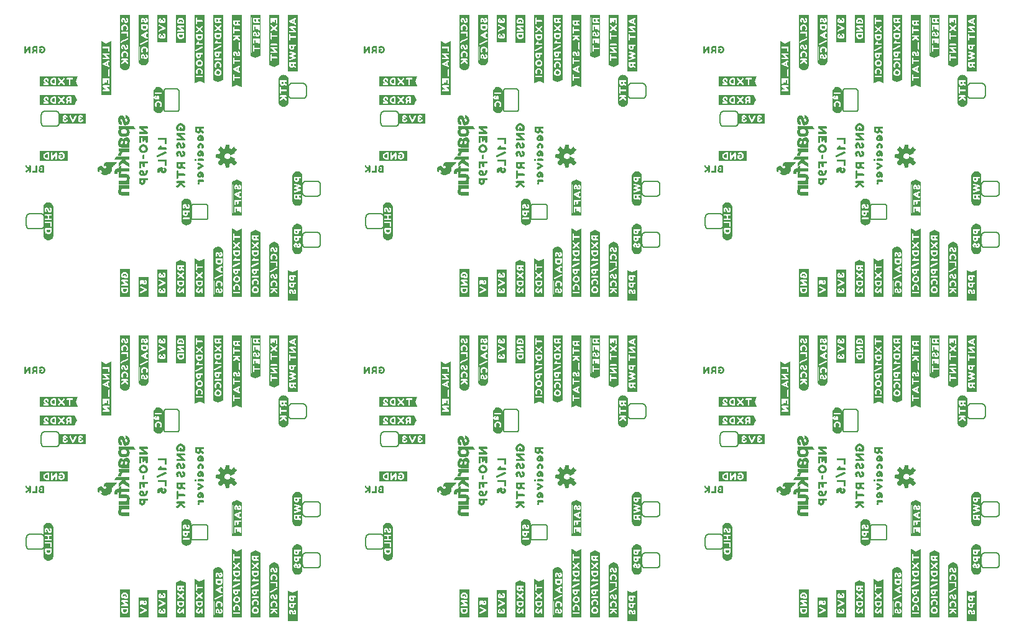
<source format=gbo>
G04 EAGLE Gerber RS-274X export*
G75*
%MOMM*%
%FSLAX34Y34*%
%LPD*%
%INSilkscreen Bottom*%
%IPPOS*%
%AMOC8*
5,1,8,0,0,1.08239X$1,22.5*%
G01*
%ADD10C,0.152400*%
%ADD11C,0.203200*%

G36*
X1223455Y746519D02*
X1223455Y746519D01*
X1223496Y746527D01*
X1223493Y746547D01*
X1223509Y746560D01*
X1223509Y844760D01*
X1223496Y844778D01*
X1223499Y844790D01*
X1223199Y845190D01*
X1223168Y845199D01*
X1223163Y845206D01*
X1223161Y845208D01*
X1223160Y845209D01*
X1210260Y845209D01*
X1210258Y845208D01*
X1210242Y845196D01*
X1210230Y845199D01*
X1209830Y844899D01*
X1209826Y844883D01*
X1209817Y844876D01*
X1209822Y844869D01*
X1209822Y844868D01*
X1209811Y844860D01*
X1209811Y746960D01*
X1209827Y746939D01*
X1209825Y746925D01*
X1210125Y746625D01*
X1210178Y746618D01*
X1210182Y746616D01*
X1216179Y749614D01*
X1216756Y749807D01*
X1222838Y746816D01*
X1223438Y746516D01*
X1223443Y746517D01*
X1223447Y746513D01*
X1223455Y746519D01*
G37*
G36*
X761175Y746519D02*
X761175Y746519D01*
X761216Y746527D01*
X761213Y746547D01*
X761229Y746560D01*
X761229Y844760D01*
X761216Y844778D01*
X761219Y844790D01*
X760919Y845190D01*
X760888Y845199D01*
X760883Y845206D01*
X760881Y845208D01*
X760880Y845209D01*
X747980Y845209D01*
X747978Y845208D01*
X747962Y845196D01*
X747950Y845199D01*
X747550Y844899D01*
X747546Y844883D01*
X747537Y844876D01*
X747542Y844869D01*
X747542Y844868D01*
X747531Y844860D01*
X747531Y746960D01*
X747547Y746939D01*
X747545Y746925D01*
X747845Y746625D01*
X747898Y746618D01*
X747902Y746616D01*
X753899Y749614D01*
X754476Y749807D01*
X760558Y746816D01*
X761158Y746516D01*
X761163Y746517D01*
X761167Y746513D01*
X761175Y746519D01*
G37*
G36*
X298895Y746519D02*
X298895Y746519D01*
X298936Y746527D01*
X298933Y746547D01*
X298949Y746560D01*
X298949Y844760D01*
X298936Y844778D01*
X298939Y844790D01*
X298639Y845190D01*
X298608Y845199D01*
X298603Y845206D01*
X298601Y845208D01*
X298600Y845209D01*
X285700Y845209D01*
X285698Y845208D01*
X285682Y845196D01*
X285670Y845199D01*
X285270Y844899D01*
X285266Y844883D01*
X285257Y844876D01*
X285262Y844869D01*
X285262Y844868D01*
X285251Y844860D01*
X285251Y746960D01*
X285267Y746939D01*
X285265Y746925D01*
X285565Y746625D01*
X285618Y746618D01*
X285622Y746616D01*
X291619Y749614D01*
X292196Y749807D01*
X298278Y746816D01*
X298878Y746516D01*
X298883Y746517D01*
X298887Y746513D01*
X298895Y746519D01*
G37*
G36*
X1223455Y309639D02*
X1223455Y309639D01*
X1223496Y309647D01*
X1223493Y309667D01*
X1223509Y309680D01*
X1223509Y407880D01*
X1223496Y407898D01*
X1223499Y407910D01*
X1223199Y408310D01*
X1223168Y408319D01*
X1223163Y408326D01*
X1223161Y408328D01*
X1223160Y408329D01*
X1210260Y408329D01*
X1210258Y408328D01*
X1210242Y408316D01*
X1210230Y408319D01*
X1209830Y408019D01*
X1209826Y408003D01*
X1209817Y407996D01*
X1209822Y407989D01*
X1209822Y407988D01*
X1209811Y407980D01*
X1209811Y310080D01*
X1209827Y310059D01*
X1209825Y310045D01*
X1210125Y309745D01*
X1210178Y309738D01*
X1210182Y309736D01*
X1216179Y312734D01*
X1216756Y312927D01*
X1222838Y309936D01*
X1223438Y309636D01*
X1223443Y309637D01*
X1223447Y309633D01*
X1223455Y309639D01*
G37*
G36*
X298895Y309639D02*
X298895Y309639D01*
X298936Y309647D01*
X298933Y309667D01*
X298949Y309680D01*
X298949Y407880D01*
X298936Y407898D01*
X298939Y407910D01*
X298639Y408310D01*
X298608Y408319D01*
X298603Y408326D01*
X298601Y408328D01*
X298600Y408329D01*
X285700Y408329D01*
X285698Y408328D01*
X285682Y408316D01*
X285670Y408319D01*
X285270Y408019D01*
X285266Y408003D01*
X285257Y407996D01*
X285262Y407989D01*
X285262Y407988D01*
X285251Y407980D01*
X285251Y310080D01*
X285267Y310059D01*
X285265Y310045D01*
X285565Y309745D01*
X285618Y309738D01*
X285622Y309736D01*
X291619Y312734D01*
X292196Y312927D01*
X298278Y309936D01*
X298878Y309636D01*
X298883Y309637D01*
X298887Y309633D01*
X298895Y309639D01*
G37*
G36*
X761175Y309639D02*
X761175Y309639D01*
X761216Y309647D01*
X761213Y309667D01*
X761229Y309680D01*
X761229Y407880D01*
X761216Y407898D01*
X761219Y407910D01*
X760919Y408310D01*
X760888Y408319D01*
X760883Y408326D01*
X760881Y408328D01*
X760880Y408329D01*
X747980Y408329D01*
X747978Y408328D01*
X747962Y408316D01*
X747950Y408319D01*
X747550Y408019D01*
X747546Y408003D01*
X747537Y407996D01*
X747542Y407989D01*
X747542Y407988D01*
X747531Y407980D01*
X747531Y310080D01*
X747547Y310059D01*
X747545Y310045D01*
X747845Y309745D01*
X747898Y309738D01*
X747902Y309736D01*
X753899Y312734D01*
X754476Y312927D01*
X760558Y309936D01*
X761158Y309636D01*
X761163Y309637D01*
X761167Y309633D01*
X761175Y309639D01*
G37*
G36*
X696994Y751720D02*
X696994Y751720D01*
X697002Y751716D01*
X703002Y754716D01*
X703580Y755005D01*
X710258Y751716D01*
X710317Y751727D01*
X710314Y751743D01*
X710328Y751750D01*
X710428Y752250D01*
X710425Y752257D01*
X710429Y752260D01*
X710429Y844360D01*
X710426Y844365D01*
X710429Y844368D01*
X710329Y844968D01*
X710285Y845009D01*
X710283Y845006D01*
X710280Y845009D01*
X697380Y845009D01*
X697375Y845006D01*
X697372Y845009D01*
X696772Y844909D01*
X696731Y844865D01*
X696734Y844863D01*
X696731Y844860D01*
X696731Y752160D01*
X696740Y752147D01*
X696736Y752138D01*
X696936Y751738D01*
X696989Y751712D01*
X696994Y751720D01*
G37*
G36*
X1159274Y751720D02*
X1159274Y751720D01*
X1159282Y751716D01*
X1165282Y754716D01*
X1165860Y755005D01*
X1172538Y751716D01*
X1172597Y751727D01*
X1172594Y751743D01*
X1172608Y751750D01*
X1172708Y752250D01*
X1172705Y752257D01*
X1172709Y752260D01*
X1172709Y844360D01*
X1172706Y844365D01*
X1172709Y844368D01*
X1172609Y844968D01*
X1172565Y845009D01*
X1172563Y845006D01*
X1172560Y845009D01*
X1159660Y845009D01*
X1159655Y845006D01*
X1159652Y845009D01*
X1159052Y844909D01*
X1159011Y844865D01*
X1159014Y844863D01*
X1159011Y844860D01*
X1159011Y752160D01*
X1159020Y752147D01*
X1159016Y752138D01*
X1159216Y751738D01*
X1159269Y751712D01*
X1159274Y751720D01*
G37*
G36*
X696994Y314840D02*
X696994Y314840D01*
X697002Y314836D01*
X703002Y317836D01*
X703580Y318125D01*
X710258Y314836D01*
X710317Y314847D01*
X710314Y314863D01*
X710328Y314870D01*
X710428Y315370D01*
X710425Y315377D01*
X710429Y315380D01*
X710429Y407480D01*
X710426Y407485D01*
X710429Y407488D01*
X710329Y408088D01*
X710285Y408129D01*
X710283Y408126D01*
X710280Y408129D01*
X697380Y408129D01*
X697375Y408126D01*
X697372Y408129D01*
X696772Y408029D01*
X696731Y407985D01*
X696734Y407983D01*
X696731Y407980D01*
X696731Y315280D01*
X696740Y315267D01*
X696736Y315258D01*
X696936Y314858D01*
X696989Y314832D01*
X696994Y314840D01*
G37*
G36*
X1159274Y314840D02*
X1159274Y314840D01*
X1159282Y314836D01*
X1165282Y317836D01*
X1165860Y318125D01*
X1172538Y314836D01*
X1172597Y314847D01*
X1172594Y314863D01*
X1172608Y314870D01*
X1172708Y315370D01*
X1172705Y315377D01*
X1172709Y315380D01*
X1172709Y407480D01*
X1172706Y407485D01*
X1172709Y407488D01*
X1172609Y408088D01*
X1172565Y408129D01*
X1172563Y408126D01*
X1172560Y408129D01*
X1159660Y408129D01*
X1159655Y408126D01*
X1159652Y408129D01*
X1159052Y408029D01*
X1159011Y407985D01*
X1159014Y407983D01*
X1159011Y407980D01*
X1159011Y315280D01*
X1159020Y315267D01*
X1159016Y315258D01*
X1159216Y314858D01*
X1159269Y314832D01*
X1159274Y314840D01*
G37*
G36*
X234714Y751720D02*
X234714Y751720D01*
X234722Y751716D01*
X240722Y754716D01*
X241300Y755005D01*
X247978Y751716D01*
X248037Y751727D01*
X248034Y751743D01*
X248048Y751750D01*
X248148Y752250D01*
X248145Y752257D01*
X248149Y752260D01*
X248149Y844360D01*
X248146Y844365D01*
X248149Y844368D01*
X248049Y844968D01*
X248005Y845009D01*
X248003Y845006D01*
X248000Y845009D01*
X235100Y845009D01*
X235095Y845006D01*
X235092Y845009D01*
X234492Y844909D01*
X234451Y844865D01*
X234454Y844863D01*
X234451Y844860D01*
X234451Y752160D01*
X234460Y752147D01*
X234456Y752138D01*
X234656Y751738D01*
X234709Y751712D01*
X234714Y751720D01*
G37*
G36*
X234714Y314840D02*
X234714Y314840D01*
X234722Y314836D01*
X240722Y317836D01*
X241300Y318125D01*
X247978Y314836D01*
X248037Y314847D01*
X248034Y314863D01*
X248048Y314870D01*
X248148Y315370D01*
X248145Y315377D01*
X248149Y315380D01*
X248149Y407480D01*
X248146Y407485D01*
X248149Y407488D01*
X248049Y408088D01*
X248005Y408129D01*
X248003Y408126D01*
X248000Y408129D01*
X235100Y408129D01*
X235095Y408126D01*
X235092Y408129D01*
X234492Y408029D01*
X234451Y407985D01*
X234454Y407983D01*
X234451Y407980D01*
X234451Y315280D01*
X234460Y315267D01*
X234456Y315258D01*
X234656Y314858D01*
X234709Y314832D01*
X234714Y314840D01*
G37*
G36*
X298411Y23679D02*
X298411Y23679D01*
X298418Y23674D01*
X298918Y23874D01*
X298933Y23898D01*
X298940Y23904D01*
X298938Y23907D01*
X298943Y23915D01*
X298949Y23920D01*
X298949Y116620D01*
X298928Y116648D01*
X298927Y116661D01*
X298627Y116861D01*
X298589Y116859D01*
X298578Y116864D01*
X292485Y113867D01*
X291908Y113771D01*
X285922Y116764D01*
X285917Y116763D01*
X285916Y116767D01*
X285316Y116967D01*
X285314Y116966D01*
X285313Y116967D01*
X285310Y116965D01*
X285259Y116948D01*
X285265Y116931D01*
X285251Y116920D01*
X285251Y24220D01*
X285259Y24209D01*
X285254Y24202D01*
X285454Y23702D01*
X285495Y23677D01*
X285500Y23671D01*
X298400Y23671D01*
X298411Y23679D01*
G37*
G36*
X1222971Y460559D02*
X1222971Y460559D01*
X1222978Y460554D01*
X1223478Y460754D01*
X1223493Y460778D01*
X1223500Y460784D01*
X1223498Y460787D01*
X1223503Y460795D01*
X1223509Y460800D01*
X1223509Y553500D01*
X1223488Y553528D01*
X1223487Y553541D01*
X1223187Y553741D01*
X1223149Y553739D01*
X1223138Y553744D01*
X1217045Y550747D01*
X1216468Y550651D01*
X1210482Y553644D01*
X1210477Y553643D01*
X1210476Y553647D01*
X1209876Y553847D01*
X1209874Y553846D01*
X1209873Y553847D01*
X1209870Y553845D01*
X1209819Y553828D01*
X1209825Y553811D01*
X1209811Y553800D01*
X1209811Y461100D01*
X1209819Y461089D01*
X1209814Y461082D01*
X1210014Y460582D01*
X1210055Y460557D01*
X1210060Y460551D01*
X1222960Y460551D01*
X1222971Y460559D01*
G37*
G36*
X298411Y460559D02*
X298411Y460559D01*
X298418Y460554D01*
X298918Y460754D01*
X298933Y460778D01*
X298940Y460784D01*
X298938Y460787D01*
X298943Y460795D01*
X298949Y460800D01*
X298949Y553500D01*
X298928Y553528D01*
X298927Y553541D01*
X298627Y553741D01*
X298589Y553739D01*
X298578Y553744D01*
X292485Y550747D01*
X291908Y550651D01*
X285922Y553644D01*
X285917Y553643D01*
X285916Y553647D01*
X285316Y553847D01*
X285314Y553846D01*
X285313Y553847D01*
X285310Y553845D01*
X285259Y553828D01*
X285265Y553811D01*
X285251Y553800D01*
X285251Y461100D01*
X285259Y461089D01*
X285254Y461082D01*
X285454Y460582D01*
X285495Y460557D01*
X285500Y460551D01*
X298400Y460551D01*
X298411Y460559D01*
G37*
G36*
X760691Y23679D02*
X760691Y23679D01*
X760698Y23674D01*
X761198Y23874D01*
X761213Y23898D01*
X761220Y23904D01*
X761218Y23907D01*
X761223Y23915D01*
X761229Y23920D01*
X761229Y116620D01*
X761208Y116648D01*
X761207Y116661D01*
X760907Y116861D01*
X760869Y116859D01*
X760858Y116864D01*
X754765Y113867D01*
X754188Y113771D01*
X748202Y116764D01*
X748197Y116763D01*
X748196Y116767D01*
X747596Y116967D01*
X747594Y116966D01*
X747593Y116967D01*
X747590Y116965D01*
X747539Y116948D01*
X747545Y116931D01*
X747531Y116920D01*
X747531Y24220D01*
X747539Y24209D01*
X747534Y24202D01*
X747734Y23702D01*
X747775Y23677D01*
X747780Y23671D01*
X760680Y23671D01*
X760691Y23679D01*
G37*
G36*
X760691Y460559D02*
X760691Y460559D01*
X760698Y460554D01*
X761198Y460754D01*
X761213Y460778D01*
X761220Y460784D01*
X761218Y460787D01*
X761223Y460795D01*
X761229Y460800D01*
X761229Y553500D01*
X761208Y553528D01*
X761207Y553541D01*
X760907Y553741D01*
X760869Y553739D01*
X760858Y553744D01*
X754765Y550747D01*
X754188Y550651D01*
X748202Y553644D01*
X748197Y553643D01*
X748196Y553647D01*
X747596Y553847D01*
X747594Y553846D01*
X747593Y553847D01*
X747590Y553845D01*
X747539Y553828D01*
X747545Y553811D01*
X747531Y553800D01*
X747531Y461100D01*
X747539Y461089D01*
X747534Y461082D01*
X747734Y460582D01*
X747775Y460557D01*
X747780Y460551D01*
X760680Y460551D01*
X760691Y460559D01*
G37*
G36*
X1222971Y23679D02*
X1222971Y23679D01*
X1222978Y23674D01*
X1223478Y23874D01*
X1223493Y23898D01*
X1223500Y23904D01*
X1223498Y23907D01*
X1223503Y23915D01*
X1223509Y23920D01*
X1223509Y116620D01*
X1223488Y116648D01*
X1223487Y116661D01*
X1223187Y116861D01*
X1223149Y116859D01*
X1223138Y116864D01*
X1217045Y113867D01*
X1216468Y113771D01*
X1210482Y116764D01*
X1210477Y116763D01*
X1210476Y116767D01*
X1209876Y116967D01*
X1209874Y116966D01*
X1209873Y116967D01*
X1209870Y116965D01*
X1209819Y116948D01*
X1209825Y116931D01*
X1209811Y116920D01*
X1209811Y24220D01*
X1209819Y24209D01*
X1209814Y24202D01*
X1210014Y23702D01*
X1210055Y23677D01*
X1210060Y23671D01*
X1222960Y23671D01*
X1222971Y23679D01*
G37*
G36*
X729293Y753421D02*
X729293Y753421D01*
X729302Y753416D01*
X735402Y756516D01*
X735407Y756526D01*
X735415Y756525D01*
X735815Y756925D01*
X735817Y756938D01*
X735824Y756943D01*
X735818Y756951D01*
X735819Y756952D01*
X735829Y756960D01*
X735829Y844960D01*
X735793Y845007D01*
X735786Y845002D01*
X735780Y845009D01*
X722180Y845009D01*
X722133Y844973D01*
X722138Y844966D01*
X722131Y844960D01*
X722131Y756960D01*
X722145Y756942D01*
X722142Y756929D01*
X722542Y756429D01*
X722556Y756425D01*
X722558Y756416D01*
X728658Y753416D01*
X728674Y753419D01*
X728680Y753411D01*
X729280Y753411D01*
X729293Y753421D01*
G37*
G36*
X729293Y316541D02*
X729293Y316541D01*
X729302Y316536D01*
X735402Y319636D01*
X735407Y319646D01*
X735415Y319645D01*
X735815Y320045D01*
X735817Y320058D01*
X735824Y320063D01*
X735818Y320071D01*
X735819Y320072D01*
X735829Y320080D01*
X735829Y408080D01*
X735793Y408127D01*
X735786Y408122D01*
X735780Y408129D01*
X722180Y408129D01*
X722133Y408093D01*
X722138Y408086D01*
X722131Y408080D01*
X722131Y320080D01*
X722145Y320062D01*
X722142Y320049D01*
X722542Y319549D01*
X722556Y319545D01*
X722558Y319536D01*
X728658Y316536D01*
X728674Y316539D01*
X728680Y316531D01*
X729280Y316531D01*
X729293Y316541D01*
G37*
G36*
X1191573Y316541D02*
X1191573Y316541D01*
X1191582Y316536D01*
X1197682Y319636D01*
X1197687Y319646D01*
X1197695Y319645D01*
X1198095Y320045D01*
X1198097Y320058D01*
X1198104Y320063D01*
X1198098Y320071D01*
X1198099Y320072D01*
X1198109Y320080D01*
X1198109Y408080D01*
X1198073Y408127D01*
X1198066Y408122D01*
X1198060Y408129D01*
X1184460Y408129D01*
X1184413Y408093D01*
X1184418Y408086D01*
X1184411Y408080D01*
X1184411Y320080D01*
X1184425Y320062D01*
X1184422Y320049D01*
X1184822Y319549D01*
X1184836Y319545D01*
X1184838Y319536D01*
X1190938Y316536D01*
X1190954Y316539D01*
X1190960Y316531D01*
X1191560Y316531D01*
X1191573Y316541D01*
G37*
G36*
X267013Y753421D02*
X267013Y753421D01*
X267022Y753416D01*
X273122Y756516D01*
X273127Y756526D01*
X273135Y756525D01*
X273535Y756925D01*
X273537Y756938D01*
X273544Y756943D01*
X273538Y756951D01*
X273539Y756952D01*
X273549Y756960D01*
X273549Y844960D01*
X273513Y845007D01*
X273506Y845002D01*
X273500Y845009D01*
X259900Y845009D01*
X259853Y844973D01*
X259858Y844966D01*
X259851Y844960D01*
X259851Y756960D01*
X259865Y756942D01*
X259862Y756929D01*
X260262Y756429D01*
X260276Y756425D01*
X260278Y756416D01*
X266378Y753416D01*
X266394Y753419D01*
X266400Y753411D01*
X267000Y753411D01*
X267013Y753421D01*
G37*
G36*
X1191573Y753421D02*
X1191573Y753421D01*
X1191582Y753416D01*
X1197682Y756516D01*
X1197687Y756526D01*
X1197695Y756525D01*
X1198095Y756925D01*
X1198097Y756938D01*
X1198104Y756943D01*
X1198098Y756951D01*
X1198099Y756952D01*
X1198109Y756960D01*
X1198109Y844960D01*
X1198073Y845007D01*
X1198066Y845002D01*
X1198060Y845009D01*
X1184460Y845009D01*
X1184413Y844973D01*
X1184418Y844966D01*
X1184411Y844960D01*
X1184411Y756960D01*
X1184425Y756942D01*
X1184422Y756929D01*
X1184822Y756429D01*
X1184836Y756425D01*
X1184838Y756416D01*
X1190938Y753416D01*
X1190954Y753419D01*
X1190960Y753411D01*
X1191560Y753411D01*
X1191573Y753421D01*
G37*
G36*
X267013Y316541D02*
X267013Y316541D01*
X267022Y316536D01*
X273122Y319636D01*
X273127Y319646D01*
X273135Y319645D01*
X273535Y320045D01*
X273537Y320058D01*
X273544Y320063D01*
X273538Y320071D01*
X273539Y320072D01*
X273549Y320080D01*
X273549Y408080D01*
X273513Y408127D01*
X273506Y408122D01*
X273500Y408129D01*
X259900Y408129D01*
X259853Y408093D01*
X259858Y408086D01*
X259851Y408080D01*
X259851Y320080D01*
X259865Y320062D01*
X259862Y320049D01*
X260262Y319549D01*
X260276Y319545D01*
X260278Y319536D01*
X266378Y316536D01*
X266394Y316539D01*
X266400Y316531D01*
X267000Y316531D01*
X267013Y316541D01*
G37*
G36*
X324133Y23696D02*
X324133Y23696D01*
X324144Y23698D01*
X324344Y24098D01*
X324344Y24100D01*
X324344Y24101D01*
X324343Y24102D01*
X324341Y24114D01*
X324349Y24120D01*
X324349Y111520D01*
X324342Y111529D01*
X324347Y111536D01*
X324147Y112136D01*
X324124Y112151D01*
X324122Y112164D01*
X318022Y115164D01*
X318017Y115163D01*
X318016Y115167D01*
X317416Y115367D01*
X317390Y115358D01*
X317378Y115364D01*
X310678Y111964D01*
X310666Y111940D01*
X310660Y111927D01*
X310651Y111920D01*
X310651Y108620D01*
X310678Y108584D01*
X310681Y108575D01*
X310708Y108563D01*
X310660Y108549D01*
X310666Y108531D01*
X310651Y108520D01*
X310651Y23920D01*
X310680Y23882D01*
X310682Y23874D01*
X311182Y23674D01*
X311195Y23678D01*
X311200Y23671D01*
X324100Y23671D01*
X324133Y23696D01*
G37*
G36*
X786413Y460576D02*
X786413Y460576D01*
X786424Y460578D01*
X786624Y460978D01*
X786624Y460980D01*
X786624Y460981D01*
X786623Y460982D01*
X786621Y460994D01*
X786629Y461000D01*
X786629Y548400D01*
X786622Y548409D01*
X786627Y548416D01*
X786427Y549016D01*
X786404Y549031D01*
X786402Y549044D01*
X780302Y552044D01*
X780297Y552043D01*
X780296Y552047D01*
X779696Y552247D01*
X779670Y552238D01*
X779658Y552244D01*
X772958Y548844D01*
X772946Y548820D01*
X772940Y548807D01*
X772931Y548800D01*
X772931Y545500D01*
X772958Y545464D01*
X772961Y545455D01*
X772988Y545443D01*
X772940Y545429D01*
X772946Y545411D01*
X772931Y545400D01*
X772931Y460800D01*
X772960Y460762D01*
X772962Y460754D01*
X773462Y460554D01*
X773475Y460558D01*
X773480Y460551D01*
X786380Y460551D01*
X786413Y460576D01*
G37*
G36*
X1248693Y460576D02*
X1248693Y460576D01*
X1248704Y460578D01*
X1248904Y460978D01*
X1248904Y460980D01*
X1248904Y460981D01*
X1248903Y460982D01*
X1248901Y460994D01*
X1248909Y461000D01*
X1248909Y548400D01*
X1248902Y548409D01*
X1248907Y548416D01*
X1248707Y549016D01*
X1248684Y549031D01*
X1248682Y549044D01*
X1242582Y552044D01*
X1242577Y552043D01*
X1242576Y552047D01*
X1241976Y552247D01*
X1241950Y552238D01*
X1241938Y552244D01*
X1235238Y548844D01*
X1235226Y548820D01*
X1235220Y548807D01*
X1235211Y548800D01*
X1235211Y545500D01*
X1235238Y545464D01*
X1235241Y545455D01*
X1235268Y545443D01*
X1235220Y545429D01*
X1235226Y545411D01*
X1235211Y545400D01*
X1235211Y460800D01*
X1235240Y460762D01*
X1235242Y460754D01*
X1235742Y460554D01*
X1235755Y460558D01*
X1235760Y460551D01*
X1248660Y460551D01*
X1248693Y460576D01*
G37*
G36*
X324133Y460576D02*
X324133Y460576D01*
X324144Y460578D01*
X324344Y460978D01*
X324344Y460980D01*
X324344Y460981D01*
X324343Y460982D01*
X324341Y460994D01*
X324349Y461000D01*
X324349Y548400D01*
X324342Y548409D01*
X324347Y548416D01*
X324147Y549016D01*
X324124Y549031D01*
X324122Y549044D01*
X318022Y552044D01*
X318017Y552043D01*
X318016Y552047D01*
X317416Y552247D01*
X317390Y552238D01*
X317378Y552244D01*
X310678Y548844D01*
X310666Y548820D01*
X310660Y548807D01*
X310651Y548800D01*
X310651Y545500D01*
X310678Y545464D01*
X310681Y545455D01*
X310708Y545443D01*
X310660Y545429D01*
X310666Y545411D01*
X310651Y545400D01*
X310651Y460800D01*
X310680Y460762D01*
X310682Y460754D01*
X311182Y460554D01*
X311195Y460558D01*
X311200Y460551D01*
X324100Y460551D01*
X324133Y460576D01*
G37*
G36*
X1248693Y23696D02*
X1248693Y23696D01*
X1248704Y23698D01*
X1248904Y24098D01*
X1248904Y24100D01*
X1248904Y24101D01*
X1248903Y24102D01*
X1248901Y24114D01*
X1248909Y24120D01*
X1248909Y111520D01*
X1248902Y111529D01*
X1248907Y111536D01*
X1248707Y112136D01*
X1248684Y112151D01*
X1248682Y112164D01*
X1242582Y115164D01*
X1242577Y115163D01*
X1242576Y115167D01*
X1241976Y115367D01*
X1241950Y115358D01*
X1241938Y115364D01*
X1235238Y111964D01*
X1235226Y111940D01*
X1235220Y111927D01*
X1235211Y111920D01*
X1235211Y108620D01*
X1235238Y108584D01*
X1235241Y108575D01*
X1235268Y108563D01*
X1235220Y108549D01*
X1235226Y108531D01*
X1235211Y108520D01*
X1235211Y23920D01*
X1235240Y23882D01*
X1235242Y23874D01*
X1235742Y23674D01*
X1235755Y23678D01*
X1235760Y23671D01*
X1248660Y23671D01*
X1248693Y23696D01*
G37*
G36*
X786413Y23696D02*
X786413Y23696D01*
X786424Y23698D01*
X786624Y24098D01*
X786624Y24100D01*
X786624Y24101D01*
X786623Y24102D01*
X786621Y24114D01*
X786629Y24120D01*
X786629Y111520D01*
X786622Y111529D01*
X786627Y111536D01*
X786427Y112136D01*
X786404Y112151D01*
X786402Y112164D01*
X780302Y115164D01*
X780297Y115163D01*
X780296Y115167D01*
X779696Y115367D01*
X779670Y115358D01*
X779658Y115364D01*
X772958Y111964D01*
X772946Y111940D01*
X772940Y111927D01*
X772931Y111920D01*
X772931Y108620D01*
X772958Y108584D01*
X772961Y108575D01*
X772988Y108563D01*
X772940Y108549D01*
X772946Y108531D01*
X772931Y108520D01*
X772931Y23920D01*
X772960Y23882D01*
X772962Y23874D01*
X773462Y23674D01*
X773475Y23678D01*
X773480Y23671D01*
X786380Y23671D01*
X786413Y23696D01*
G37*
G36*
X837218Y768240D02*
X837218Y768240D01*
X837226Y768242D01*
X837426Y768742D01*
X837422Y768755D01*
X837429Y768760D01*
X837429Y844660D01*
X837410Y844686D01*
X837410Y844699D01*
X837010Y844999D01*
X836988Y844999D01*
X836980Y845009D01*
X824080Y845009D01*
X824054Y844990D01*
X824041Y844990D01*
X823741Y844590D01*
X823741Y844568D01*
X823733Y844562D01*
X823733Y844561D01*
X823731Y844560D01*
X823731Y768360D01*
X823767Y768313D01*
X823769Y768314D01*
X823770Y768312D01*
X824270Y768212D01*
X824277Y768215D01*
X824280Y768211D01*
X837180Y768211D01*
X837218Y768240D01*
G37*
G36*
X374938Y331360D02*
X374938Y331360D01*
X374946Y331362D01*
X375146Y331862D01*
X375142Y331875D01*
X375149Y331880D01*
X375149Y407780D01*
X375130Y407806D01*
X375130Y407819D01*
X374730Y408119D01*
X374708Y408119D01*
X374700Y408129D01*
X361800Y408129D01*
X361774Y408110D01*
X361761Y408110D01*
X361461Y407710D01*
X361461Y407688D01*
X361453Y407682D01*
X361453Y407681D01*
X361451Y407680D01*
X361451Y331480D01*
X361487Y331433D01*
X361489Y331434D01*
X361490Y331432D01*
X361990Y331332D01*
X361997Y331335D01*
X362000Y331331D01*
X374900Y331331D01*
X374938Y331360D01*
G37*
G36*
X374938Y768240D02*
X374938Y768240D01*
X374946Y768242D01*
X375146Y768742D01*
X375142Y768755D01*
X375149Y768760D01*
X375149Y844660D01*
X375130Y844686D01*
X375130Y844699D01*
X374730Y844999D01*
X374708Y844999D01*
X374700Y845009D01*
X361800Y845009D01*
X361774Y844990D01*
X361761Y844990D01*
X361461Y844590D01*
X361461Y844568D01*
X361453Y844562D01*
X361453Y844561D01*
X361451Y844560D01*
X361451Y768360D01*
X361487Y768313D01*
X361489Y768314D01*
X361490Y768312D01*
X361990Y768212D01*
X361997Y768215D01*
X362000Y768211D01*
X374900Y768211D01*
X374938Y768240D01*
G37*
G36*
X1299498Y768240D02*
X1299498Y768240D01*
X1299506Y768242D01*
X1299706Y768742D01*
X1299702Y768755D01*
X1299709Y768760D01*
X1299709Y844660D01*
X1299690Y844686D01*
X1299690Y844699D01*
X1299290Y844999D01*
X1299268Y844999D01*
X1299260Y845009D01*
X1286360Y845009D01*
X1286334Y844990D01*
X1286321Y844990D01*
X1286021Y844590D01*
X1286021Y844568D01*
X1286013Y844562D01*
X1286013Y844561D01*
X1286011Y844560D01*
X1286011Y768360D01*
X1286047Y768313D01*
X1286049Y768314D01*
X1286050Y768312D01*
X1286550Y768212D01*
X1286557Y768215D01*
X1286560Y768211D01*
X1299460Y768211D01*
X1299498Y768240D01*
G37*
G36*
X837218Y331360D02*
X837218Y331360D01*
X837226Y331362D01*
X837426Y331862D01*
X837422Y331875D01*
X837429Y331880D01*
X837429Y407780D01*
X837410Y407806D01*
X837410Y407819D01*
X837010Y408119D01*
X836988Y408119D01*
X836980Y408129D01*
X824080Y408129D01*
X824054Y408110D01*
X824041Y408110D01*
X823741Y407710D01*
X823741Y407688D01*
X823733Y407682D01*
X823733Y407681D01*
X823731Y407680D01*
X823731Y331480D01*
X823767Y331433D01*
X823769Y331434D01*
X823770Y331432D01*
X824270Y331332D01*
X824277Y331335D01*
X824280Y331331D01*
X837180Y331331D01*
X837218Y331360D01*
G37*
G36*
X1299498Y331360D02*
X1299498Y331360D01*
X1299506Y331362D01*
X1299706Y331862D01*
X1299702Y331875D01*
X1299709Y331880D01*
X1299709Y407780D01*
X1299690Y407806D01*
X1299690Y407819D01*
X1299290Y408119D01*
X1299268Y408119D01*
X1299260Y408129D01*
X1286360Y408129D01*
X1286334Y408110D01*
X1286321Y408110D01*
X1286021Y407710D01*
X1286021Y407688D01*
X1286013Y407682D01*
X1286013Y407681D01*
X1286011Y407680D01*
X1286011Y331480D01*
X1286047Y331433D01*
X1286049Y331434D01*
X1286050Y331432D01*
X1286550Y331332D01*
X1286557Y331335D01*
X1286560Y331331D01*
X1299460Y331331D01*
X1299498Y331360D01*
G37*
G36*
X811385Y460554D02*
X811385Y460554D01*
X811388Y460551D01*
X811988Y460651D01*
X812029Y460695D01*
X812026Y460698D01*
X812029Y460700D01*
X812029Y529100D01*
X812026Y529104D01*
X812029Y529107D01*
X811829Y530507D01*
X811824Y530512D01*
X811827Y530516D01*
X811627Y531115D01*
X811427Y531814D01*
X811419Y531820D01*
X811421Y531827D01*
X811022Y532426D01*
X810722Y532925D01*
X810717Y532927D01*
X810718Y532932D01*
X810218Y533532D01*
X810214Y533532D01*
X810215Y533535D01*
X809815Y533935D01*
X809811Y533935D01*
X809812Y533938D01*
X809212Y534438D01*
X809206Y534438D01*
X809205Y534442D01*
X808706Y534742D01*
X808107Y535141D01*
X808096Y535140D01*
X808094Y535147D01*
X807395Y535347D01*
X806796Y535547D01*
X806789Y535545D01*
X806787Y535549D01*
X806088Y535649D01*
X805488Y535749D01*
X805483Y535746D01*
X805480Y535749D01*
X804780Y535749D01*
X804776Y535746D01*
X804773Y535749D01*
X803373Y535549D01*
X803368Y535544D01*
X803364Y535547D01*
X802764Y535347D01*
X802761Y535342D01*
X802758Y535344D01*
X801558Y534744D01*
X801556Y534740D01*
X801553Y534741D01*
X800953Y534341D01*
X800950Y534334D01*
X800945Y534335D01*
X800445Y533835D01*
X800445Y533831D01*
X800442Y533831D01*
X800043Y533333D01*
X799545Y532835D01*
X799544Y532823D01*
X799536Y532822D01*
X798636Y531022D01*
X798638Y531011D01*
X798631Y531007D01*
X798531Y530308D01*
X798431Y529708D01*
X798432Y529707D01*
X798431Y529707D01*
X798331Y529007D01*
X798334Y529002D01*
X798331Y529000D01*
X798331Y461200D01*
X798334Y461195D01*
X798331Y461192D01*
X798431Y460592D01*
X798475Y460551D01*
X798478Y460554D01*
X798480Y460551D01*
X811380Y460551D01*
X811385Y460554D01*
G37*
G36*
X811385Y23674D02*
X811385Y23674D01*
X811388Y23671D01*
X811988Y23771D01*
X812029Y23815D01*
X812026Y23818D01*
X812029Y23820D01*
X812029Y92220D01*
X812026Y92224D01*
X812029Y92227D01*
X811829Y93627D01*
X811824Y93632D01*
X811827Y93636D01*
X811627Y94235D01*
X811427Y94934D01*
X811419Y94940D01*
X811421Y94947D01*
X811022Y95546D01*
X810722Y96045D01*
X810717Y96047D01*
X810718Y96052D01*
X810218Y96652D01*
X810214Y96652D01*
X810215Y96655D01*
X809815Y97055D01*
X809811Y97055D01*
X809812Y97058D01*
X809212Y97558D01*
X809206Y97558D01*
X809205Y97562D01*
X808706Y97862D01*
X808107Y98261D01*
X808096Y98260D01*
X808094Y98267D01*
X807395Y98467D01*
X806796Y98667D01*
X806789Y98665D01*
X806787Y98669D01*
X806088Y98769D01*
X805488Y98869D01*
X805483Y98866D01*
X805480Y98869D01*
X804780Y98869D01*
X804776Y98866D01*
X804773Y98869D01*
X803373Y98669D01*
X803368Y98664D01*
X803364Y98667D01*
X802764Y98467D01*
X802761Y98462D01*
X802758Y98464D01*
X801558Y97864D01*
X801556Y97860D01*
X801553Y97861D01*
X800953Y97461D01*
X800950Y97454D01*
X800945Y97455D01*
X800445Y96955D01*
X800445Y96951D01*
X800442Y96951D01*
X800043Y96453D01*
X799545Y95955D01*
X799544Y95943D01*
X799536Y95942D01*
X798636Y94142D01*
X798638Y94131D01*
X798631Y94127D01*
X798531Y93428D01*
X798431Y92828D01*
X798432Y92827D01*
X798431Y92827D01*
X798331Y92127D01*
X798334Y92122D01*
X798331Y92120D01*
X798331Y24320D01*
X798334Y24315D01*
X798331Y24312D01*
X798431Y23712D01*
X798475Y23671D01*
X798478Y23674D01*
X798480Y23671D01*
X811380Y23671D01*
X811385Y23674D01*
G37*
G36*
X349105Y23674D02*
X349105Y23674D01*
X349108Y23671D01*
X349708Y23771D01*
X349749Y23815D01*
X349746Y23818D01*
X349749Y23820D01*
X349749Y92220D01*
X349746Y92224D01*
X349749Y92227D01*
X349549Y93627D01*
X349544Y93632D01*
X349547Y93636D01*
X349347Y94235D01*
X349147Y94934D01*
X349139Y94940D01*
X349141Y94947D01*
X348742Y95546D01*
X348442Y96045D01*
X348437Y96047D01*
X348438Y96052D01*
X347938Y96652D01*
X347934Y96652D01*
X347935Y96655D01*
X347535Y97055D01*
X347531Y97055D01*
X347532Y97058D01*
X346932Y97558D01*
X346926Y97558D01*
X346925Y97562D01*
X346426Y97862D01*
X345827Y98261D01*
X345816Y98260D01*
X345814Y98267D01*
X345115Y98467D01*
X344516Y98667D01*
X344509Y98665D01*
X344507Y98669D01*
X343808Y98769D01*
X343208Y98869D01*
X343203Y98866D01*
X343200Y98869D01*
X342500Y98869D01*
X342496Y98866D01*
X342493Y98869D01*
X341093Y98669D01*
X341088Y98664D01*
X341084Y98667D01*
X340484Y98467D01*
X340481Y98462D01*
X340478Y98464D01*
X339278Y97864D01*
X339276Y97860D01*
X339273Y97861D01*
X338673Y97461D01*
X338670Y97454D01*
X338665Y97455D01*
X338165Y96955D01*
X338165Y96951D01*
X338162Y96951D01*
X337763Y96453D01*
X337265Y95955D01*
X337264Y95943D01*
X337256Y95942D01*
X336356Y94142D01*
X336358Y94131D01*
X336351Y94127D01*
X336251Y93428D01*
X336151Y92828D01*
X336152Y92827D01*
X336151Y92827D01*
X336051Y92127D01*
X336054Y92122D01*
X336051Y92120D01*
X336051Y24320D01*
X336054Y24315D01*
X336051Y24312D01*
X336151Y23712D01*
X336195Y23671D01*
X336198Y23674D01*
X336200Y23671D01*
X349100Y23671D01*
X349105Y23674D01*
G37*
G36*
X1273665Y23674D02*
X1273665Y23674D01*
X1273668Y23671D01*
X1274268Y23771D01*
X1274309Y23815D01*
X1274306Y23818D01*
X1274309Y23820D01*
X1274309Y92220D01*
X1274306Y92224D01*
X1274309Y92227D01*
X1274109Y93627D01*
X1274104Y93632D01*
X1274107Y93636D01*
X1273907Y94235D01*
X1273707Y94934D01*
X1273699Y94940D01*
X1273701Y94947D01*
X1273302Y95546D01*
X1273002Y96045D01*
X1272997Y96047D01*
X1272998Y96052D01*
X1272498Y96652D01*
X1272494Y96652D01*
X1272495Y96655D01*
X1272095Y97055D01*
X1272091Y97055D01*
X1272092Y97058D01*
X1271492Y97558D01*
X1271486Y97558D01*
X1271485Y97562D01*
X1270986Y97862D01*
X1270387Y98261D01*
X1270376Y98260D01*
X1270374Y98267D01*
X1269675Y98467D01*
X1269076Y98667D01*
X1269069Y98665D01*
X1269067Y98669D01*
X1268368Y98769D01*
X1267768Y98869D01*
X1267763Y98866D01*
X1267760Y98869D01*
X1267060Y98869D01*
X1267056Y98866D01*
X1267053Y98869D01*
X1265653Y98669D01*
X1265648Y98664D01*
X1265644Y98667D01*
X1265044Y98467D01*
X1265041Y98462D01*
X1265038Y98464D01*
X1263838Y97864D01*
X1263836Y97860D01*
X1263833Y97861D01*
X1263233Y97461D01*
X1263230Y97454D01*
X1263225Y97455D01*
X1262725Y96955D01*
X1262725Y96951D01*
X1262722Y96951D01*
X1262323Y96453D01*
X1261825Y95955D01*
X1261824Y95943D01*
X1261816Y95942D01*
X1260916Y94142D01*
X1260918Y94131D01*
X1260911Y94127D01*
X1260811Y93428D01*
X1260711Y92828D01*
X1260712Y92827D01*
X1260711Y92827D01*
X1260611Y92127D01*
X1260614Y92122D01*
X1260611Y92120D01*
X1260611Y24320D01*
X1260614Y24315D01*
X1260611Y24312D01*
X1260711Y23712D01*
X1260755Y23671D01*
X1260758Y23674D01*
X1260760Y23671D01*
X1273660Y23671D01*
X1273665Y23674D01*
G37*
G36*
X1273665Y460554D02*
X1273665Y460554D01*
X1273668Y460551D01*
X1274268Y460651D01*
X1274309Y460695D01*
X1274306Y460698D01*
X1274309Y460700D01*
X1274309Y529100D01*
X1274306Y529104D01*
X1274309Y529107D01*
X1274109Y530507D01*
X1274104Y530512D01*
X1274107Y530516D01*
X1273907Y531115D01*
X1273707Y531814D01*
X1273699Y531820D01*
X1273701Y531827D01*
X1273302Y532426D01*
X1273002Y532925D01*
X1272997Y532927D01*
X1272998Y532932D01*
X1272498Y533532D01*
X1272494Y533532D01*
X1272495Y533535D01*
X1272095Y533935D01*
X1272091Y533935D01*
X1272092Y533938D01*
X1271492Y534438D01*
X1271486Y534438D01*
X1271485Y534442D01*
X1270986Y534742D01*
X1270387Y535141D01*
X1270376Y535140D01*
X1270374Y535147D01*
X1269675Y535347D01*
X1269076Y535547D01*
X1269069Y535545D01*
X1269067Y535549D01*
X1268368Y535649D01*
X1267768Y535749D01*
X1267763Y535746D01*
X1267760Y535749D01*
X1267060Y535749D01*
X1267056Y535746D01*
X1267053Y535749D01*
X1265653Y535549D01*
X1265648Y535544D01*
X1265644Y535547D01*
X1265044Y535347D01*
X1265041Y535342D01*
X1265038Y535344D01*
X1263838Y534744D01*
X1263836Y534740D01*
X1263833Y534741D01*
X1263233Y534341D01*
X1263230Y534334D01*
X1263225Y534335D01*
X1262725Y533835D01*
X1262725Y533831D01*
X1262722Y533831D01*
X1262323Y533333D01*
X1261825Y532835D01*
X1261824Y532823D01*
X1261816Y532822D01*
X1260916Y531022D01*
X1260918Y531011D01*
X1260911Y531007D01*
X1260811Y530308D01*
X1260711Y529708D01*
X1260712Y529707D01*
X1260711Y529707D01*
X1260611Y529007D01*
X1260614Y529002D01*
X1260611Y529000D01*
X1260611Y461200D01*
X1260614Y461195D01*
X1260611Y461192D01*
X1260711Y460592D01*
X1260755Y460551D01*
X1260758Y460554D01*
X1260760Y460551D01*
X1273660Y460551D01*
X1273665Y460554D01*
G37*
G36*
X349105Y460554D02*
X349105Y460554D01*
X349108Y460551D01*
X349708Y460651D01*
X349749Y460695D01*
X349746Y460698D01*
X349749Y460700D01*
X349749Y529100D01*
X349746Y529104D01*
X349749Y529107D01*
X349549Y530507D01*
X349544Y530512D01*
X349547Y530516D01*
X349347Y531115D01*
X349147Y531814D01*
X349139Y531820D01*
X349141Y531827D01*
X348742Y532426D01*
X348442Y532925D01*
X348437Y532927D01*
X348438Y532932D01*
X347938Y533532D01*
X347934Y533532D01*
X347935Y533535D01*
X347535Y533935D01*
X347531Y533935D01*
X347532Y533938D01*
X346932Y534438D01*
X346926Y534438D01*
X346925Y534442D01*
X346426Y534742D01*
X345827Y535141D01*
X345816Y535140D01*
X345814Y535147D01*
X345115Y535347D01*
X344516Y535547D01*
X344509Y535545D01*
X344507Y535549D01*
X343808Y535649D01*
X343208Y535749D01*
X343203Y535746D01*
X343200Y535749D01*
X342500Y535749D01*
X342496Y535746D01*
X342493Y535749D01*
X341093Y535549D01*
X341088Y535544D01*
X341084Y535547D01*
X340484Y535347D01*
X340481Y535342D01*
X340478Y535344D01*
X339278Y534744D01*
X339276Y534740D01*
X339273Y534741D01*
X338673Y534341D01*
X338670Y534334D01*
X338665Y534335D01*
X338165Y533835D01*
X338165Y533831D01*
X338162Y533831D01*
X337763Y533333D01*
X337265Y532835D01*
X337264Y532823D01*
X337256Y532822D01*
X336356Y531022D01*
X336358Y531011D01*
X336351Y531007D01*
X336251Y530308D01*
X336151Y529708D01*
X336152Y529707D01*
X336151Y529707D01*
X336051Y529007D01*
X336054Y529002D01*
X336051Y529000D01*
X336051Y461200D01*
X336054Y461195D01*
X336051Y461192D01*
X336151Y460592D01*
X336195Y460551D01*
X336198Y460554D01*
X336200Y460551D01*
X349100Y460551D01*
X349105Y460554D01*
G37*
G36*
X602284Y332934D02*
X602284Y332934D01*
X602287Y332931D01*
X602987Y333031D01*
X602988Y333032D01*
X602988Y333031D01*
X603588Y333131D01*
X603591Y333135D01*
X603594Y333133D01*
X604294Y333333D01*
X604298Y333338D01*
X604302Y333336D01*
X605502Y333936D01*
X605504Y333940D01*
X605507Y333939D01*
X606107Y334339D01*
X606108Y334342D01*
X606111Y334342D01*
X606611Y334742D01*
X606612Y334746D01*
X606615Y334745D01*
X607115Y335245D01*
X607115Y335249D01*
X607118Y335249D01*
X607518Y335749D01*
X607519Y335753D01*
X607521Y335753D01*
X607921Y336353D01*
X607921Y336357D01*
X607924Y336358D01*
X608224Y336958D01*
X608223Y336963D01*
X608227Y336964D01*
X608427Y337564D01*
X608426Y337566D01*
X608427Y337566D01*
X608464Y337695D01*
X608506Y337842D01*
X608520Y337892D01*
X608562Y338039D01*
X608563Y338039D01*
X608562Y338039D01*
X608605Y338187D01*
X608619Y338236D01*
X608627Y338266D01*
X608626Y338270D01*
X608629Y338272D01*
X608729Y338872D01*
X608728Y338873D01*
X608729Y338873D01*
X608829Y339573D01*
X608826Y339578D01*
X608829Y339580D01*
X608829Y407980D01*
X608793Y408027D01*
X608790Y408025D01*
X608788Y408029D01*
X608188Y408129D01*
X608183Y408126D01*
X608180Y408129D01*
X595280Y408129D01*
X595233Y408093D01*
X595235Y408090D01*
X595231Y408088D01*
X595131Y407488D01*
X595134Y407483D01*
X595131Y407480D01*
X595131Y339680D01*
X595134Y339676D01*
X595131Y339673D01*
X595331Y338273D01*
X595336Y338268D01*
X595333Y338264D01*
X595533Y337665D01*
X595733Y336966D01*
X595738Y336962D01*
X595736Y336958D01*
X596036Y336358D01*
X596043Y336355D01*
X596042Y336349D01*
X596440Y335851D01*
X596839Y335253D01*
X596846Y335250D01*
X596845Y335245D01*
X597345Y334745D01*
X597349Y334745D01*
X597349Y334742D01*
X598349Y333942D01*
X598357Y333941D01*
X598358Y333936D01*
X599558Y333336D01*
X599565Y333337D01*
X599566Y333333D01*
X600266Y333133D01*
X600271Y333135D01*
X600273Y333131D01*
X600972Y333031D01*
X601572Y332931D01*
X601577Y332934D01*
X601580Y332931D01*
X602280Y332931D01*
X602284Y332934D01*
G37*
G36*
X1064564Y332934D02*
X1064564Y332934D01*
X1064567Y332931D01*
X1065267Y333031D01*
X1065268Y333032D01*
X1065268Y333031D01*
X1065868Y333131D01*
X1065871Y333135D01*
X1065874Y333133D01*
X1066574Y333333D01*
X1066578Y333338D01*
X1066582Y333336D01*
X1067782Y333936D01*
X1067784Y333940D01*
X1067787Y333939D01*
X1068387Y334339D01*
X1068388Y334342D01*
X1068391Y334342D01*
X1068891Y334742D01*
X1068892Y334746D01*
X1068895Y334745D01*
X1069395Y335245D01*
X1069395Y335249D01*
X1069398Y335249D01*
X1069798Y335749D01*
X1069799Y335753D01*
X1069801Y335753D01*
X1070201Y336353D01*
X1070201Y336357D01*
X1070204Y336358D01*
X1070504Y336958D01*
X1070503Y336963D01*
X1070507Y336964D01*
X1070707Y337564D01*
X1070706Y337566D01*
X1070707Y337566D01*
X1070744Y337695D01*
X1070786Y337842D01*
X1070800Y337892D01*
X1070842Y338039D01*
X1070843Y338039D01*
X1070842Y338039D01*
X1070885Y338187D01*
X1070899Y338236D01*
X1070907Y338266D01*
X1070906Y338270D01*
X1070909Y338272D01*
X1071009Y338872D01*
X1071008Y338873D01*
X1071009Y338873D01*
X1071109Y339573D01*
X1071106Y339578D01*
X1071109Y339580D01*
X1071109Y407980D01*
X1071073Y408027D01*
X1071070Y408025D01*
X1071068Y408029D01*
X1070468Y408129D01*
X1070463Y408126D01*
X1070460Y408129D01*
X1057560Y408129D01*
X1057513Y408093D01*
X1057515Y408090D01*
X1057511Y408088D01*
X1057411Y407488D01*
X1057414Y407483D01*
X1057411Y407480D01*
X1057411Y339680D01*
X1057414Y339676D01*
X1057411Y339673D01*
X1057611Y338273D01*
X1057616Y338268D01*
X1057613Y338264D01*
X1057813Y337665D01*
X1058013Y336966D01*
X1058018Y336962D01*
X1058016Y336958D01*
X1058316Y336358D01*
X1058323Y336355D01*
X1058322Y336349D01*
X1058720Y335851D01*
X1059119Y335253D01*
X1059126Y335250D01*
X1059125Y335245D01*
X1059625Y334745D01*
X1059629Y334745D01*
X1059629Y334742D01*
X1060629Y333942D01*
X1060637Y333941D01*
X1060638Y333936D01*
X1061838Y333336D01*
X1061845Y333337D01*
X1061846Y333333D01*
X1062546Y333133D01*
X1062551Y333135D01*
X1062553Y333131D01*
X1063252Y333031D01*
X1063852Y332931D01*
X1063857Y332934D01*
X1063860Y332931D01*
X1064560Y332931D01*
X1064564Y332934D01*
G37*
G36*
X140004Y332934D02*
X140004Y332934D01*
X140007Y332931D01*
X140707Y333031D01*
X140708Y333032D01*
X140708Y333031D01*
X141308Y333131D01*
X141311Y333135D01*
X141314Y333133D01*
X142014Y333333D01*
X142018Y333338D01*
X142022Y333336D01*
X143222Y333936D01*
X143224Y333940D01*
X143227Y333939D01*
X143827Y334339D01*
X143828Y334342D01*
X143831Y334342D01*
X144331Y334742D01*
X144332Y334746D01*
X144335Y334745D01*
X144835Y335245D01*
X144835Y335249D01*
X144838Y335249D01*
X145238Y335749D01*
X145239Y335753D01*
X145241Y335753D01*
X145641Y336353D01*
X145641Y336357D01*
X145644Y336358D01*
X145944Y336958D01*
X145943Y336963D01*
X145947Y336964D01*
X146147Y337564D01*
X146146Y337566D01*
X146147Y337566D01*
X146184Y337695D01*
X146226Y337842D01*
X146240Y337892D01*
X146282Y338039D01*
X146283Y338039D01*
X146282Y338039D01*
X146325Y338187D01*
X146339Y338236D01*
X146347Y338266D01*
X146346Y338270D01*
X146349Y338272D01*
X146449Y338872D01*
X146448Y338873D01*
X146449Y338873D01*
X146549Y339573D01*
X146546Y339578D01*
X146549Y339580D01*
X146549Y407980D01*
X146513Y408027D01*
X146510Y408025D01*
X146508Y408029D01*
X145908Y408129D01*
X145903Y408126D01*
X145900Y408129D01*
X133000Y408129D01*
X132953Y408093D01*
X132955Y408090D01*
X132951Y408088D01*
X132851Y407488D01*
X132854Y407483D01*
X132851Y407480D01*
X132851Y339680D01*
X132854Y339676D01*
X132851Y339673D01*
X133051Y338273D01*
X133056Y338268D01*
X133053Y338264D01*
X133253Y337665D01*
X133453Y336966D01*
X133458Y336962D01*
X133456Y336958D01*
X133756Y336358D01*
X133763Y336355D01*
X133762Y336349D01*
X134160Y335851D01*
X134559Y335253D01*
X134566Y335250D01*
X134565Y335245D01*
X135065Y334745D01*
X135069Y334745D01*
X135069Y334742D01*
X136069Y333942D01*
X136077Y333941D01*
X136078Y333936D01*
X137278Y333336D01*
X137285Y333337D01*
X137286Y333333D01*
X137986Y333133D01*
X137991Y333135D01*
X137993Y333131D01*
X138692Y333031D01*
X139292Y332931D01*
X139297Y332934D01*
X139300Y332931D01*
X140000Y332931D01*
X140004Y332934D01*
G37*
G36*
X140004Y769814D02*
X140004Y769814D01*
X140007Y769811D01*
X140707Y769911D01*
X140708Y769912D01*
X140708Y769911D01*
X141308Y770011D01*
X141311Y770015D01*
X141314Y770013D01*
X142014Y770213D01*
X142018Y770218D01*
X142022Y770216D01*
X143222Y770816D01*
X143224Y770820D01*
X143227Y770819D01*
X143827Y771219D01*
X143828Y771222D01*
X143831Y771222D01*
X144331Y771622D01*
X144332Y771626D01*
X144335Y771625D01*
X144835Y772125D01*
X144835Y772129D01*
X144838Y772129D01*
X145238Y772629D01*
X145239Y772633D01*
X145241Y772633D01*
X145641Y773233D01*
X145641Y773237D01*
X145644Y773238D01*
X145944Y773838D01*
X145943Y773843D01*
X145947Y773844D01*
X146147Y774444D01*
X146146Y774446D01*
X146147Y774446D01*
X146184Y774575D01*
X146226Y774722D01*
X146240Y774772D01*
X146282Y774919D01*
X146283Y774919D01*
X146282Y774919D01*
X146325Y775067D01*
X146339Y775116D01*
X146347Y775146D01*
X146346Y775150D01*
X146349Y775152D01*
X146449Y775752D01*
X146448Y775753D01*
X146449Y775753D01*
X146549Y776453D01*
X146546Y776458D01*
X146549Y776460D01*
X146549Y844860D01*
X146513Y844907D01*
X146510Y844905D01*
X146508Y844909D01*
X145908Y845009D01*
X145903Y845006D01*
X145900Y845009D01*
X133000Y845009D01*
X132953Y844973D01*
X132955Y844970D01*
X132951Y844968D01*
X132851Y844368D01*
X132854Y844363D01*
X132851Y844360D01*
X132851Y776560D01*
X132854Y776556D01*
X132851Y776553D01*
X133051Y775153D01*
X133056Y775148D01*
X133053Y775144D01*
X133253Y774545D01*
X133453Y773846D01*
X133458Y773842D01*
X133456Y773838D01*
X133756Y773238D01*
X133763Y773235D01*
X133762Y773229D01*
X134160Y772731D01*
X134559Y772133D01*
X134566Y772130D01*
X134565Y772125D01*
X135065Y771625D01*
X135069Y771625D01*
X135069Y771622D01*
X136069Y770822D01*
X136077Y770821D01*
X136078Y770816D01*
X137278Y770216D01*
X137285Y770217D01*
X137286Y770213D01*
X137986Y770013D01*
X137991Y770015D01*
X137993Y770011D01*
X138692Y769911D01*
X139292Y769811D01*
X139297Y769814D01*
X139300Y769811D01*
X140000Y769811D01*
X140004Y769814D01*
G37*
G36*
X602284Y769814D02*
X602284Y769814D01*
X602287Y769811D01*
X602987Y769911D01*
X602988Y769912D01*
X602988Y769911D01*
X603588Y770011D01*
X603591Y770015D01*
X603594Y770013D01*
X604294Y770213D01*
X604298Y770218D01*
X604302Y770216D01*
X605502Y770816D01*
X605504Y770820D01*
X605507Y770819D01*
X606107Y771219D01*
X606108Y771222D01*
X606111Y771222D01*
X606611Y771622D01*
X606612Y771626D01*
X606615Y771625D01*
X607115Y772125D01*
X607115Y772129D01*
X607118Y772129D01*
X607518Y772629D01*
X607519Y772633D01*
X607521Y772633D01*
X607921Y773233D01*
X607921Y773237D01*
X607924Y773238D01*
X608224Y773838D01*
X608223Y773843D01*
X608227Y773844D01*
X608427Y774444D01*
X608426Y774446D01*
X608427Y774446D01*
X608464Y774575D01*
X608506Y774722D01*
X608520Y774772D01*
X608562Y774919D01*
X608563Y774919D01*
X608562Y774919D01*
X608605Y775067D01*
X608619Y775116D01*
X608627Y775146D01*
X608626Y775150D01*
X608629Y775152D01*
X608729Y775752D01*
X608728Y775753D01*
X608729Y775753D01*
X608829Y776453D01*
X608826Y776458D01*
X608829Y776460D01*
X608829Y844860D01*
X608793Y844907D01*
X608790Y844905D01*
X608788Y844909D01*
X608188Y845009D01*
X608183Y845006D01*
X608180Y845009D01*
X595280Y845009D01*
X595233Y844973D01*
X595235Y844970D01*
X595231Y844968D01*
X595131Y844368D01*
X595134Y844363D01*
X595131Y844360D01*
X595131Y776560D01*
X595134Y776556D01*
X595131Y776553D01*
X595331Y775153D01*
X595336Y775148D01*
X595333Y775144D01*
X595533Y774545D01*
X595733Y773846D01*
X595738Y773842D01*
X595736Y773838D01*
X596036Y773238D01*
X596043Y773235D01*
X596042Y773229D01*
X596440Y772731D01*
X596839Y772133D01*
X596846Y772130D01*
X596845Y772125D01*
X597345Y771625D01*
X597349Y771625D01*
X597349Y771622D01*
X598349Y770822D01*
X598357Y770821D01*
X598358Y770816D01*
X599558Y770216D01*
X599565Y770217D01*
X599566Y770213D01*
X600266Y770013D01*
X600271Y770015D01*
X600273Y770011D01*
X600972Y769911D01*
X601572Y769811D01*
X601577Y769814D01*
X601580Y769811D01*
X602280Y769811D01*
X602284Y769814D01*
G37*
G36*
X1064564Y769814D02*
X1064564Y769814D01*
X1064567Y769811D01*
X1065267Y769911D01*
X1065268Y769912D01*
X1065268Y769911D01*
X1065868Y770011D01*
X1065871Y770015D01*
X1065874Y770013D01*
X1066574Y770213D01*
X1066578Y770218D01*
X1066582Y770216D01*
X1067782Y770816D01*
X1067784Y770820D01*
X1067787Y770819D01*
X1068387Y771219D01*
X1068388Y771222D01*
X1068391Y771222D01*
X1068891Y771622D01*
X1068892Y771626D01*
X1068895Y771625D01*
X1069395Y772125D01*
X1069395Y772129D01*
X1069398Y772129D01*
X1069798Y772629D01*
X1069799Y772633D01*
X1069801Y772633D01*
X1070201Y773233D01*
X1070201Y773237D01*
X1070204Y773238D01*
X1070504Y773838D01*
X1070503Y773843D01*
X1070507Y773844D01*
X1070707Y774444D01*
X1070706Y774446D01*
X1070707Y774446D01*
X1070744Y774575D01*
X1070786Y774722D01*
X1070800Y774772D01*
X1070842Y774919D01*
X1070843Y774919D01*
X1070842Y774919D01*
X1070885Y775067D01*
X1070899Y775116D01*
X1070907Y775146D01*
X1070906Y775150D01*
X1070909Y775152D01*
X1071009Y775752D01*
X1071008Y775753D01*
X1071009Y775753D01*
X1071109Y776453D01*
X1071106Y776458D01*
X1071109Y776460D01*
X1071109Y844860D01*
X1071073Y844907D01*
X1071070Y844905D01*
X1071068Y844909D01*
X1070468Y845009D01*
X1070463Y845006D01*
X1070460Y845009D01*
X1057560Y845009D01*
X1057513Y844973D01*
X1057515Y844970D01*
X1057511Y844968D01*
X1057411Y844368D01*
X1057414Y844363D01*
X1057411Y844360D01*
X1057411Y776560D01*
X1057414Y776556D01*
X1057411Y776553D01*
X1057611Y775153D01*
X1057616Y775148D01*
X1057613Y775144D01*
X1057813Y774545D01*
X1058013Y773846D01*
X1058018Y773842D01*
X1058016Y773838D01*
X1058316Y773238D01*
X1058323Y773235D01*
X1058322Y773229D01*
X1058720Y772731D01*
X1059119Y772133D01*
X1059126Y772130D01*
X1059125Y772125D01*
X1059625Y771625D01*
X1059629Y771625D01*
X1059629Y771622D01*
X1060629Y770822D01*
X1060637Y770821D01*
X1060638Y770816D01*
X1061838Y770216D01*
X1061845Y770217D01*
X1061846Y770213D01*
X1062546Y770013D01*
X1062551Y770015D01*
X1062553Y770011D01*
X1063252Y769911D01*
X1063852Y769811D01*
X1063857Y769814D01*
X1063860Y769811D01*
X1064560Y769811D01*
X1064564Y769814D01*
G37*
G36*
X582684Y735944D02*
X582684Y735944D01*
X582687Y735941D01*
X583387Y736041D01*
X583429Y736084D01*
X583425Y736087D01*
X583429Y736090D01*
X583429Y808590D01*
X583425Y808596D01*
X583428Y808600D01*
X583328Y809100D01*
X583284Y809139D01*
X583273Y809127D01*
X583258Y809134D01*
X576580Y805845D01*
X576002Y806134D01*
X570002Y809134D01*
X569944Y809123D01*
X569946Y809111D01*
X569934Y809108D01*
X569734Y808608D01*
X569736Y808601D01*
X569733Y808598D01*
X569736Y808594D01*
X569731Y808590D01*
X569731Y736690D01*
X569734Y736686D01*
X569731Y736683D01*
X569831Y735983D01*
X569874Y735941D01*
X569877Y735945D01*
X569880Y735941D01*
X582680Y735941D01*
X582684Y735944D01*
G37*
G36*
X1044964Y299064D02*
X1044964Y299064D01*
X1044967Y299061D01*
X1045667Y299161D01*
X1045709Y299204D01*
X1045705Y299207D01*
X1045709Y299210D01*
X1045709Y371710D01*
X1045705Y371716D01*
X1045708Y371720D01*
X1045608Y372220D01*
X1045564Y372259D01*
X1045553Y372247D01*
X1045538Y372254D01*
X1038860Y368965D01*
X1038282Y369254D01*
X1032282Y372254D01*
X1032224Y372243D01*
X1032226Y372231D01*
X1032214Y372228D01*
X1032014Y371728D01*
X1032016Y371721D01*
X1032013Y371718D01*
X1032016Y371714D01*
X1032011Y371710D01*
X1032011Y299810D01*
X1032014Y299806D01*
X1032011Y299803D01*
X1032111Y299103D01*
X1032154Y299061D01*
X1032157Y299065D01*
X1032160Y299061D01*
X1044960Y299061D01*
X1044964Y299064D01*
G37*
G36*
X120404Y299064D02*
X120404Y299064D01*
X120407Y299061D01*
X121107Y299161D01*
X121149Y299204D01*
X121145Y299207D01*
X121149Y299210D01*
X121149Y371710D01*
X121145Y371716D01*
X121148Y371720D01*
X121048Y372220D01*
X121004Y372259D01*
X120993Y372247D01*
X120978Y372254D01*
X114300Y368965D01*
X113722Y369254D01*
X107722Y372254D01*
X107664Y372243D01*
X107666Y372231D01*
X107654Y372228D01*
X107454Y371728D01*
X107456Y371721D01*
X107453Y371718D01*
X107456Y371714D01*
X107451Y371710D01*
X107451Y299810D01*
X107454Y299806D01*
X107451Y299803D01*
X107551Y299103D01*
X107594Y299061D01*
X107597Y299065D01*
X107600Y299061D01*
X120400Y299061D01*
X120404Y299064D01*
G37*
G36*
X582684Y299064D02*
X582684Y299064D01*
X582687Y299061D01*
X583387Y299161D01*
X583429Y299204D01*
X583425Y299207D01*
X583429Y299210D01*
X583429Y371710D01*
X583425Y371716D01*
X583428Y371720D01*
X583328Y372220D01*
X583284Y372259D01*
X583273Y372247D01*
X583258Y372254D01*
X576580Y368965D01*
X576002Y369254D01*
X570002Y372254D01*
X569944Y372243D01*
X569946Y372231D01*
X569934Y372228D01*
X569734Y371728D01*
X569736Y371721D01*
X569733Y371718D01*
X569736Y371714D01*
X569731Y371710D01*
X569731Y299810D01*
X569734Y299806D01*
X569731Y299803D01*
X569831Y299103D01*
X569874Y299061D01*
X569877Y299065D01*
X569880Y299061D01*
X582680Y299061D01*
X582684Y299064D01*
G37*
G36*
X1044964Y735944D02*
X1044964Y735944D01*
X1044967Y735941D01*
X1045667Y736041D01*
X1045709Y736084D01*
X1045705Y736087D01*
X1045709Y736090D01*
X1045709Y808590D01*
X1045705Y808596D01*
X1045708Y808600D01*
X1045608Y809100D01*
X1045564Y809139D01*
X1045553Y809127D01*
X1045538Y809134D01*
X1038860Y805845D01*
X1038282Y806134D01*
X1032282Y809134D01*
X1032224Y809123D01*
X1032226Y809111D01*
X1032214Y809108D01*
X1032014Y808608D01*
X1032016Y808601D01*
X1032013Y808598D01*
X1032016Y808594D01*
X1032011Y808590D01*
X1032011Y736690D01*
X1032014Y736686D01*
X1032011Y736683D01*
X1032111Y735983D01*
X1032154Y735941D01*
X1032157Y735945D01*
X1032160Y735941D01*
X1044960Y735941D01*
X1044964Y735944D01*
G37*
G36*
X120404Y735944D02*
X120404Y735944D01*
X120407Y735941D01*
X121107Y736041D01*
X121149Y736084D01*
X121145Y736087D01*
X121149Y736090D01*
X121149Y808590D01*
X121145Y808596D01*
X121148Y808600D01*
X121048Y809100D01*
X121004Y809139D01*
X120993Y809127D01*
X120978Y809134D01*
X114300Y805845D01*
X113722Y806134D01*
X107722Y809134D01*
X107664Y809123D01*
X107666Y809111D01*
X107654Y809108D01*
X107454Y808608D01*
X107456Y808601D01*
X107453Y808598D01*
X107456Y808594D01*
X107451Y808590D01*
X107451Y736690D01*
X107454Y736686D01*
X107451Y736683D01*
X107551Y735983D01*
X107594Y735941D01*
X107597Y735945D01*
X107600Y735941D01*
X120400Y735941D01*
X120404Y735944D01*
G37*
G36*
X343308Y337031D02*
X343308Y337031D01*
X343316Y337039D01*
X343322Y337036D01*
X349422Y340136D01*
X349431Y340153D01*
X349442Y340155D01*
X349742Y340655D01*
X349742Y340659D01*
X349744Y340660D01*
X349741Y340664D01*
X349740Y340673D01*
X349749Y340680D01*
X349749Y407680D01*
X349736Y407698D01*
X349739Y407710D01*
X349439Y408110D01*
X349408Y408119D01*
X349400Y408129D01*
X336600Y408129D01*
X336589Y408121D01*
X336582Y408126D01*
X336082Y407926D01*
X336057Y407885D01*
X336051Y407880D01*
X336051Y340380D01*
X336072Y340352D01*
X336073Y340339D01*
X336673Y339939D01*
X336677Y339939D01*
X336678Y339936D01*
X342678Y336936D01*
X342699Y336940D01*
X342708Y336931D01*
X343308Y337031D01*
G37*
G36*
X343308Y773911D02*
X343308Y773911D01*
X343316Y773919D01*
X343322Y773916D01*
X349422Y777016D01*
X349431Y777033D01*
X349442Y777035D01*
X349742Y777535D01*
X349742Y777539D01*
X349744Y777540D01*
X349741Y777544D01*
X349740Y777553D01*
X349749Y777560D01*
X349749Y844560D01*
X349736Y844578D01*
X349739Y844590D01*
X349439Y844990D01*
X349408Y844999D01*
X349400Y845009D01*
X336600Y845009D01*
X336589Y845001D01*
X336582Y845006D01*
X336082Y844806D01*
X336057Y844765D01*
X336051Y844760D01*
X336051Y777260D01*
X336072Y777232D01*
X336073Y777219D01*
X336673Y776819D01*
X336677Y776819D01*
X336678Y776816D01*
X342678Y773816D01*
X342699Y773820D01*
X342708Y773811D01*
X343308Y773911D01*
G37*
G36*
X805588Y773911D02*
X805588Y773911D01*
X805596Y773919D01*
X805602Y773916D01*
X811702Y777016D01*
X811711Y777033D01*
X811722Y777035D01*
X812022Y777535D01*
X812022Y777539D01*
X812024Y777540D01*
X812021Y777544D01*
X812020Y777553D01*
X812029Y777560D01*
X812029Y844560D01*
X812016Y844578D01*
X812019Y844590D01*
X811719Y844990D01*
X811688Y844999D01*
X811680Y845009D01*
X798880Y845009D01*
X798869Y845001D01*
X798862Y845006D01*
X798362Y844806D01*
X798337Y844765D01*
X798331Y844760D01*
X798331Y777260D01*
X798352Y777232D01*
X798353Y777219D01*
X798953Y776819D01*
X798957Y776819D01*
X798958Y776816D01*
X804958Y773816D01*
X804979Y773820D01*
X804988Y773811D01*
X805588Y773911D01*
G37*
G36*
X1267868Y773911D02*
X1267868Y773911D01*
X1267876Y773919D01*
X1267882Y773916D01*
X1273982Y777016D01*
X1273991Y777033D01*
X1274002Y777035D01*
X1274302Y777535D01*
X1274302Y777539D01*
X1274304Y777540D01*
X1274301Y777544D01*
X1274300Y777553D01*
X1274309Y777560D01*
X1274309Y844560D01*
X1274296Y844578D01*
X1274299Y844590D01*
X1273999Y844990D01*
X1273968Y844999D01*
X1273960Y845009D01*
X1261160Y845009D01*
X1261149Y845001D01*
X1261142Y845006D01*
X1260642Y844806D01*
X1260617Y844765D01*
X1260611Y844760D01*
X1260611Y777260D01*
X1260632Y777232D01*
X1260633Y777219D01*
X1261233Y776819D01*
X1261237Y776819D01*
X1261238Y776816D01*
X1267238Y773816D01*
X1267259Y773820D01*
X1267268Y773811D01*
X1267868Y773911D01*
G37*
G36*
X805588Y337031D02*
X805588Y337031D01*
X805596Y337039D01*
X805602Y337036D01*
X811702Y340136D01*
X811711Y340153D01*
X811722Y340155D01*
X812022Y340655D01*
X812022Y340659D01*
X812024Y340660D01*
X812021Y340664D01*
X812020Y340673D01*
X812029Y340680D01*
X812029Y407680D01*
X812016Y407698D01*
X812019Y407710D01*
X811719Y408110D01*
X811688Y408119D01*
X811680Y408129D01*
X798880Y408129D01*
X798869Y408121D01*
X798862Y408126D01*
X798362Y407926D01*
X798337Y407885D01*
X798331Y407880D01*
X798331Y340380D01*
X798352Y340352D01*
X798353Y340339D01*
X798953Y339939D01*
X798957Y339939D01*
X798958Y339936D01*
X804958Y336936D01*
X804979Y336940D01*
X804988Y336931D01*
X805588Y337031D01*
G37*
G36*
X1267868Y337031D02*
X1267868Y337031D01*
X1267876Y337039D01*
X1267882Y337036D01*
X1273982Y340136D01*
X1273991Y340153D01*
X1274002Y340155D01*
X1274302Y340655D01*
X1274302Y340659D01*
X1274304Y340660D01*
X1274301Y340664D01*
X1274300Y340673D01*
X1274309Y340680D01*
X1274309Y407680D01*
X1274296Y407698D01*
X1274299Y407710D01*
X1273999Y408110D01*
X1273968Y408119D01*
X1273960Y408129D01*
X1261160Y408129D01*
X1261149Y408121D01*
X1261142Y408126D01*
X1260642Y407926D01*
X1260617Y407885D01*
X1260611Y407880D01*
X1260611Y340380D01*
X1260632Y340352D01*
X1260633Y340339D01*
X1261233Y339939D01*
X1261237Y339939D01*
X1261238Y339936D01*
X1267238Y336936D01*
X1267259Y336940D01*
X1267268Y336931D01*
X1267868Y337031D01*
G37*
G36*
X165805Y339434D02*
X165805Y339434D01*
X165808Y339431D01*
X166408Y339531D01*
X166411Y339535D01*
X166414Y339533D01*
X167114Y339733D01*
X167115Y339734D01*
X167116Y339733D01*
X167716Y339933D01*
X167719Y339938D01*
X167722Y339936D01*
X168322Y340236D01*
X168324Y340240D01*
X168327Y340239D01*
X169527Y341039D01*
X169528Y341042D01*
X169531Y341042D01*
X170031Y341442D01*
X170033Y341452D01*
X170041Y341453D01*
X170440Y342051D01*
X170838Y342549D01*
X170839Y342557D01*
X170844Y342558D01*
X171444Y343758D01*
X171443Y343765D01*
X171447Y343766D01*
X171471Y343850D01*
X171485Y343899D01*
X171527Y344047D01*
X171528Y344047D01*
X171527Y344047D01*
X171570Y344195D01*
X171584Y344244D01*
X171626Y344392D01*
X171647Y344465D01*
X171847Y345064D01*
X171845Y345071D01*
X171849Y345073D01*
X171949Y345773D01*
X171946Y345778D01*
X171949Y345780D01*
X171949Y408080D01*
X171913Y408127D01*
X171906Y408122D01*
X171900Y408129D01*
X158300Y408129D01*
X158253Y408093D01*
X158258Y408086D01*
X158251Y408080D01*
X158251Y345780D01*
X158254Y345776D01*
X158251Y345773D01*
X158351Y345073D01*
X158356Y345068D01*
X158353Y345064D01*
X158553Y344465D01*
X158753Y343766D01*
X158758Y343762D01*
X158756Y343758D01*
X159356Y342558D01*
X159363Y342555D01*
X159362Y342549D01*
X160162Y341549D01*
X160166Y341548D01*
X160165Y341545D01*
X160665Y341045D01*
X160672Y341044D01*
X160673Y341039D01*
X161271Y340640D01*
X161769Y340242D01*
X161779Y340241D01*
X161781Y340235D01*
X162481Y339935D01*
X162484Y339936D01*
X162484Y339933D01*
X163684Y339533D01*
X163691Y339535D01*
X163693Y339531D01*
X164393Y339431D01*
X164398Y339434D01*
X164400Y339431D01*
X165800Y339431D01*
X165805Y339434D01*
G37*
G36*
X628085Y776314D02*
X628085Y776314D01*
X628088Y776311D01*
X628688Y776411D01*
X628691Y776415D01*
X628694Y776413D01*
X629394Y776613D01*
X629395Y776614D01*
X629396Y776613D01*
X629996Y776813D01*
X629999Y776818D01*
X630002Y776816D01*
X630602Y777116D01*
X630604Y777120D01*
X630607Y777119D01*
X631807Y777919D01*
X631808Y777922D01*
X631811Y777922D01*
X632311Y778322D01*
X632313Y778332D01*
X632321Y778333D01*
X632720Y778931D01*
X633118Y779429D01*
X633119Y779437D01*
X633124Y779438D01*
X633724Y780638D01*
X633723Y780645D01*
X633727Y780646D01*
X633751Y780730D01*
X633765Y780779D01*
X633807Y780927D01*
X633808Y780927D01*
X633807Y780927D01*
X633850Y781075D01*
X633864Y781124D01*
X633906Y781272D01*
X633927Y781345D01*
X634127Y781944D01*
X634125Y781951D01*
X634129Y781953D01*
X634229Y782653D01*
X634226Y782658D01*
X634229Y782660D01*
X634229Y844960D01*
X634193Y845007D01*
X634186Y845002D01*
X634180Y845009D01*
X620580Y845009D01*
X620533Y844973D01*
X620538Y844966D01*
X620531Y844960D01*
X620531Y782660D01*
X620534Y782656D01*
X620531Y782653D01*
X620631Y781953D01*
X620636Y781948D01*
X620633Y781944D01*
X620833Y781345D01*
X621033Y780646D01*
X621038Y780642D01*
X621036Y780638D01*
X621636Y779438D01*
X621643Y779435D01*
X621642Y779429D01*
X622442Y778429D01*
X622446Y778428D01*
X622445Y778425D01*
X622945Y777925D01*
X622952Y777924D01*
X622953Y777919D01*
X623551Y777520D01*
X624049Y777122D01*
X624059Y777121D01*
X624061Y777115D01*
X624761Y776815D01*
X624764Y776816D01*
X624764Y776813D01*
X625964Y776413D01*
X625971Y776415D01*
X625973Y776411D01*
X626673Y776311D01*
X626678Y776314D01*
X626680Y776311D01*
X628080Y776311D01*
X628085Y776314D01*
G37*
G36*
X1090365Y776314D02*
X1090365Y776314D01*
X1090368Y776311D01*
X1090968Y776411D01*
X1090971Y776415D01*
X1090974Y776413D01*
X1091674Y776613D01*
X1091675Y776614D01*
X1091676Y776613D01*
X1092276Y776813D01*
X1092279Y776818D01*
X1092282Y776816D01*
X1092882Y777116D01*
X1092884Y777120D01*
X1092887Y777119D01*
X1094087Y777919D01*
X1094088Y777922D01*
X1094091Y777922D01*
X1094591Y778322D01*
X1094593Y778332D01*
X1094601Y778333D01*
X1095000Y778931D01*
X1095398Y779429D01*
X1095399Y779437D01*
X1095404Y779438D01*
X1096004Y780638D01*
X1096003Y780645D01*
X1096007Y780646D01*
X1096031Y780730D01*
X1096045Y780779D01*
X1096087Y780927D01*
X1096088Y780927D01*
X1096087Y780927D01*
X1096130Y781075D01*
X1096144Y781124D01*
X1096186Y781272D01*
X1096207Y781345D01*
X1096407Y781944D01*
X1096405Y781951D01*
X1096409Y781953D01*
X1096509Y782653D01*
X1096506Y782658D01*
X1096509Y782660D01*
X1096509Y844960D01*
X1096473Y845007D01*
X1096466Y845002D01*
X1096460Y845009D01*
X1082860Y845009D01*
X1082813Y844973D01*
X1082818Y844966D01*
X1082811Y844960D01*
X1082811Y782660D01*
X1082814Y782656D01*
X1082811Y782653D01*
X1082911Y781953D01*
X1082916Y781948D01*
X1082913Y781944D01*
X1083113Y781345D01*
X1083313Y780646D01*
X1083318Y780642D01*
X1083316Y780638D01*
X1083916Y779438D01*
X1083923Y779435D01*
X1083922Y779429D01*
X1084722Y778429D01*
X1084726Y778428D01*
X1084725Y778425D01*
X1085225Y777925D01*
X1085232Y777924D01*
X1085233Y777919D01*
X1085831Y777520D01*
X1086329Y777122D01*
X1086339Y777121D01*
X1086341Y777115D01*
X1087041Y776815D01*
X1087044Y776816D01*
X1087044Y776813D01*
X1088244Y776413D01*
X1088251Y776415D01*
X1088253Y776411D01*
X1088953Y776311D01*
X1088958Y776314D01*
X1088960Y776311D01*
X1090360Y776311D01*
X1090365Y776314D01*
G37*
G36*
X1090365Y339434D02*
X1090365Y339434D01*
X1090368Y339431D01*
X1090968Y339531D01*
X1090971Y339535D01*
X1090974Y339533D01*
X1091674Y339733D01*
X1091675Y339734D01*
X1091676Y339733D01*
X1092276Y339933D01*
X1092279Y339938D01*
X1092282Y339936D01*
X1092882Y340236D01*
X1092884Y340240D01*
X1092887Y340239D01*
X1094087Y341039D01*
X1094088Y341042D01*
X1094091Y341042D01*
X1094591Y341442D01*
X1094593Y341452D01*
X1094601Y341453D01*
X1095000Y342051D01*
X1095398Y342549D01*
X1095399Y342557D01*
X1095404Y342558D01*
X1096004Y343758D01*
X1096003Y343765D01*
X1096007Y343766D01*
X1096031Y343850D01*
X1096045Y343899D01*
X1096087Y344047D01*
X1096088Y344047D01*
X1096087Y344047D01*
X1096130Y344195D01*
X1096144Y344244D01*
X1096186Y344392D01*
X1096207Y344465D01*
X1096407Y345064D01*
X1096405Y345071D01*
X1096409Y345073D01*
X1096509Y345773D01*
X1096506Y345778D01*
X1096509Y345780D01*
X1096509Y408080D01*
X1096473Y408127D01*
X1096466Y408122D01*
X1096460Y408129D01*
X1082860Y408129D01*
X1082813Y408093D01*
X1082818Y408086D01*
X1082811Y408080D01*
X1082811Y345780D01*
X1082814Y345776D01*
X1082811Y345773D01*
X1082911Y345073D01*
X1082916Y345068D01*
X1082913Y345064D01*
X1083113Y344465D01*
X1083313Y343766D01*
X1083318Y343762D01*
X1083316Y343758D01*
X1083916Y342558D01*
X1083923Y342555D01*
X1083922Y342549D01*
X1084722Y341549D01*
X1084726Y341548D01*
X1084725Y341545D01*
X1085225Y341045D01*
X1085232Y341044D01*
X1085233Y341039D01*
X1085831Y340640D01*
X1086329Y340242D01*
X1086339Y340241D01*
X1086341Y340235D01*
X1087041Y339935D01*
X1087044Y339936D01*
X1087044Y339933D01*
X1088244Y339533D01*
X1088251Y339535D01*
X1088253Y339531D01*
X1088953Y339431D01*
X1088958Y339434D01*
X1088960Y339431D01*
X1090360Y339431D01*
X1090365Y339434D01*
G37*
G36*
X628085Y339434D02*
X628085Y339434D01*
X628088Y339431D01*
X628688Y339531D01*
X628691Y339535D01*
X628694Y339533D01*
X629394Y339733D01*
X629395Y339734D01*
X629396Y339733D01*
X629996Y339933D01*
X629999Y339938D01*
X630002Y339936D01*
X630602Y340236D01*
X630604Y340240D01*
X630607Y340239D01*
X631807Y341039D01*
X631808Y341042D01*
X631811Y341042D01*
X632311Y341442D01*
X632313Y341452D01*
X632321Y341453D01*
X632720Y342051D01*
X633118Y342549D01*
X633119Y342557D01*
X633124Y342558D01*
X633724Y343758D01*
X633723Y343765D01*
X633727Y343766D01*
X633751Y343850D01*
X633765Y343899D01*
X633807Y344047D01*
X633808Y344047D01*
X633807Y344047D01*
X633850Y344195D01*
X633864Y344244D01*
X633906Y344392D01*
X633927Y344465D01*
X634127Y345064D01*
X634125Y345071D01*
X634129Y345073D01*
X634229Y345773D01*
X634226Y345778D01*
X634229Y345780D01*
X634229Y408080D01*
X634193Y408127D01*
X634186Y408122D01*
X634180Y408129D01*
X620580Y408129D01*
X620533Y408093D01*
X620538Y408086D01*
X620531Y408080D01*
X620531Y345780D01*
X620534Y345776D01*
X620531Y345773D01*
X620631Y345073D01*
X620636Y345068D01*
X620633Y345064D01*
X620833Y344465D01*
X621033Y343766D01*
X621038Y343762D01*
X621036Y343758D01*
X621636Y342558D01*
X621643Y342555D01*
X621642Y342549D01*
X622442Y341549D01*
X622446Y341548D01*
X622445Y341545D01*
X622945Y341045D01*
X622952Y341044D01*
X622953Y341039D01*
X623551Y340640D01*
X624049Y340242D01*
X624059Y340241D01*
X624061Y340235D01*
X624761Y339935D01*
X624764Y339936D01*
X624764Y339933D01*
X625964Y339533D01*
X625971Y339535D01*
X625973Y339531D01*
X626673Y339431D01*
X626678Y339434D01*
X626680Y339431D01*
X628080Y339431D01*
X628085Y339434D01*
G37*
G36*
X165805Y776314D02*
X165805Y776314D01*
X165808Y776311D01*
X166408Y776411D01*
X166411Y776415D01*
X166414Y776413D01*
X167114Y776613D01*
X167115Y776614D01*
X167116Y776613D01*
X167716Y776813D01*
X167719Y776818D01*
X167722Y776816D01*
X168322Y777116D01*
X168324Y777120D01*
X168327Y777119D01*
X169527Y777919D01*
X169528Y777922D01*
X169531Y777922D01*
X170031Y778322D01*
X170033Y778332D01*
X170041Y778333D01*
X170440Y778931D01*
X170838Y779429D01*
X170839Y779437D01*
X170844Y779438D01*
X171444Y780638D01*
X171443Y780645D01*
X171447Y780646D01*
X171471Y780730D01*
X171485Y780779D01*
X171527Y780927D01*
X171528Y780927D01*
X171527Y780927D01*
X171570Y781075D01*
X171584Y781124D01*
X171626Y781272D01*
X171647Y781345D01*
X171847Y781944D01*
X171845Y781951D01*
X171849Y781953D01*
X171949Y782653D01*
X171946Y782658D01*
X171949Y782660D01*
X171949Y844960D01*
X171913Y845007D01*
X171906Y845002D01*
X171900Y845009D01*
X158300Y845009D01*
X158253Y844973D01*
X158258Y844966D01*
X158251Y844960D01*
X158251Y782660D01*
X158254Y782656D01*
X158251Y782653D01*
X158351Y781953D01*
X158356Y781948D01*
X158353Y781944D01*
X158553Y781345D01*
X158753Y780646D01*
X158758Y780642D01*
X158756Y780638D01*
X159356Y779438D01*
X159363Y779435D01*
X159362Y779429D01*
X160162Y778429D01*
X160166Y778428D01*
X160165Y778425D01*
X160665Y777925D01*
X160672Y777924D01*
X160673Y777919D01*
X161271Y777520D01*
X161769Y777122D01*
X161779Y777121D01*
X161781Y777115D01*
X162481Y776815D01*
X162484Y776816D01*
X162484Y776813D01*
X163684Y776413D01*
X163691Y776415D01*
X163693Y776411D01*
X164393Y776311D01*
X164398Y776314D01*
X164400Y776311D01*
X165800Y776311D01*
X165805Y776314D01*
G37*
G36*
X273338Y460580D02*
X273338Y460580D01*
X273346Y460582D01*
X273546Y461082D01*
X273542Y461095D01*
X273549Y461100D01*
X273549Y522700D01*
X273546Y522704D01*
X273549Y522707D01*
X273449Y523407D01*
X273448Y523408D01*
X273449Y523408D01*
X273349Y524008D01*
X273345Y524011D01*
X273347Y524014D01*
X273147Y524714D01*
X273142Y524718D01*
X273144Y524722D01*
X272544Y525922D01*
X272540Y525924D01*
X272541Y525927D01*
X272141Y526527D01*
X272138Y526528D01*
X272138Y526531D01*
X271738Y527031D01*
X271734Y527032D01*
X271735Y527035D01*
X271235Y527535D01*
X271231Y527535D01*
X271231Y527538D01*
X270731Y527938D01*
X270727Y527939D01*
X270727Y527941D01*
X270127Y528341D01*
X270123Y528341D01*
X270122Y528344D01*
X269522Y528644D01*
X269517Y528643D01*
X269516Y528647D01*
X268916Y528847D01*
X268914Y528846D01*
X268914Y528847D01*
X268214Y529047D01*
X268210Y529046D01*
X268208Y529049D01*
X267608Y529149D01*
X267607Y529148D01*
X267607Y529149D01*
X266907Y529249D01*
X266902Y529246D01*
X266900Y529249D01*
X266200Y529249D01*
X266195Y529246D01*
X266192Y529249D01*
X265592Y529149D01*
X264893Y529049D01*
X264885Y529041D01*
X264878Y529044D01*
X264282Y528746D01*
X263586Y528547D01*
X263580Y528539D01*
X263573Y528541D01*
X262973Y528141D01*
X262972Y528138D01*
X262969Y528138D01*
X261969Y527338D01*
X261968Y527334D01*
X261965Y527335D01*
X261465Y526835D01*
X261465Y526831D01*
X261462Y526831D01*
X261062Y526331D01*
X261061Y526323D01*
X261056Y526322D01*
X260456Y525122D01*
X260456Y525120D01*
X260455Y525119D01*
X260155Y524419D01*
X260157Y524411D01*
X260151Y524408D01*
X260051Y523808D01*
X260052Y523807D01*
X260051Y523807D01*
X259851Y522407D01*
X259854Y522402D01*
X259851Y522400D01*
X259851Y460800D01*
X259880Y460762D01*
X259882Y460754D01*
X260382Y460554D01*
X260395Y460558D01*
X260400Y460551D01*
X273300Y460551D01*
X273338Y460580D01*
G37*
G36*
X1197898Y23700D02*
X1197898Y23700D01*
X1197906Y23702D01*
X1198106Y24202D01*
X1198102Y24215D01*
X1198109Y24220D01*
X1198109Y85820D01*
X1198106Y85824D01*
X1198109Y85827D01*
X1198009Y86527D01*
X1198008Y86528D01*
X1198009Y86528D01*
X1197909Y87128D01*
X1197905Y87131D01*
X1197907Y87134D01*
X1197707Y87834D01*
X1197702Y87838D01*
X1197704Y87842D01*
X1197104Y89042D01*
X1197100Y89044D01*
X1197101Y89047D01*
X1196701Y89647D01*
X1196698Y89648D01*
X1196698Y89651D01*
X1196298Y90151D01*
X1196294Y90152D01*
X1196295Y90155D01*
X1195795Y90655D01*
X1195791Y90655D01*
X1195791Y90658D01*
X1195291Y91058D01*
X1195287Y91059D01*
X1195287Y91061D01*
X1194687Y91461D01*
X1194683Y91461D01*
X1194682Y91464D01*
X1194082Y91764D01*
X1194077Y91763D01*
X1194076Y91767D01*
X1193476Y91967D01*
X1193474Y91966D01*
X1193474Y91967D01*
X1192774Y92167D01*
X1192770Y92166D01*
X1192768Y92169D01*
X1192168Y92269D01*
X1192167Y92268D01*
X1192167Y92269D01*
X1191467Y92369D01*
X1191462Y92366D01*
X1191460Y92369D01*
X1190760Y92369D01*
X1190755Y92366D01*
X1190752Y92369D01*
X1190152Y92269D01*
X1189453Y92169D01*
X1189445Y92161D01*
X1189438Y92164D01*
X1188842Y91866D01*
X1188146Y91667D01*
X1188140Y91659D01*
X1188133Y91661D01*
X1187533Y91261D01*
X1187532Y91258D01*
X1187529Y91258D01*
X1186529Y90458D01*
X1186528Y90454D01*
X1186525Y90455D01*
X1186025Y89955D01*
X1186025Y89951D01*
X1186022Y89951D01*
X1185622Y89451D01*
X1185621Y89443D01*
X1185616Y89442D01*
X1185016Y88242D01*
X1185016Y88240D01*
X1185015Y88239D01*
X1184715Y87539D01*
X1184717Y87531D01*
X1184711Y87528D01*
X1184611Y86928D01*
X1184612Y86927D01*
X1184611Y86927D01*
X1184411Y85527D01*
X1184414Y85522D01*
X1184411Y85520D01*
X1184411Y23920D01*
X1184440Y23882D01*
X1184442Y23874D01*
X1184942Y23674D01*
X1184955Y23678D01*
X1184960Y23671D01*
X1197860Y23671D01*
X1197898Y23700D01*
G37*
G36*
X273338Y23700D02*
X273338Y23700D01*
X273346Y23702D01*
X273546Y24202D01*
X273542Y24215D01*
X273549Y24220D01*
X273549Y85820D01*
X273546Y85824D01*
X273549Y85827D01*
X273449Y86527D01*
X273448Y86528D01*
X273449Y86528D01*
X273349Y87128D01*
X273345Y87131D01*
X273347Y87134D01*
X273147Y87834D01*
X273142Y87838D01*
X273144Y87842D01*
X272544Y89042D01*
X272540Y89044D01*
X272541Y89047D01*
X272141Y89647D01*
X272138Y89648D01*
X272138Y89651D01*
X271738Y90151D01*
X271734Y90152D01*
X271735Y90155D01*
X271235Y90655D01*
X271231Y90655D01*
X271231Y90658D01*
X270731Y91058D01*
X270727Y91059D01*
X270727Y91061D01*
X270127Y91461D01*
X270123Y91461D01*
X270122Y91464D01*
X269522Y91764D01*
X269517Y91763D01*
X269516Y91767D01*
X268916Y91967D01*
X268914Y91966D01*
X268914Y91967D01*
X268214Y92167D01*
X268210Y92166D01*
X268208Y92169D01*
X267608Y92269D01*
X267607Y92268D01*
X267607Y92269D01*
X266907Y92369D01*
X266902Y92366D01*
X266900Y92369D01*
X266200Y92369D01*
X266195Y92366D01*
X266192Y92369D01*
X265592Y92269D01*
X264893Y92169D01*
X264885Y92161D01*
X264878Y92164D01*
X264282Y91866D01*
X263586Y91667D01*
X263580Y91659D01*
X263573Y91661D01*
X262973Y91261D01*
X262972Y91258D01*
X262969Y91258D01*
X261969Y90458D01*
X261968Y90454D01*
X261965Y90455D01*
X261465Y89955D01*
X261465Y89951D01*
X261462Y89951D01*
X261062Y89451D01*
X261061Y89443D01*
X261056Y89442D01*
X260456Y88242D01*
X260456Y88240D01*
X260455Y88239D01*
X260155Y87539D01*
X260157Y87531D01*
X260151Y87528D01*
X260051Y86928D01*
X260052Y86927D01*
X260051Y86927D01*
X259851Y85527D01*
X259854Y85522D01*
X259851Y85520D01*
X259851Y23920D01*
X259880Y23882D01*
X259882Y23874D01*
X260382Y23674D01*
X260395Y23678D01*
X260400Y23671D01*
X273300Y23671D01*
X273338Y23700D01*
G37*
G36*
X735618Y23700D02*
X735618Y23700D01*
X735626Y23702D01*
X735826Y24202D01*
X735822Y24215D01*
X735829Y24220D01*
X735829Y85820D01*
X735826Y85824D01*
X735829Y85827D01*
X735729Y86527D01*
X735728Y86528D01*
X735729Y86528D01*
X735629Y87128D01*
X735625Y87131D01*
X735627Y87134D01*
X735427Y87834D01*
X735422Y87838D01*
X735424Y87842D01*
X734824Y89042D01*
X734820Y89044D01*
X734821Y89047D01*
X734421Y89647D01*
X734418Y89648D01*
X734418Y89651D01*
X734018Y90151D01*
X734014Y90152D01*
X734015Y90155D01*
X733515Y90655D01*
X733511Y90655D01*
X733511Y90658D01*
X733011Y91058D01*
X733007Y91059D01*
X733007Y91061D01*
X732407Y91461D01*
X732403Y91461D01*
X732402Y91464D01*
X731802Y91764D01*
X731797Y91763D01*
X731796Y91767D01*
X731196Y91967D01*
X731194Y91966D01*
X731194Y91967D01*
X730494Y92167D01*
X730490Y92166D01*
X730488Y92169D01*
X729888Y92269D01*
X729887Y92268D01*
X729887Y92269D01*
X729187Y92369D01*
X729182Y92366D01*
X729180Y92369D01*
X728480Y92369D01*
X728475Y92366D01*
X728472Y92369D01*
X727872Y92269D01*
X727173Y92169D01*
X727165Y92161D01*
X727158Y92164D01*
X726562Y91866D01*
X725866Y91667D01*
X725860Y91659D01*
X725853Y91661D01*
X725253Y91261D01*
X725252Y91258D01*
X725249Y91258D01*
X724249Y90458D01*
X724248Y90454D01*
X724245Y90455D01*
X723745Y89955D01*
X723745Y89951D01*
X723742Y89951D01*
X723342Y89451D01*
X723341Y89443D01*
X723336Y89442D01*
X722736Y88242D01*
X722736Y88240D01*
X722735Y88239D01*
X722435Y87539D01*
X722437Y87531D01*
X722431Y87528D01*
X722331Y86928D01*
X722332Y86927D01*
X722331Y86927D01*
X722131Y85527D01*
X722134Y85522D01*
X722131Y85520D01*
X722131Y23920D01*
X722160Y23882D01*
X722162Y23874D01*
X722662Y23674D01*
X722675Y23678D01*
X722680Y23671D01*
X735580Y23671D01*
X735618Y23700D01*
G37*
G36*
X1197898Y460580D02*
X1197898Y460580D01*
X1197906Y460582D01*
X1198106Y461082D01*
X1198102Y461095D01*
X1198109Y461100D01*
X1198109Y522700D01*
X1198106Y522704D01*
X1198109Y522707D01*
X1198009Y523407D01*
X1198008Y523408D01*
X1198009Y523408D01*
X1197909Y524008D01*
X1197905Y524011D01*
X1197907Y524014D01*
X1197707Y524714D01*
X1197702Y524718D01*
X1197704Y524722D01*
X1197104Y525922D01*
X1197100Y525924D01*
X1197101Y525927D01*
X1196701Y526527D01*
X1196698Y526528D01*
X1196698Y526531D01*
X1196298Y527031D01*
X1196294Y527032D01*
X1196295Y527035D01*
X1195795Y527535D01*
X1195791Y527535D01*
X1195791Y527538D01*
X1195291Y527938D01*
X1195287Y527939D01*
X1195287Y527941D01*
X1194687Y528341D01*
X1194683Y528341D01*
X1194682Y528344D01*
X1194082Y528644D01*
X1194077Y528643D01*
X1194076Y528647D01*
X1193476Y528847D01*
X1193474Y528846D01*
X1193474Y528847D01*
X1192774Y529047D01*
X1192770Y529046D01*
X1192768Y529049D01*
X1192168Y529149D01*
X1192167Y529148D01*
X1192167Y529149D01*
X1191467Y529249D01*
X1191462Y529246D01*
X1191460Y529249D01*
X1190760Y529249D01*
X1190755Y529246D01*
X1190752Y529249D01*
X1190152Y529149D01*
X1189453Y529049D01*
X1189445Y529041D01*
X1189438Y529044D01*
X1188842Y528746D01*
X1188146Y528547D01*
X1188140Y528539D01*
X1188133Y528541D01*
X1187533Y528141D01*
X1187532Y528138D01*
X1187529Y528138D01*
X1186529Y527338D01*
X1186528Y527334D01*
X1186525Y527335D01*
X1186025Y526835D01*
X1186025Y526831D01*
X1186022Y526831D01*
X1185622Y526331D01*
X1185621Y526323D01*
X1185616Y526322D01*
X1185016Y525122D01*
X1185016Y525120D01*
X1185015Y525119D01*
X1184715Y524419D01*
X1184717Y524411D01*
X1184711Y524408D01*
X1184611Y523808D01*
X1184612Y523807D01*
X1184611Y523807D01*
X1184411Y522407D01*
X1184414Y522402D01*
X1184411Y522400D01*
X1184411Y460800D01*
X1184440Y460762D01*
X1184442Y460754D01*
X1184942Y460554D01*
X1184955Y460558D01*
X1184960Y460551D01*
X1197860Y460551D01*
X1197898Y460580D01*
G37*
G36*
X735618Y460580D02*
X735618Y460580D01*
X735626Y460582D01*
X735826Y461082D01*
X735822Y461095D01*
X735829Y461100D01*
X735829Y522700D01*
X735826Y522704D01*
X735829Y522707D01*
X735729Y523407D01*
X735728Y523408D01*
X735729Y523408D01*
X735629Y524008D01*
X735625Y524011D01*
X735627Y524014D01*
X735427Y524714D01*
X735422Y524718D01*
X735424Y524722D01*
X734824Y525922D01*
X734820Y525924D01*
X734821Y525927D01*
X734421Y526527D01*
X734418Y526528D01*
X734418Y526531D01*
X734018Y527031D01*
X734014Y527032D01*
X734015Y527035D01*
X733515Y527535D01*
X733511Y527535D01*
X733511Y527538D01*
X733011Y527938D01*
X733007Y527939D01*
X733007Y527941D01*
X732407Y528341D01*
X732403Y528341D01*
X732402Y528344D01*
X731802Y528644D01*
X731797Y528643D01*
X731796Y528647D01*
X731196Y528847D01*
X731194Y528846D01*
X731194Y528847D01*
X730494Y529047D01*
X730490Y529046D01*
X730488Y529049D01*
X729888Y529149D01*
X729887Y529148D01*
X729887Y529149D01*
X729187Y529249D01*
X729182Y529246D01*
X729180Y529249D01*
X728480Y529249D01*
X728475Y529246D01*
X728472Y529249D01*
X727872Y529149D01*
X727173Y529049D01*
X727165Y529041D01*
X727158Y529044D01*
X726562Y528746D01*
X725866Y528547D01*
X725860Y528539D01*
X725853Y528541D01*
X725253Y528141D01*
X725252Y528138D01*
X725249Y528138D01*
X724249Y527338D01*
X724248Y527334D01*
X724245Y527335D01*
X723745Y526835D01*
X723745Y526831D01*
X723742Y526831D01*
X723342Y526331D01*
X723341Y526323D01*
X723336Y526322D01*
X722736Y525122D01*
X722736Y525120D01*
X722735Y525119D01*
X722435Y524419D01*
X722437Y524411D01*
X722431Y524408D01*
X722331Y523808D01*
X722332Y523807D01*
X722331Y523807D01*
X722131Y522407D01*
X722134Y522402D01*
X722131Y522400D01*
X722131Y460800D01*
X722160Y460762D01*
X722162Y460754D01*
X722662Y460554D01*
X722675Y460558D01*
X722680Y460551D01*
X735580Y460551D01*
X735618Y460580D01*
G37*
G36*
X1242271Y349442D02*
X1242271Y349442D01*
X1242283Y349436D01*
X1248282Y352536D01*
X1248882Y352836D01*
X1248892Y352856D01*
X1248904Y352865D01*
X1248899Y352871D01*
X1248901Y352873D01*
X1248909Y352880D01*
X1248909Y407780D01*
X1248890Y407806D01*
X1248890Y407819D01*
X1248490Y408119D01*
X1248468Y408119D01*
X1248460Y408129D01*
X1235660Y408129D01*
X1235642Y408116D01*
X1235630Y408119D01*
X1235230Y407819D01*
X1235222Y407788D01*
X1235211Y407780D01*
X1235211Y353180D01*
X1235222Y353165D01*
X1235218Y353155D01*
X1235518Y352655D01*
X1235536Y352647D01*
X1235538Y352636D01*
X1241538Y349636D01*
X1241545Y349637D01*
X1241546Y349633D01*
X1242246Y349433D01*
X1242271Y349442D01*
G37*
G36*
X779991Y786322D02*
X779991Y786322D01*
X780003Y786316D01*
X786002Y789416D01*
X786602Y789716D01*
X786612Y789736D01*
X786624Y789745D01*
X786619Y789751D01*
X786621Y789753D01*
X786629Y789760D01*
X786629Y844660D01*
X786610Y844686D01*
X786610Y844699D01*
X786210Y844999D01*
X786188Y844999D01*
X786180Y845009D01*
X773380Y845009D01*
X773362Y844996D01*
X773350Y844999D01*
X772950Y844699D01*
X772942Y844668D01*
X772931Y844660D01*
X772931Y790060D01*
X772942Y790045D01*
X772938Y790035D01*
X773238Y789535D01*
X773256Y789527D01*
X773258Y789516D01*
X779258Y786516D01*
X779265Y786517D01*
X779266Y786513D01*
X779966Y786313D01*
X779991Y786322D01*
G37*
G36*
X1242271Y786322D02*
X1242271Y786322D01*
X1242283Y786316D01*
X1248282Y789416D01*
X1248882Y789716D01*
X1248892Y789736D01*
X1248904Y789745D01*
X1248899Y789751D01*
X1248901Y789753D01*
X1248909Y789760D01*
X1248909Y844660D01*
X1248890Y844686D01*
X1248890Y844699D01*
X1248490Y844999D01*
X1248468Y844999D01*
X1248460Y845009D01*
X1235660Y845009D01*
X1235642Y844996D01*
X1235630Y844999D01*
X1235230Y844699D01*
X1235222Y844668D01*
X1235211Y844660D01*
X1235211Y790060D01*
X1235222Y790045D01*
X1235218Y790035D01*
X1235518Y789535D01*
X1235536Y789527D01*
X1235538Y789516D01*
X1241538Y786516D01*
X1241545Y786517D01*
X1241546Y786513D01*
X1242246Y786313D01*
X1242271Y786322D01*
G37*
G36*
X779991Y349442D02*
X779991Y349442D01*
X780003Y349436D01*
X786002Y352536D01*
X786602Y352836D01*
X786612Y352856D01*
X786624Y352865D01*
X786619Y352871D01*
X786621Y352873D01*
X786629Y352880D01*
X786629Y407780D01*
X786610Y407806D01*
X786610Y407819D01*
X786210Y408119D01*
X786188Y408119D01*
X786180Y408129D01*
X773380Y408129D01*
X773362Y408116D01*
X773350Y408119D01*
X772950Y407819D01*
X772942Y407788D01*
X772931Y407780D01*
X772931Y353180D01*
X772942Y353165D01*
X772938Y353155D01*
X773238Y352655D01*
X773256Y352647D01*
X773258Y352636D01*
X779258Y349636D01*
X779265Y349637D01*
X779266Y349633D01*
X779966Y349433D01*
X779991Y349442D01*
G37*
G36*
X317711Y349442D02*
X317711Y349442D01*
X317723Y349436D01*
X323722Y352536D01*
X324322Y352836D01*
X324332Y352856D01*
X324344Y352865D01*
X324339Y352871D01*
X324341Y352873D01*
X324349Y352880D01*
X324349Y407780D01*
X324330Y407806D01*
X324330Y407819D01*
X323930Y408119D01*
X323908Y408119D01*
X323900Y408129D01*
X311100Y408129D01*
X311082Y408116D01*
X311070Y408119D01*
X310670Y407819D01*
X310662Y407788D01*
X310651Y407780D01*
X310651Y353180D01*
X310662Y353165D01*
X310658Y353155D01*
X310958Y352655D01*
X310976Y352647D01*
X310978Y352636D01*
X316978Y349636D01*
X316985Y349637D01*
X316986Y349633D01*
X317686Y349433D01*
X317711Y349442D01*
G37*
G36*
X317711Y786322D02*
X317711Y786322D01*
X317723Y786316D01*
X323722Y789416D01*
X324322Y789716D01*
X324332Y789736D01*
X324344Y789745D01*
X324339Y789751D01*
X324341Y789753D01*
X324349Y789760D01*
X324349Y844660D01*
X324330Y844686D01*
X324330Y844699D01*
X323930Y844999D01*
X323908Y844999D01*
X323900Y845009D01*
X311100Y845009D01*
X311082Y844996D01*
X311070Y844999D01*
X310670Y844699D01*
X310662Y844668D01*
X310651Y844660D01*
X310651Y790060D01*
X310662Y790045D01*
X310658Y790035D01*
X310958Y789535D01*
X310976Y789527D01*
X310978Y789516D01*
X316978Y786516D01*
X316985Y786517D01*
X316986Y786513D01*
X317686Y786313D01*
X317711Y786322D01*
G37*
G36*
X75924Y747534D02*
X75924Y747534D01*
X75929Y747532D01*
X75934Y747542D01*
X75967Y747567D01*
X75955Y747583D01*
X75964Y747602D01*
X75664Y748202D01*
X72673Y754284D01*
X72866Y754861D01*
X75864Y760858D01*
X75863Y760862D01*
X75866Y760864D01*
X75862Y760870D01*
X75854Y760911D01*
X75855Y760915D01*
X75555Y761215D01*
X75530Y761218D01*
X75527Y761222D01*
X75525Y761222D01*
X75520Y761229D01*
X23720Y761229D01*
X23673Y761193D01*
X23676Y761189D01*
X23673Y761186D01*
X23675Y761183D01*
X23671Y761180D01*
X23671Y747580D01*
X23707Y747533D01*
X23714Y747538D01*
X23720Y747531D01*
X75920Y747531D01*
X75924Y747534D01*
G37*
G36*
X75924Y310654D02*
X75924Y310654D01*
X75929Y310652D01*
X75934Y310662D01*
X75967Y310687D01*
X75955Y310703D01*
X75964Y310722D01*
X75664Y311322D01*
X72673Y317404D01*
X72866Y317981D01*
X75864Y323978D01*
X75863Y323982D01*
X75866Y323984D01*
X75862Y323990D01*
X75854Y324031D01*
X75855Y324035D01*
X75555Y324335D01*
X75530Y324338D01*
X75527Y324342D01*
X75525Y324342D01*
X75520Y324349D01*
X23720Y324349D01*
X23673Y324313D01*
X23676Y324309D01*
X23673Y324306D01*
X23675Y324303D01*
X23671Y324300D01*
X23671Y310700D01*
X23707Y310653D01*
X23714Y310658D01*
X23720Y310651D01*
X75920Y310651D01*
X75924Y310654D01*
G37*
G36*
X1000484Y310654D02*
X1000484Y310654D01*
X1000489Y310652D01*
X1000494Y310662D01*
X1000527Y310687D01*
X1000515Y310703D01*
X1000524Y310722D01*
X1000224Y311322D01*
X997233Y317404D01*
X997426Y317981D01*
X1000424Y323978D01*
X1000423Y323982D01*
X1000426Y323984D01*
X1000422Y323990D01*
X1000414Y324031D01*
X1000415Y324035D01*
X1000115Y324335D01*
X1000090Y324338D01*
X1000087Y324342D01*
X1000085Y324342D01*
X1000080Y324349D01*
X948280Y324349D01*
X948233Y324313D01*
X948236Y324309D01*
X948233Y324306D01*
X948235Y324303D01*
X948231Y324300D01*
X948231Y310700D01*
X948267Y310653D01*
X948274Y310658D01*
X948280Y310651D01*
X1000480Y310651D01*
X1000484Y310654D01*
G37*
G36*
X538204Y310654D02*
X538204Y310654D01*
X538209Y310652D01*
X538214Y310662D01*
X538247Y310687D01*
X538235Y310703D01*
X538244Y310722D01*
X537944Y311322D01*
X534953Y317404D01*
X535146Y317981D01*
X538144Y323978D01*
X538143Y323982D01*
X538146Y323984D01*
X538142Y323990D01*
X538134Y324031D01*
X538135Y324035D01*
X537835Y324335D01*
X537810Y324338D01*
X537807Y324342D01*
X537805Y324342D01*
X537800Y324349D01*
X486000Y324349D01*
X485953Y324313D01*
X485956Y324309D01*
X485953Y324306D01*
X485955Y324303D01*
X485951Y324300D01*
X485951Y310700D01*
X485987Y310653D01*
X485994Y310658D01*
X486000Y310651D01*
X538200Y310651D01*
X538204Y310654D01*
G37*
G36*
X538204Y747534D02*
X538204Y747534D01*
X538209Y747532D01*
X538214Y747542D01*
X538247Y747567D01*
X538235Y747583D01*
X538244Y747602D01*
X537944Y748202D01*
X534953Y754284D01*
X535146Y754861D01*
X538144Y760858D01*
X538143Y760862D01*
X538146Y760864D01*
X538142Y760870D01*
X538134Y760911D01*
X538135Y760915D01*
X537835Y761215D01*
X537810Y761218D01*
X537807Y761222D01*
X537805Y761222D01*
X537800Y761229D01*
X486000Y761229D01*
X485953Y761193D01*
X485956Y761189D01*
X485953Y761186D01*
X485955Y761183D01*
X485951Y761180D01*
X485951Y747580D01*
X485987Y747533D01*
X485994Y747538D01*
X486000Y747531D01*
X538200Y747531D01*
X538204Y747534D01*
G37*
G36*
X1000484Y747534D02*
X1000484Y747534D01*
X1000489Y747532D01*
X1000494Y747542D01*
X1000527Y747567D01*
X1000515Y747583D01*
X1000524Y747602D01*
X1000224Y748202D01*
X997233Y754284D01*
X997426Y754861D01*
X1000424Y760858D01*
X1000423Y760862D01*
X1000426Y760864D01*
X1000422Y760870D01*
X1000414Y760911D01*
X1000415Y760915D01*
X1000115Y761215D01*
X1000090Y761218D01*
X1000087Y761222D01*
X1000085Y761222D01*
X1000080Y761229D01*
X948280Y761229D01*
X948233Y761193D01*
X948236Y761189D01*
X948233Y761186D01*
X948235Y761183D01*
X948231Y761180D01*
X948231Y747580D01*
X948267Y747533D01*
X948274Y747538D01*
X948280Y747531D01*
X1000480Y747531D01*
X1000484Y747534D01*
G37*
G36*
X710427Y23707D02*
X710427Y23707D01*
X710422Y23714D01*
X710429Y23720D01*
X710429Y75920D01*
X710426Y75924D01*
X710428Y75929D01*
X710419Y75934D01*
X710393Y75967D01*
X710377Y75955D01*
X710358Y75964D01*
X709758Y75664D01*
X703676Y72673D01*
X703099Y72866D01*
X697102Y75864D01*
X697049Y75854D01*
X697045Y75855D01*
X696745Y75555D01*
X696744Y75544D01*
X696742Y75528D01*
X696731Y75520D01*
X696731Y23720D01*
X696767Y23673D01*
X696774Y23678D01*
X696780Y23671D01*
X710380Y23671D01*
X710427Y23707D01*
G37*
G36*
X1172707Y23707D02*
X1172707Y23707D01*
X1172702Y23714D01*
X1172709Y23720D01*
X1172709Y75920D01*
X1172706Y75924D01*
X1172708Y75929D01*
X1172699Y75934D01*
X1172673Y75967D01*
X1172657Y75955D01*
X1172638Y75964D01*
X1172038Y75664D01*
X1165956Y72673D01*
X1165379Y72866D01*
X1159382Y75864D01*
X1159329Y75854D01*
X1159325Y75855D01*
X1159025Y75555D01*
X1159024Y75544D01*
X1159022Y75528D01*
X1159011Y75520D01*
X1159011Y23720D01*
X1159047Y23673D01*
X1159054Y23678D01*
X1159060Y23671D01*
X1172660Y23671D01*
X1172707Y23707D01*
G37*
G36*
X248147Y23707D02*
X248147Y23707D01*
X248142Y23714D01*
X248149Y23720D01*
X248149Y75920D01*
X248146Y75924D01*
X248148Y75929D01*
X248139Y75934D01*
X248113Y75967D01*
X248097Y75955D01*
X248078Y75964D01*
X247478Y75664D01*
X241396Y72673D01*
X240819Y72866D01*
X234822Y75864D01*
X234769Y75854D01*
X234765Y75855D01*
X234465Y75555D01*
X234464Y75544D01*
X234462Y75528D01*
X234451Y75520D01*
X234451Y23720D01*
X234487Y23673D01*
X234494Y23678D01*
X234500Y23671D01*
X248100Y23671D01*
X248147Y23707D01*
G37*
G36*
X710427Y460587D02*
X710427Y460587D01*
X710422Y460594D01*
X710429Y460600D01*
X710429Y512800D01*
X710426Y512804D01*
X710428Y512809D01*
X710419Y512814D01*
X710393Y512847D01*
X710377Y512835D01*
X710358Y512844D01*
X709758Y512544D01*
X703676Y509553D01*
X703099Y509746D01*
X697102Y512744D01*
X697049Y512734D01*
X697045Y512735D01*
X696745Y512435D01*
X696744Y512424D01*
X696742Y512408D01*
X696731Y512400D01*
X696731Y460600D01*
X696767Y460553D01*
X696774Y460558D01*
X696780Y460551D01*
X710380Y460551D01*
X710427Y460587D01*
G37*
G36*
X1172707Y460587D02*
X1172707Y460587D01*
X1172702Y460594D01*
X1172709Y460600D01*
X1172709Y512800D01*
X1172706Y512804D01*
X1172708Y512809D01*
X1172699Y512814D01*
X1172673Y512847D01*
X1172657Y512835D01*
X1172638Y512844D01*
X1172038Y512544D01*
X1165956Y509553D01*
X1165379Y509746D01*
X1159382Y512744D01*
X1159329Y512734D01*
X1159325Y512735D01*
X1159025Y512435D01*
X1159024Y512424D01*
X1159022Y512408D01*
X1159011Y512400D01*
X1159011Y460600D01*
X1159047Y460553D01*
X1159054Y460558D01*
X1159060Y460551D01*
X1172660Y460551D01*
X1172707Y460587D01*
G37*
G36*
X248147Y460587D02*
X248147Y460587D01*
X248142Y460594D01*
X248149Y460600D01*
X248149Y512800D01*
X248146Y512804D01*
X248148Y512809D01*
X248139Y512814D01*
X248113Y512847D01*
X248097Y512835D01*
X248078Y512844D01*
X247478Y512544D01*
X241396Y509553D01*
X240819Y509746D01*
X234822Y512744D01*
X234769Y512734D01*
X234765Y512735D01*
X234465Y512435D01*
X234464Y512424D01*
X234462Y512408D01*
X234451Y512400D01*
X234451Y460600D01*
X234487Y460553D01*
X234494Y460558D01*
X234500Y460551D01*
X248100Y460551D01*
X248147Y460587D01*
G37*
G36*
X995095Y285262D02*
X995095Y285262D01*
X995105Y285258D01*
X995605Y285558D01*
X995613Y285576D01*
X995624Y285578D01*
X998724Y291678D01*
X998723Y291685D01*
X998728Y291689D01*
X998727Y291691D01*
X998729Y291692D01*
X998829Y292292D01*
X998819Y292311D01*
X998824Y292322D01*
X995524Y298922D01*
X995487Y298941D01*
X995480Y298949D01*
X948780Y298949D01*
X948771Y298942D01*
X948767Y298942D01*
X948762Y298946D01*
X948262Y298746D01*
X948246Y298719D01*
X948233Y298709D01*
X948236Y298704D01*
X948231Y298700D01*
X948231Y285900D01*
X948234Y285895D01*
X948231Y285892D01*
X948331Y285292D01*
X948375Y285251D01*
X948378Y285254D01*
X948380Y285251D01*
X995080Y285251D01*
X995095Y285262D01*
G37*
G36*
X532815Y285262D02*
X532815Y285262D01*
X532825Y285258D01*
X533325Y285558D01*
X533333Y285576D01*
X533344Y285578D01*
X536444Y291678D01*
X536443Y291685D01*
X536448Y291689D01*
X536447Y291691D01*
X536449Y291692D01*
X536549Y292292D01*
X536539Y292311D01*
X536544Y292322D01*
X533244Y298922D01*
X533207Y298941D01*
X533200Y298949D01*
X486500Y298949D01*
X486491Y298942D01*
X486487Y298942D01*
X486482Y298946D01*
X485982Y298746D01*
X485966Y298719D01*
X485953Y298709D01*
X485956Y298704D01*
X485951Y298700D01*
X485951Y285900D01*
X485954Y285895D01*
X485951Y285892D01*
X486051Y285292D01*
X486095Y285251D01*
X486098Y285254D01*
X486100Y285251D01*
X532800Y285251D01*
X532815Y285262D01*
G37*
G36*
X70535Y285262D02*
X70535Y285262D01*
X70545Y285258D01*
X71045Y285558D01*
X71053Y285576D01*
X71064Y285578D01*
X74164Y291678D01*
X74163Y291685D01*
X74168Y291689D01*
X74167Y291691D01*
X74169Y291692D01*
X74269Y292292D01*
X74259Y292311D01*
X74264Y292322D01*
X70964Y298922D01*
X70927Y298941D01*
X70920Y298949D01*
X24220Y298949D01*
X24211Y298942D01*
X24207Y298942D01*
X24202Y298946D01*
X23702Y298746D01*
X23686Y298719D01*
X23673Y298709D01*
X23676Y298704D01*
X23671Y298700D01*
X23671Y285900D01*
X23674Y285895D01*
X23671Y285892D01*
X23771Y285292D01*
X23815Y285251D01*
X23818Y285254D01*
X23820Y285251D01*
X70520Y285251D01*
X70535Y285262D01*
G37*
G36*
X995095Y722142D02*
X995095Y722142D01*
X995105Y722138D01*
X995605Y722438D01*
X995613Y722456D01*
X995624Y722458D01*
X998724Y728558D01*
X998723Y728565D01*
X998728Y728569D01*
X998727Y728571D01*
X998729Y728572D01*
X998829Y729172D01*
X998819Y729191D01*
X998824Y729202D01*
X995524Y735802D01*
X995487Y735821D01*
X995480Y735829D01*
X948780Y735829D01*
X948771Y735822D01*
X948767Y735822D01*
X948762Y735826D01*
X948262Y735626D01*
X948246Y735599D01*
X948233Y735589D01*
X948236Y735584D01*
X948231Y735580D01*
X948231Y722780D01*
X948234Y722775D01*
X948231Y722772D01*
X948331Y722172D01*
X948375Y722131D01*
X948378Y722134D01*
X948380Y722131D01*
X995080Y722131D01*
X995095Y722142D01*
G37*
G36*
X532815Y722142D02*
X532815Y722142D01*
X532825Y722138D01*
X533325Y722438D01*
X533333Y722456D01*
X533344Y722458D01*
X536444Y728558D01*
X536443Y728565D01*
X536448Y728569D01*
X536447Y728571D01*
X536449Y728572D01*
X536549Y729172D01*
X536539Y729191D01*
X536544Y729202D01*
X533244Y735802D01*
X533207Y735821D01*
X533200Y735829D01*
X486500Y735829D01*
X486491Y735822D01*
X486487Y735822D01*
X486482Y735826D01*
X485982Y735626D01*
X485966Y735599D01*
X485953Y735589D01*
X485956Y735584D01*
X485951Y735580D01*
X485951Y722780D01*
X485954Y722775D01*
X485951Y722772D01*
X486051Y722172D01*
X486095Y722131D01*
X486098Y722134D01*
X486100Y722131D01*
X532800Y722131D01*
X532815Y722142D01*
G37*
G36*
X70535Y722142D02*
X70535Y722142D01*
X70545Y722138D01*
X71045Y722438D01*
X71053Y722456D01*
X71064Y722458D01*
X74164Y728558D01*
X74163Y728565D01*
X74168Y728569D01*
X74167Y728571D01*
X74169Y728572D01*
X74269Y729172D01*
X74259Y729191D01*
X74264Y729202D01*
X70964Y735802D01*
X70927Y735821D01*
X70920Y735829D01*
X24220Y735829D01*
X24211Y735822D01*
X24207Y735822D01*
X24202Y735826D01*
X23702Y735626D01*
X23686Y735599D01*
X23673Y735589D01*
X23676Y735584D01*
X23671Y735580D01*
X23671Y722780D01*
X23674Y722775D01*
X23671Y722772D01*
X23771Y722172D01*
X23815Y722131D01*
X23818Y722134D01*
X23820Y722131D01*
X70520Y722131D01*
X70535Y722142D01*
G37*
G36*
X684385Y460554D02*
X684385Y460554D01*
X684388Y460551D01*
X684988Y460651D01*
X685029Y460695D01*
X685026Y460698D01*
X685029Y460700D01*
X685029Y507400D01*
X685018Y507415D01*
X685022Y507425D01*
X684722Y507925D01*
X684704Y507933D01*
X684702Y507944D01*
X678602Y511044D01*
X678592Y511042D01*
X678588Y511049D01*
X677988Y511149D01*
X677969Y511139D01*
X677958Y511144D01*
X671358Y507844D01*
X671340Y507807D01*
X671331Y507800D01*
X671331Y461100D01*
X671339Y461089D01*
X671334Y461082D01*
X671534Y460582D01*
X671575Y460557D01*
X671580Y460551D01*
X684380Y460551D01*
X684385Y460554D01*
G37*
G36*
X222105Y23674D02*
X222105Y23674D01*
X222108Y23671D01*
X222708Y23771D01*
X222749Y23815D01*
X222746Y23818D01*
X222749Y23820D01*
X222749Y70520D01*
X222738Y70535D01*
X222742Y70545D01*
X222442Y71045D01*
X222424Y71053D01*
X222422Y71064D01*
X216322Y74164D01*
X216312Y74162D01*
X216308Y74169D01*
X215708Y74269D01*
X215689Y74259D01*
X215678Y74264D01*
X209078Y70964D01*
X209060Y70927D01*
X209051Y70920D01*
X209051Y24220D01*
X209059Y24209D01*
X209054Y24202D01*
X209254Y23702D01*
X209295Y23677D01*
X209300Y23671D01*
X222100Y23671D01*
X222105Y23674D01*
G37*
G36*
X684385Y23674D02*
X684385Y23674D01*
X684388Y23671D01*
X684988Y23771D01*
X685029Y23815D01*
X685026Y23818D01*
X685029Y23820D01*
X685029Y70520D01*
X685018Y70535D01*
X685022Y70545D01*
X684722Y71045D01*
X684704Y71053D01*
X684702Y71064D01*
X678602Y74164D01*
X678592Y74162D01*
X678588Y74169D01*
X677988Y74269D01*
X677969Y74259D01*
X677958Y74264D01*
X671358Y70964D01*
X671340Y70927D01*
X671331Y70920D01*
X671331Y24220D01*
X671339Y24209D01*
X671334Y24202D01*
X671534Y23702D01*
X671575Y23677D01*
X671580Y23671D01*
X684380Y23671D01*
X684385Y23674D01*
G37*
G36*
X222105Y460554D02*
X222105Y460554D01*
X222108Y460551D01*
X222708Y460651D01*
X222749Y460695D01*
X222746Y460698D01*
X222749Y460700D01*
X222749Y507400D01*
X222738Y507415D01*
X222742Y507425D01*
X222442Y507925D01*
X222424Y507933D01*
X222422Y507944D01*
X216322Y511044D01*
X216312Y511042D01*
X216308Y511049D01*
X215708Y511149D01*
X215689Y511139D01*
X215678Y511144D01*
X209078Y507844D01*
X209060Y507807D01*
X209051Y507800D01*
X209051Y461100D01*
X209059Y461089D01*
X209054Y461082D01*
X209254Y460582D01*
X209295Y460557D01*
X209300Y460551D01*
X222100Y460551D01*
X222105Y460554D01*
G37*
G36*
X1146665Y23674D02*
X1146665Y23674D01*
X1146668Y23671D01*
X1147268Y23771D01*
X1147309Y23815D01*
X1147306Y23818D01*
X1147309Y23820D01*
X1147309Y70520D01*
X1147298Y70535D01*
X1147302Y70545D01*
X1147002Y71045D01*
X1146984Y71053D01*
X1146982Y71064D01*
X1140882Y74164D01*
X1140872Y74162D01*
X1140868Y74169D01*
X1140268Y74269D01*
X1140249Y74259D01*
X1140238Y74264D01*
X1133638Y70964D01*
X1133620Y70927D01*
X1133611Y70920D01*
X1133611Y24220D01*
X1133619Y24209D01*
X1133614Y24202D01*
X1133814Y23702D01*
X1133855Y23677D01*
X1133860Y23671D01*
X1146660Y23671D01*
X1146665Y23674D01*
G37*
G36*
X1146665Y460554D02*
X1146665Y460554D01*
X1146668Y460551D01*
X1147268Y460651D01*
X1147309Y460695D01*
X1147306Y460698D01*
X1147309Y460700D01*
X1147309Y507400D01*
X1147298Y507415D01*
X1147302Y507425D01*
X1147002Y507925D01*
X1146984Y507933D01*
X1146982Y507944D01*
X1140882Y511044D01*
X1140872Y511042D01*
X1140868Y511049D01*
X1140268Y511149D01*
X1140249Y511139D01*
X1140238Y511144D01*
X1133638Y507844D01*
X1133620Y507807D01*
X1133611Y507800D01*
X1133611Y461100D01*
X1133619Y461089D01*
X1133614Y461082D01*
X1133814Y460582D01*
X1133855Y460557D01*
X1133860Y460551D01*
X1146660Y460551D01*
X1146665Y460554D01*
G37*
G36*
X36264Y101154D02*
X36264Y101154D01*
X36267Y101151D01*
X36967Y101251D01*
X36972Y101256D01*
X36976Y101253D01*
X37575Y101453D01*
X38274Y101653D01*
X38278Y101658D01*
X38282Y101656D01*
X38882Y101956D01*
X38884Y101960D01*
X38887Y101959D01*
X39487Y102359D01*
X39488Y102362D01*
X39491Y102362D01*
X40491Y103162D01*
X40493Y103172D01*
X40501Y103173D01*
X40900Y103771D01*
X41298Y104269D01*
X41299Y104273D01*
X41301Y104273D01*
X41701Y104873D01*
X41701Y104878D01*
X41703Y104880D01*
X41702Y104883D01*
X41707Y104884D01*
X41907Y105484D01*
X41906Y105486D01*
X41907Y105486D01*
X41931Y105570D01*
X41945Y105619D01*
X41987Y105767D01*
X41988Y105767D01*
X41987Y105767D01*
X42030Y105915D01*
X42044Y105964D01*
X42086Y106112D01*
X42107Y106185D01*
X42307Y106784D01*
X42305Y106791D01*
X42309Y106793D01*
X42409Y107493D01*
X42406Y107498D01*
X42409Y107500D01*
X42409Y146100D01*
X42406Y146104D01*
X42409Y146107D01*
X42209Y147507D01*
X42204Y147512D01*
X42207Y147516D01*
X42007Y148115D01*
X41807Y148814D01*
X41802Y148818D01*
X41804Y148822D01*
X41504Y149422D01*
X41500Y149424D01*
X41501Y149427D01*
X41101Y150027D01*
X41098Y150028D01*
X41098Y150031D01*
X40298Y151031D01*
X40291Y151033D01*
X40291Y151038D01*
X39791Y151438D01*
X39787Y151439D01*
X39787Y151441D01*
X39187Y151841D01*
X39183Y151841D01*
X39182Y151844D01*
X37982Y152444D01*
X37975Y152443D01*
X37974Y152447D01*
X37275Y152647D01*
X36676Y152847D01*
X36665Y152843D01*
X36660Y152849D01*
X34560Y152849D01*
X34551Y152842D01*
X34544Y152847D01*
X33945Y152647D01*
X33246Y152447D01*
X33245Y152446D01*
X33244Y152447D01*
X32644Y152247D01*
X32641Y152242D01*
X32638Y152244D01*
X32038Y151944D01*
X32036Y151940D01*
X32033Y151941D01*
X31433Y151541D01*
X31432Y151538D01*
X31429Y151538D01*
X30929Y151138D01*
X30928Y151134D01*
X30925Y151135D01*
X30425Y150635D01*
X30425Y150631D01*
X30422Y150631D01*
X30022Y150131D01*
X30021Y150123D01*
X30016Y150122D01*
X29717Y149525D01*
X29319Y148927D01*
X29320Y148918D01*
X29313Y148916D01*
X29113Y148316D01*
X29114Y148314D01*
X29113Y148314D01*
X29108Y148296D01*
X29066Y148149D01*
X29023Y148001D01*
X29009Y147952D01*
X28967Y147804D01*
X28925Y147656D01*
X28913Y147614D01*
X28914Y147609D01*
X28914Y147608D01*
X28911Y147607D01*
X28811Y146908D01*
X28711Y146308D01*
X28714Y146303D01*
X28711Y146300D01*
X28711Y107400D01*
X28714Y107395D01*
X28711Y107392D01*
X28811Y106792D01*
X28815Y106789D01*
X28813Y106786D01*
X29013Y106086D01*
X29014Y106085D01*
X29013Y106084D01*
X29213Y105484D01*
X29216Y105483D01*
X29215Y105481D01*
X29515Y104781D01*
X29517Y104779D01*
X29516Y104778D01*
X29816Y104178D01*
X29823Y104175D01*
X29822Y104169D01*
X30222Y103669D01*
X30226Y103668D01*
X30225Y103665D01*
X31225Y102665D01*
X31229Y102665D01*
X31229Y102662D01*
X31729Y102262D01*
X31737Y102261D01*
X31738Y102256D01*
X32938Y101656D01*
X32943Y101657D01*
X32944Y101653D01*
X33544Y101453D01*
X33546Y101454D01*
X33546Y101453D01*
X34246Y101253D01*
X34251Y101255D01*
X34253Y101251D01*
X34953Y101151D01*
X34958Y101154D01*
X34960Y101151D01*
X36260Y101151D01*
X36264Y101154D01*
G37*
G36*
X960824Y538034D02*
X960824Y538034D01*
X960827Y538031D01*
X961527Y538131D01*
X961532Y538136D01*
X961536Y538133D01*
X962135Y538333D01*
X962834Y538533D01*
X962838Y538538D01*
X962842Y538536D01*
X963442Y538836D01*
X963444Y538840D01*
X963447Y538839D01*
X964047Y539239D01*
X964048Y539242D01*
X964051Y539242D01*
X965051Y540042D01*
X965053Y540052D01*
X965061Y540053D01*
X965460Y540651D01*
X965858Y541149D01*
X965859Y541153D01*
X965861Y541153D01*
X966261Y541753D01*
X966261Y541758D01*
X966263Y541760D01*
X966262Y541763D01*
X966267Y541764D01*
X966467Y542364D01*
X966466Y542366D01*
X966467Y542366D01*
X966491Y542450D01*
X966505Y542499D01*
X966547Y542647D01*
X966548Y542647D01*
X966547Y542647D01*
X966590Y542795D01*
X966604Y542844D01*
X966646Y542992D01*
X966667Y543065D01*
X966867Y543664D01*
X966865Y543671D01*
X966869Y543673D01*
X966969Y544373D01*
X966966Y544378D01*
X966969Y544380D01*
X966969Y582980D01*
X966966Y582984D01*
X966969Y582987D01*
X966769Y584387D01*
X966764Y584392D01*
X966767Y584396D01*
X966567Y584995D01*
X966367Y585694D01*
X966362Y585698D01*
X966364Y585702D01*
X966064Y586302D01*
X966060Y586304D01*
X966061Y586307D01*
X965661Y586907D01*
X965658Y586908D01*
X965658Y586911D01*
X964858Y587911D01*
X964851Y587913D01*
X964851Y587918D01*
X964351Y588318D01*
X964347Y588319D01*
X964347Y588321D01*
X963747Y588721D01*
X963743Y588721D01*
X963742Y588724D01*
X962542Y589324D01*
X962535Y589323D01*
X962534Y589327D01*
X961835Y589527D01*
X961236Y589727D01*
X961225Y589723D01*
X961220Y589729D01*
X959120Y589729D01*
X959111Y589722D01*
X959104Y589727D01*
X958505Y589527D01*
X957806Y589327D01*
X957805Y589326D01*
X957804Y589327D01*
X957204Y589127D01*
X957201Y589122D01*
X957198Y589124D01*
X956598Y588824D01*
X956596Y588820D01*
X956593Y588821D01*
X955993Y588421D01*
X955992Y588418D01*
X955989Y588418D01*
X955489Y588018D01*
X955488Y588014D01*
X955485Y588015D01*
X954985Y587515D01*
X954985Y587511D01*
X954982Y587511D01*
X954582Y587011D01*
X954581Y587003D01*
X954576Y587002D01*
X954277Y586405D01*
X953879Y585807D01*
X953880Y585798D01*
X953873Y585796D01*
X953673Y585196D01*
X953674Y585194D01*
X953673Y585194D01*
X953668Y585176D01*
X953626Y585029D01*
X953583Y584881D01*
X953569Y584832D01*
X953527Y584684D01*
X953485Y584536D01*
X953473Y584494D01*
X953474Y584489D01*
X953474Y584488D01*
X953471Y584487D01*
X953371Y583788D01*
X953271Y583188D01*
X953274Y583183D01*
X953271Y583180D01*
X953271Y544280D01*
X953274Y544275D01*
X953271Y544272D01*
X953371Y543672D01*
X953375Y543669D01*
X953373Y543666D01*
X953573Y542966D01*
X953574Y542965D01*
X953573Y542964D01*
X953773Y542364D01*
X953776Y542363D01*
X953775Y542361D01*
X954075Y541661D01*
X954077Y541659D01*
X954076Y541658D01*
X954376Y541058D01*
X954383Y541055D01*
X954382Y541049D01*
X954782Y540549D01*
X954786Y540548D01*
X954785Y540545D01*
X955785Y539545D01*
X955789Y539545D01*
X955789Y539542D01*
X956289Y539142D01*
X956297Y539141D01*
X956298Y539136D01*
X957498Y538536D01*
X957503Y538537D01*
X957504Y538533D01*
X958104Y538333D01*
X958106Y538334D01*
X958106Y538333D01*
X958806Y538133D01*
X958811Y538135D01*
X958813Y538131D01*
X959513Y538031D01*
X959518Y538034D01*
X959520Y538031D01*
X960820Y538031D01*
X960824Y538034D01*
G37*
G36*
X36264Y538034D02*
X36264Y538034D01*
X36267Y538031D01*
X36967Y538131D01*
X36972Y538136D01*
X36976Y538133D01*
X37575Y538333D01*
X38274Y538533D01*
X38278Y538538D01*
X38282Y538536D01*
X38882Y538836D01*
X38884Y538840D01*
X38887Y538839D01*
X39487Y539239D01*
X39488Y539242D01*
X39491Y539242D01*
X40491Y540042D01*
X40493Y540052D01*
X40501Y540053D01*
X40900Y540651D01*
X41298Y541149D01*
X41299Y541153D01*
X41301Y541153D01*
X41701Y541753D01*
X41701Y541758D01*
X41703Y541760D01*
X41702Y541763D01*
X41707Y541764D01*
X41907Y542364D01*
X41906Y542366D01*
X41907Y542366D01*
X41931Y542450D01*
X41945Y542499D01*
X41987Y542647D01*
X41988Y542647D01*
X41987Y542647D01*
X42030Y542795D01*
X42044Y542844D01*
X42086Y542992D01*
X42107Y543065D01*
X42307Y543664D01*
X42305Y543671D01*
X42309Y543673D01*
X42409Y544373D01*
X42406Y544378D01*
X42409Y544380D01*
X42409Y582980D01*
X42406Y582984D01*
X42409Y582987D01*
X42209Y584387D01*
X42204Y584392D01*
X42207Y584396D01*
X42007Y584995D01*
X41807Y585694D01*
X41802Y585698D01*
X41804Y585702D01*
X41504Y586302D01*
X41500Y586304D01*
X41501Y586307D01*
X41101Y586907D01*
X41098Y586908D01*
X41098Y586911D01*
X40298Y587911D01*
X40291Y587913D01*
X40291Y587918D01*
X39791Y588318D01*
X39787Y588319D01*
X39787Y588321D01*
X39187Y588721D01*
X39183Y588721D01*
X39182Y588724D01*
X37982Y589324D01*
X37975Y589323D01*
X37974Y589327D01*
X37275Y589527D01*
X36676Y589727D01*
X36665Y589723D01*
X36660Y589729D01*
X34560Y589729D01*
X34551Y589722D01*
X34544Y589727D01*
X33945Y589527D01*
X33246Y589327D01*
X33245Y589326D01*
X33244Y589327D01*
X32644Y589127D01*
X32641Y589122D01*
X32638Y589124D01*
X32038Y588824D01*
X32036Y588820D01*
X32033Y588821D01*
X31433Y588421D01*
X31432Y588418D01*
X31429Y588418D01*
X30929Y588018D01*
X30928Y588014D01*
X30925Y588015D01*
X30425Y587515D01*
X30425Y587511D01*
X30422Y587511D01*
X30022Y587011D01*
X30021Y587003D01*
X30016Y587002D01*
X29717Y586405D01*
X29319Y585807D01*
X29320Y585798D01*
X29313Y585796D01*
X29113Y585196D01*
X29114Y585194D01*
X29113Y585194D01*
X29108Y585176D01*
X29066Y585029D01*
X29023Y584881D01*
X29009Y584832D01*
X28967Y584684D01*
X28925Y584536D01*
X28913Y584494D01*
X28914Y584489D01*
X28914Y584488D01*
X28911Y584487D01*
X28811Y583788D01*
X28711Y583188D01*
X28714Y583183D01*
X28711Y583180D01*
X28711Y544280D01*
X28714Y544275D01*
X28711Y544272D01*
X28811Y543672D01*
X28815Y543669D01*
X28813Y543666D01*
X29013Y542966D01*
X29014Y542965D01*
X29013Y542964D01*
X29213Y542364D01*
X29216Y542363D01*
X29215Y542361D01*
X29515Y541661D01*
X29517Y541659D01*
X29516Y541658D01*
X29816Y541058D01*
X29823Y541055D01*
X29822Y541049D01*
X30222Y540549D01*
X30226Y540548D01*
X30225Y540545D01*
X31225Y539545D01*
X31229Y539545D01*
X31229Y539542D01*
X31729Y539142D01*
X31737Y539141D01*
X31738Y539136D01*
X32938Y538536D01*
X32943Y538537D01*
X32944Y538533D01*
X33544Y538333D01*
X33546Y538334D01*
X33546Y538333D01*
X34246Y538133D01*
X34251Y538135D01*
X34253Y538131D01*
X34953Y538031D01*
X34958Y538034D01*
X34960Y538031D01*
X36260Y538031D01*
X36264Y538034D01*
G37*
G36*
X498544Y538034D02*
X498544Y538034D01*
X498547Y538031D01*
X499247Y538131D01*
X499252Y538136D01*
X499256Y538133D01*
X499855Y538333D01*
X500554Y538533D01*
X500558Y538538D01*
X500562Y538536D01*
X501162Y538836D01*
X501164Y538840D01*
X501167Y538839D01*
X501767Y539239D01*
X501768Y539242D01*
X501771Y539242D01*
X502771Y540042D01*
X502773Y540052D01*
X502781Y540053D01*
X503180Y540651D01*
X503578Y541149D01*
X503579Y541153D01*
X503581Y541153D01*
X503981Y541753D01*
X503981Y541758D01*
X503983Y541760D01*
X503982Y541763D01*
X503987Y541764D01*
X504187Y542364D01*
X504186Y542366D01*
X504187Y542366D01*
X504211Y542450D01*
X504225Y542499D01*
X504267Y542647D01*
X504268Y542647D01*
X504267Y542647D01*
X504310Y542795D01*
X504324Y542844D01*
X504366Y542992D01*
X504387Y543065D01*
X504587Y543664D01*
X504585Y543671D01*
X504589Y543673D01*
X504689Y544373D01*
X504686Y544378D01*
X504689Y544380D01*
X504689Y582980D01*
X504686Y582984D01*
X504689Y582987D01*
X504489Y584387D01*
X504484Y584392D01*
X504487Y584396D01*
X504287Y584995D01*
X504087Y585694D01*
X504082Y585698D01*
X504084Y585702D01*
X503784Y586302D01*
X503780Y586304D01*
X503781Y586307D01*
X503381Y586907D01*
X503378Y586908D01*
X503378Y586911D01*
X502578Y587911D01*
X502571Y587913D01*
X502571Y587918D01*
X502071Y588318D01*
X502067Y588319D01*
X502067Y588321D01*
X501467Y588721D01*
X501463Y588721D01*
X501462Y588724D01*
X500262Y589324D01*
X500255Y589323D01*
X500254Y589327D01*
X499555Y589527D01*
X498956Y589727D01*
X498945Y589723D01*
X498940Y589729D01*
X496840Y589729D01*
X496831Y589722D01*
X496824Y589727D01*
X496225Y589527D01*
X495526Y589327D01*
X495525Y589326D01*
X495524Y589327D01*
X494924Y589127D01*
X494921Y589122D01*
X494918Y589124D01*
X494318Y588824D01*
X494316Y588820D01*
X494313Y588821D01*
X493713Y588421D01*
X493712Y588418D01*
X493709Y588418D01*
X493209Y588018D01*
X493208Y588014D01*
X493205Y588015D01*
X492705Y587515D01*
X492705Y587511D01*
X492702Y587511D01*
X492302Y587011D01*
X492301Y587003D01*
X492296Y587002D01*
X491997Y586405D01*
X491599Y585807D01*
X491600Y585798D01*
X491593Y585796D01*
X491393Y585196D01*
X491394Y585194D01*
X491393Y585194D01*
X491388Y585176D01*
X491346Y585029D01*
X491303Y584881D01*
X491289Y584832D01*
X491247Y584684D01*
X491205Y584536D01*
X491193Y584494D01*
X491194Y584489D01*
X491194Y584488D01*
X491191Y584487D01*
X491091Y583788D01*
X490991Y583188D01*
X490994Y583183D01*
X490991Y583180D01*
X490991Y544280D01*
X490994Y544275D01*
X490991Y544272D01*
X491091Y543672D01*
X491095Y543669D01*
X491093Y543666D01*
X491293Y542966D01*
X491294Y542965D01*
X491293Y542964D01*
X491493Y542364D01*
X491496Y542363D01*
X491495Y542361D01*
X491795Y541661D01*
X491797Y541659D01*
X491796Y541658D01*
X492096Y541058D01*
X492103Y541055D01*
X492102Y541049D01*
X492502Y540549D01*
X492506Y540548D01*
X492505Y540545D01*
X493505Y539545D01*
X493509Y539545D01*
X493509Y539542D01*
X494009Y539142D01*
X494017Y539141D01*
X494018Y539136D01*
X495218Y538536D01*
X495223Y538537D01*
X495224Y538533D01*
X495824Y538333D01*
X495826Y538334D01*
X495826Y538333D01*
X496526Y538133D01*
X496531Y538135D01*
X496533Y538131D01*
X497233Y538031D01*
X497238Y538034D01*
X497240Y538031D01*
X498540Y538031D01*
X498544Y538034D01*
G37*
G36*
X960824Y101154D02*
X960824Y101154D01*
X960827Y101151D01*
X961527Y101251D01*
X961532Y101256D01*
X961536Y101253D01*
X962135Y101453D01*
X962834Y101653D01*
X962838Y101658D01*
X962842Y101656D01*
X963442Y101956D01*
X963444Y101960D01*
X963447Y101959D01*
X964047Y102359D01*
X964048Y102362D01*
X964051Y102362D01*
X965051Y103162D01*
X965053Y103172D01*
X965061Y103173D01*
X965460Y103771D01*
X965858Y104269D01*
X965859Y104273D01*
X965861Y104273D01*
X966261Y104873D01*
X966261Y104878D01*
X966263Y104880D01*
X966262Y104883D01*
X966267Y104884D01*
X966467Y105484D01*
X966466Y105486D01*
X966467Y105486D01*
X966491Y105570D01*
X966505Y105619D01*
X966547Y105767D01*
X966548Y105767D01*
X966547Y105767D01*
X966590Y105915D01*
X966604Y105964D01*
X966646Y106112D01*
X966667Y106185D01*
X966867Y106784D01*
X966865Y106791D01*
X966869Y106793D01*
X966969Y107493D01*
X966966Y107498D01*
X966969Y107500D01*
X966969Y146100D01*
X966966Y146104D01*
X966969Y146107D01*
X966769Y147507D01*
X966764Y147512D01*
X966767Y147516D01*
X966567Y148115D01*
X966367Y148814D01*
X966362Y148818D01*
X966364Y148822D01*
X966064Y149422D01*
X966060Y149424D01*
X966061Y149427D01*
X965661Y150027D01*
X965658Y150028D01*
X965658Y150031D01*
X964858Y151031D01*
X964851Y151033D01*
X964851Y151038D01*
X964351Y151438D01*
X964347Y151439D01*
X964347Y151441D01*
X963747Y151841D01*
X963743Y151841D01*
X963742Y151844D01*
X962542Y152444D01*
X962535Y152443D01*
X962534Y152447D01*
X961835Y152647D01*
X961236Y152847D01*
X961225Y152843D01*
X961220Y152849D01*
X959120Y152849D01*
X959111Y152842D01*
X959104Y152847D01*
X958505Y152647D01*
X957806Y152447D01*
X957805Y152446D01*
X957804Y152447D01*
X957204Y152247D01*
X957201Y152242D01*
X957198Y152244D01*
X956598Y151944D01*
X956596Y151940D01*
X956593Y151941D01*
X955993Y151541D01*
X955992Y151538D01*
X955989Y151538D01*
X955489Y151138D01*
X955488Y151134D01*
X955485Y151135D01*
X954985Y150635D01*
X954985Y150631D01*
X954982Y150631D01*
X954582Y150131D01*
X954581Y150123D01*
X954576Y150122D01*
X954277Y149525D01*
X953879Y148927D01*
X953880Y148918D01*
X953873Y148916D01*
X953673Y148316D01*
X953674Y148314D01*
X953673Y148314D01*
X953668Y148296D01*
X953626Y148149D01*
X953583Y148001D01*
X953569Y147952D01*
X953527Y147804D01*
X953485Y147656D01*
X953473Y147614D01*
X953474Y147609D01*
X953474Y147608D01*
X953471Y147607D01*
X953371Y146908D01*
X953271Y146308D01*
X953274Y146303D01*
X953271Y146300D01*
X953271Y107400D01*
X953274Y107395D01*
X953271Y107392D01*
X953371Y106792D01*
X953375Y106789D01*
X953373Y106786D01*
X953573Y106086D01*
X953574Y106085D01*
X953573Y106084D01*
X953773Y105484D01*
X953776Y105483D01*
X953775Y105481D01*
X954075Y104781D01*
X954077Y104779D01*
X954076Y104778D01*
X954376Y104178D01*
X954383Y104175D01*
X954382Y104169D01*
X954782Y103669D01*
X954786Y103668D01*
X954785Y103665D01*
X955785Y102665D01*
X955789Y102665D01*
X955789Y102662D01*
X956289Y102262D01*
X956297Y102261D01*
X956298Y102256D01*
X957498Y101656D01*
X957503Y101657D01*
X957504Y101653D01*
X958104Y101453D01*
X958106Y101454D01*
X958106Y101453D01*
X958806Y101253D01*
X958811Y101255D01*
X958813Y101251D01*
X959513Y101151D01*
X959518Y101154D01*
X959520Y101151D01*
X960820Y101151D01*
X960824Y101154D01*
G37*
G36*
X498544Y101154D02*
X498544Y101154D01*
X498547Y101151D01*
X499247Y101251D01*
X499252Y101256D01*
X499256Y101253D01*
X499855Y101453D01*
X500554Y101653D01*
X500558Y101658D01*
X500562Y101656D01*
X501162Y101956D01*
X501164Y101960D01*
X501167Y101959D01*
X501767Y102359D01*
X501768Y102362D01*
X501771Y102362D01*
X502771Y103162D01*
X502773Y103172D01*
X502781Y103173D01*
X503180Y103771D01*
X503578Y104269D01*
X503579Y104273D01*
X503581Y104273D01*
X503981Y104873D01*
X503981Y104878D01*
X503983Y104880D01*
X503982Y104883D01*
X503987Y104884D01*
X504187Y105484D01*
X504186Y105486D01*
X504187Y105486D01*
X504211Y105570D01*
X504225Y105619D01*
X504267Y105767D01*
X504268Y105767D01*
X504267Y105767D01*
X504310Y105915D01*
X504324Y105964D01*
X504366Y106112D01*
X504387Y106185D01*
X504587Y106784D01*
X504585Y106791D01*
X504589Y106793D01*
X504689Y107493D01*
X504686Y107498D01*
X504689Y107500D01*
X504689Y146100D01*
X504686Y146104D01*
X504689Y146107D01*
X504489Y147507D01*
X504484Y147512D01*
X504487Y147516D01*
X504287Y148115D01*
X504087Y148814D01*
X504082Y148818D01*
X504084Y148822D01*
X503784Y149422D01*
X503780Y149424D01*
X503781Y149427D01*
X503381Y150027D01*
X503378Y150028D01*
X503378Y150031D01*
X502578Y151031D01*
X502571Y151033D01*
X502571Y151038D01*
X502071Y151438D01*
X502067Y151439D01*
X502067Y151441D01*
X501467Y151841D01*
X501463Y151841D01*
X501462Y151844D01*
X500262Y152444D01*
X500255Y152443D01*
X500254Y152447D01*
X499555Y152647D01*
X498956Y152847D01*
X498945Y152843D01*
X498940Y152849D01*
X496840Y152849D01*
X496831Y152842D01*
X496824Y152847D01*
X496225Y152647D01*
X495526Y152447D01*
X495525Y152446D01*
X495524Y152447D01*
X494924Y152247D01*
X494921Y152242D01*
X494918Y152244D01*
X494318Y151944D01*
X494316Y151940D01*
X494313Y151941D01*
X493713Y151541D01*
X493712Y151538D01*
X493709Y151538D01*
X493209Y151138D01*
X493208Y151134D01*
X493205Y151135D01*
X492705Y150635D01*
X492705Y150631D01*
X492702Y150631D01*
X492302Y150131D01*
X492301Y150123D01*
X492296Y150122D01*
X491997Y149525D01*
X491599Y148927D01*
X491600Y148918D01*
X491593Y148916D01*
X491393Y148316D01*
X491394Y148314D01*
X491393Y148314D01*
X491388Y148296D01*
X491346Y148149D01*
X491303Y148001D01*
X491289Y147952D01*
X491247Y147804D01*
X491205Y147656D01*
X491193Y147614D01*
X491194Y147609D01*
X491194Y147608D01*
X491191Y147607D01*
X491091Y146908D01*
X490991Y146308D01*
X490994Y146303D01*
X490991Y146300D01*
X490991Y107400D01*
X490994Y107395D01*
X490991Y107392D01*
X491091Y106792D01*
X491095Y106789D01*
X491093Y106786D01*
X491293Y106086D01*
X491294Y106085D01*
X491293Y106084D01*
X491493Y105484D01*
X491496Y105483D01*
X491495Y105481D01*
X491795Y104781D01*
X491797Y104779D01*
X491796Y104778D01*
X492096Y104178D01*
X492103Y104175D01*
X492102Y104169D01*
X492502Y103669D01*
X492506Y103668D01*
X492505Y103665D01*
X493505Y102665D01*
X493509Y102665D01*
X493509Y102662D01*
X494009Y102262D01*
X494017Y102261D01*
X494018Y102256D01*
X495218Y101656D01*
X495223Y101657D01*
X495224Y101653D01*
X495824Y101453D01*
X495826Y101454D01*
X495826Y101453D01*
X496526Y101253D01*
X496531Y101255D01*
X496533Y101251D01*
X497233Y101151D01*
X497238Y101154D01*
X497240Y101151D01*
X498540Y101151D01*
X498544Y101154D01*
G37*
G36*
X1223298Y571240D02*
X1223298Y571240D01*
X1223306Y571242D01*
X1223506Y571742D01*
X1223502Y571755D01*
X1223509Y571760D01*
X1223509Y617060D01*
X1223500Y617073D01*
X1223504Y617082D01*
X1223204Y617682D01*
X1223184Y617692D01*
X1223182Y617704D01*
X1217182Y620704D01*
X1217172Y620702D01*
X1217168Y620709D01*
X1216568Y620809D01*
X1216562Y620806D01*
X1216552Y620806D01*
X1216546Y620800D01*
X1216538Y620804D01*
X1210438Y617804D01*
X1209838Y617504D01*
X1209826Y617480D01*
X1209813Y617470D01*
X1209817Y617464D01*
X1209811Y617460D01*
X1209811Y614160D01*
X1209833Y614131D01*
X1209834Y614118D01*
X1209855Y614105D01*
X1209845Y614098D01*
X1209827Y614096D01*
X1209828Y614085D01*
X1209813Y614073D01*
X1209813Y614072D01*
X1209818Y614065D01*
X1209811Y614060D01*
X1209811Y571460D01*
X1209840Y571422D01*
X1209842Y571414D01*
X1210342Y571214D01*
X1210355Y571218D01*
X1210360Y571211D01*
X1223260Y571211D01*
X1223298Y571240D01*
G37*
G36*
X298738Y134360D02*
X298738Y134360D01*
X298746Y134362D01*
X298946Y134862D01*
X298942Y134875D01*
X298949Y134880D01*
X298949Y180180D01*
X298940Y180193D01*
X298944Y180202D01*
X298644Y180802D01*
X298624Y180812D01*
X298622Y180824D01*
X292622Y183824D01*
X292612Y183822D01*
X292608Y183829D01*
X292008Y183929D01*
X292002Y183926D01*
X291992Y183926D01*
X291986Y183920D01*
X291978Y183924D01*
X285878Y180924D01*
X285278Y180624D01*
X285266Y180600D01*
X285253Y180590D01*
X285257Y180584D01*
X285251Y180580D01*
X285251Y177280D01*
X285273Y177251D01*
X285274Y177238D01*
X285295Y177225D01*
X285285Y177218D01*
X285267Y177216D01*
X285268Y177205D01*
X285253Y177193D01*
X285253Y177192D01*
X285258Y177185D01*
X285251Y177180D01*
X285251Y134580D01*
X285280Y134542D01*
X285282Y134534D01*
X285782Y134334D01*
X285795Y134338D01*
X285800Y134331D01*
X298700Y134331D01*
X298738Y134360D01*
G37*
G36*
X1223298Y134360D02*
X1223298Y134360D01*
X1223306Y134362D01*
X1223506Y134862D01*
X1223502Y134875D01*
X1223509Y134880D01*
X1223509Y180180D01*
X1223500Y180193D01*
X1223504Y180202D01*
X1223204Y180802D01*
X1223184Y180812D01*
X1223182Y180824D01*
X1217182Y183824D01*
X1217172Y183822D01*
X1217168Y183829D01*
X1216568Y183929D01*
X1216562Y183926D01*
X1216552Y183926D01*
X1216546Y183920D01*
X1216538Y183924D01*
X1210438Y180924D01*
X1209838Y180624D01*
X1209826Y180600D01*
X1209813Y180590D01*
X1209817Y180584D01*
X1209811Y180580D01*
X1209811Y177280D01*
X1209833Y177251D01*
X1209834Y177238D01*
X1209855Y177225D01*
X1209845Y177218D01*
X1209827Y177216D01*
X1209828Y177205D01*
X1209813Y177193D01*
X1209813Y177192D01*
X1209818Y177185D01*
X1209811Y177180D01*
X1209811Y134580D01*
X1209840Y134542D01*
X1209842Y134534D01*
X1210342Y134334D01*
X1210355Y134338D01*
X1210360Y134331D01*
X1223260Y134331D01*
X1223298Y134360D01*
G37*
G36*
X761018Y134360D02*
X761018Y134360D01*
X761026Y134362D01*
X761226Y134862D01*
X761222Y134875D01*
X761229Y134880D01*
X761229Y180180D01*
X761220Y180193D01*
X761224Y180202D01*
X760924Y180802D01*
X760904Y180812D01*
X760902Y180824D01*
X754902Y183824D01*
X754892Y183822D01*
X754888Y183829D01*
X754288Y183929D01*
X754282Y183926D01*
X754272Y183926D01*
X754266Y183920D01*
X754258Y183924D01*
X748158Y180924D01*
X747558Y180624D01*
X747546Y180600D01*
X747533Y180590D01*
X747537Y180584D01*
X747531Y180580D01*
X747531Y177280D01*
X747553Y177251D01*
X747554Y177238D01*
X747575Y177225D01*
X747565Y177218D01*
X747547Y177216D01*
X747548Y177205D01*
X747533Y177193D01*
X747533Y177192D01*
X747538Y177185D01*
X747531Y177180D01*
X747531Y134580D01*
X747560Y134542D01*
X747562Y134534D01*
X748062Y134334D01*
X748075Y134338D01*
X748080Y134331D01*
X760980Y134331D01*
X761018Y134360D01*
G37*
G36*
X298738Y571240D02*
X298738Y571240D01*
X298746Y571242D01*
X298946Y571742D01*
X298942Y571755D01*
X298949Y571760D01*
X298949Y617060D01*
X298940Y617073D01*
X298944Y617082D01*
X298644Y617682D01*
X298624Y617692D01*
X298622Y617704D01*
X292622Y620704D01*
X292612Y620702D01*
X292608Y620709D01*
X292008Y620809D01*
X292002Y620806D01*
X291992Y620806D01*
X291986Y620800D01*
X291978Y620804D01*
X285878Y617804D01*
X285278Y617504D01*
X285266Y617480D01*
X285253Y617470D01*
X285257Y617464D01*
X285251Y617460D01*
X285251Y614160D01*
X285273Y614131D01*
X285274Y614118D01*
X285295Y614105D01*
X285285Y614098D01*
X285267Y614096D01*
X285268Y614085D01*
X285253Y614073D01*
X285253Y614072D01*
X285258Y614065D01*
X285251Y614060D01*
X285251Y571460D01*
X285280Y571422D01*
X285282Y571414D01*
X285782Y571214D01*
X285795Y571218D01*
X285800Y571211D01*
X298700Y571211D01*
X298738Y571240D01*
G37*
G36*
X761018Y571240D02*
X761018Y571240D01*
X761026Y571242D01*
X761226Y571742D01*
X761222Y571755D01*
X761229Y571760D01*
X761229Y617060D01*
X761220Y617073D01*
X761224Y617082D01*
X760924Y617682D01*
X760904Y617692D01*
X760902Y617704D01*
X754902Y620704D01*
X754892Y620702D01*
X754888Y620709D01*
X754288Y620809D01*
X754282Y620806D01*
X754272Y620806D01*
X754266Y620800D01*
X754258Y620804D01*
X748158Y617804D01*
X747558Y617504D01*
X747546Y617480D01*
X747533Y617470D01*
X747537Y617464D01*
X747531Y617460D01*
X747531Y614160D01*
X747553Y614131D01*
X747554Y614118D01*
X747575Y614105D01*
X747565Y614098D01*
X747547Y614096D01*
X747548Y614085D01*
X747533Y614073D01*
X747533Y614072D01*
X747538Y614065D01*
X747531Y614060D01*
X747531Y571460D01*
X747560Y571422D01*
X747562Y571414D01*
X748062Y571214D01*
X748075Y571218D01*
X748080Y571211D01*
X760980Y571211D01*
X761018Y571240D01*
G37*
G36*
X837535Y584784D02*
X837535Y584784D01*
X837538Y584781D01*
X838138Y584881D01*
X838837Y584981D01*
X838845Y584989D01*
X838852Y584986D01*
X839449Y585284D01*
X840046Y585483D01*
X840051Y585491D01*
X840057Y585489D01*
X841257Y586289D01*
X841258Y586292D01*
X841261Y586292D01*
X841761Y586692D01*
X841763Y586699D01*
X841768Y586699D01*
X842168Y587199D01*
X842169Y587203D01*
X842171Y587203D01*
X842971Y588403D01*
X842971Y588407D01*
X842974Y588408D01*
X843274Y589008D01*
X843273Y589013D01*
X843277Y589014D01*
X843477Y589614D01*
X843476Y589616D01*
X843477Y589616D01*
X843485Y589643D01*
X843527Y589791D01*
X843541Y589840D01*
X843583Y589988D01*
X843584Y589988D01*
X843583Y589988D01*
X843626Y590136D01*
X843640Y590185D01*
X843677Y590316D01*
X843674Y590326D01*
X843679Y590330D01*
X843679Y590927D01*
X843779Y591623D01*
X843776Y591628D01*
X843779Y591630D01*
X843779Y625530D01*
X843776Y625534D01*
X843779Y625537D01*
X843679Y626237D01*
X843674Y626242D01*
X843677Y626246D01*
X843477Y626845D01*
X843277Y627544D01*
X843276Y627545D01*
X843277Y627546D01*
X843077Y628146D01*
X843069Y628151D01*
X843071Y628157D01*
X842671Y628757D01*
X842668Y628758D01*
X842668Y628761D01*
X842270Y629259D01*
X841871Y629857D01*
X841861Y629861D01*
X841861Y629868D01*
X840861Y630668D01*
X840857Y630669D01*
X840857Y630671D01*
X840257Y631071D01*
X840253Y631071D01*
X840252Y631074D01*
X839652Y631374D01*
X839645Y631373D01*
X839644Y631377D01*
X838945Y631577D01*
X838346Y631777D01*
X838339Y631775D01*
X838337Y631779D01*
X837637Y631879D01*
X837632Y631876D01*
X837630Y631879D01*
X836330Y631879D01*
X836326Y631876D01*
X836323Y631879D01*
X835623Y631779D01*
X835619Y631775D01*
X835616Y631777D01*
X834916Y631577D01*
X834915Y631576D01*
X834914Y631577D01*
X834314Y631377D01*
X834311Y631372D01*
X834308Y631374D01*
X833108Y630774D01*
X833105Y630767D01*
X833099Y630768D01*
X832599Y630368D01*
X832598Y630364D01*
X832595Y630365D01*
X831595Y629365D01*
X831594Y629358D01*
X831589Y629357D01*
X831189Y628757D01*
X831189Y628756D01*
X831188Y628755D01*
X830888Y628255D01*
X830888Y628250D01*
X830885Y628249D01*
X830585Y627549D01*
X830586Y627546D01*
X830583Y627546D01*
X830383Y626946D01*
X830384Y626944D01*
X830383Y626944D01*
X830371Y626903D01*
X830329Y626755D01*
X830315Y626706D01*
X830273Y626558D01*
X830230Y626410D01*
X830216Y626361D01*
X830183Y626244D01*
X830184Y626240D01*
X830181Y626238D01*
X830081Y625638D01*
X830084Y625633D01*
X830081Y625630D01*
X830081Y591230D01*
X830084Y591226D01*
X830081Y591223D01*
X830281Y589823D01*
X830286Y589818D01*
X830283Y589814D01*
X830483Y589214D01*
X830488Y589211D01*
X830486Y589208D01*
X831086Y588008D01*
X831090Y588006D01*
X831089Y588003D01*
X831489Y587403D01*
X831496Y587400D01*
X831495Y587395D01*
X831993Y586897D01*
X832392Y586399D01*
X832402Y586397D01*
X832403Y586389D01*
X833001Y585990D01*
X833499Y585592D01*
X833509Y585591D01*
X833511Y585585D01*
X834211Y585285D01*
X834214Y585286D01*
X834214Y585283D01*
X835414Y584883D01*
X835421Y584885D01*
X835423Y584881D01*
X836123Y584781D01*
X836128Y584784D01*
X836130Y584781D01*
X837530Y584781D01*
X837535Y584784D01*
G37*
G36*
X375255Y584784D02*
X375255Y584784D01*
X375258Y584781D01*
X375858Y584881D01*
X376557Y584981D01*
X376565Y584989D01*
X376572Y584986D01*
X377169Y585284D01*
X377766Y585483D01*
X377771Y585491D01*
X377777Y585489D01*
X378977Y586289D01*
X378978Y586292D01*
X378981Y586292D01*
X379481Y586692D01*
X379483Y586699D01*
X379488Y586699D01*
X379888Y587199D01*
X379889Y587203D01*
X379891Y587203D01*
X380691Y588403D01*
X380691Y588407D01*
X380694Y588408D01*
X380994Y589008D01*
X380993Y589013D01*
X380997Y589014D01*
X381197Y589614D01*
X381196Y589616D01*
X381197Y589616D01*
X381205Y589643D01*
X381247Y589791D01*
X381261Y589840D01*
X381303Y589988D01*
X381304Y589988D01*
X381303Y589988D01*
X381346Y590136D01*
X381360Y590185D01*
X381397Y590316D01*
X381394Y590326D01*
X381399Y590330D01*
X381399Y590927D01*
X381499Y591623D01*
X381496Y591628D01*
X381499Y591630D01*
X381499Y625530D01*
X381496Y625534D01*
X381499Y625537D01*
X381399Y626237D01*
X381394Y626242D01*
X381397Y626246D01*
X381197Y626845D01*
X380997Y627544D01*
X380996Y627545D01*
X380997Y627546D01*
X380797Y628146D01*
X380789Y628151D01*
X380791Y628157D01*
X380391Y628757D01*
X380388Y628758D01*
X380388Y628761D01*
X379990Y629259D01*
X379591Y629857D01*
X379581Y629861D01*
X379581Y629868D01*
X378581Y630668D01*
X378577Y630669D01*
X378577Y630671D01*
X377977Y631071D01*
X377973Y631071D01*
X377972Y631074D01*
X377372Y631374D01*
X377365Y631373D01*
X377364Y631377D01*
X376665Y631577D01*
X376066Y631777D01*
X376059Y631775D01*
X376057Y631779D01*
X375357Y631879D01*
X375352Y631876D01*
X375350Y631879D01*
X374050Y631879D01*
X374046Y631876D01*
X374043Y631879D01*
X373343Y631779D01*
X373339Y631775D01*
X373336Y631777D01*
X372636Y631577D01*
X372635Y631576D01*
X372634Y631577D01*
X372034Y631377D01*
X372031Y631372D01*
X372028Y631374D01*
X370828Y630774D01*
X370825Y630767D01*
X370819Y630768D01*
X370319Y630368D01*
X370318Y630364D01*
X370315Y630365D01*
X369315Y629365D01*
X369314Y629358D01*
X369309Y629357D01*
X368909Y628757D01*
X368909Y628756D01*
X368908Y628755D01*
X368608Y628255D01*
X368608Y628250D01*
X368605Y628249D01*
X368305Y627549D01*
X368306Y627546D01*
X368303Y627546D01*
X368103Y626946D01*
X368104Y626944D01*
X368103Y626944D01*
X368091Y626903D01*
X368049Y626755D01*
X368035Y626706D01*
X367993Y626558D01*
X367950Y626410D01*
X367936Y626361D01*
X367903Y626244D01*
X367904Y626240D01*
X367901Y626238D01*
X367801Y625638D01*
X367804Y625633D01*
X367801Y625630D01*
X367801Y591230D01*
X367804Y591226D01*
X367801Y591223D01*
X368001Y589823D01*
X368006Y589818D01*
X368003Y589814D01*
X368203Y589214D01*
X368208Y589211D01*
X368206Y589208D01*
X368806Y588008D01*
X368810Y588006D01*
X368809Y588003D01*
X369209Y587403D01*
X369216Y587400D01*
X369215Y587395D01*
X369713Y586897D01*
X370112Y586399D01*
X370122Y586397D01*
X370123Y586389D01*
X370721Y585990D01*
X371219Y585592D01*
X371229Y585591D01*
X371231Y585585D01*
X371931Y585285D01*
X371934Y585286D01*
X371934Y585283D01*
X373134Y584883D01*
X373141Y584885D01*
X373143Y584881D01*
X373843Y584781D01*
X373848Y584784D01*
X373850Y584781D01*
X375250Y584781D01*
X375255Y584784D01*
G37*
G36*
X1299815Y147904D02*
X1299815Y147904D01*
X1299818Y147901D01*
X1300418Y148001D01*
X1301117Y148101D01*
X1301125Y148109D01*
X1301132Y148106D01*
X1301729Y148404D01*
X1302326Y148603D01*
X1302331Y148611D01*
X1302337Y148609D01*
X1303537Y149409D01*
X1303538Y149412D01*
X1303541Y149412D01*
X1304041Y149812D01*
X1304043Y149819D01*
X1304048Y149819D01*
X1304448Y150319D01*
X1304449Y150323D01*
X1304451Y150323D01*
X1305251Y151523D01*
X1305251Y151527D01*
X1305254Y151528D01*
X1305554Y152128D01*
X1305553Y152133D01*
X1305557Y152134D01*
X1305757Y152734D01*
X1305756Y152736D01*
X1305757Y152736D01*
X1305765Y152763D01*
X1305807Y152911D01*
X1305821Y152960D01*
X1305863Y153108D01*
X1305864Y153108D01*
X1305863Y153108D01*
X1305906Y153256D01*
X1305920Y153305D01*
X1305957Y153436D01*
X1305954Y153446D01*
X1305959Y153450D01*
X1305959Y154047D01*
X1306059Y154743D01*
X1306056Y154748D01*
X1306059Y154750D01*
X1306059Y188650D01*
X1306056Y188654D01*
X1306059Y188657D01*
X1305959Y189357D01*
X1305954Y189362D01*
X1305957Y189366D01*
X1305757Y189965D01*
X1305557Y190664D01*
X1305556Y190665D01*
X1305557Y190666D01*
X1305357Y191266D01*
X1305349Y191271D01*
X1305351Y191277D01*
X1304951Y191877D01*
X1304948Y191878D01*
X1304948Y191881D01*
X1304550Y192379D01*
X1304151Y192977D01*
X1304141Y192981D01*
X1304141Y192988D01*
X1303141Y193788D01*
X1303137Y193789D01*
X1303137Y193791D01*
X1302537Y194191D01*
X1302533Y194191D01*
X1302532Y194194D01*
X1301932Y194494D01*
X1301925Y194493D01*
X1301924Y194497D01*
X1301225Y194697D01*
X1300626Y194897D01*
X1300619Y194895D01*
X1300617Y194899D01*
X1299917Y194999D01*
X1299912Y194996D01*
X1299910Y194999D01*
X1298610Y194999D01*
X1298606Y194996D01*
X1298603Y194999D01*
X1297903Y194899D01*
X1297899Y194895D01*
X1297896Y194897D01*
X1297196Y194697D01*
X1297195Y194696D01*
X1297194Y194697D01*
X1296594Y194497D01*
X1296591Y194492D01*
X1296588Y194494D01*
X1295388Y193894D01*
X1295385Y193887D01*
X1295379Y193888D01*
X1294879Y193488D01*
X1294878Y193484D01*
X1294875Y193485D01*
X1293875Y192485D01*
X1293874Y192478D01*
X1293869Y192477D01*
X1293469Y191877D01*
X1293469Y191876D01*
X1293468Y191875D01*
X1293168Y191375D01*
X1293168Y191370D01*
X1293165Y191369D01*
X1292865Y190669D01*
X1292866Y190666D01*
X1292863Y190666D01*
X1292663Y190066D01*
X1292664Y190064D01*
X1292663Y190064D01*
X1292651Y190023D01*
X1292609Y189875D01*
X1292595Y189826D01*
X1292553Y189678D01*
X1292510Y189530D01*
X1292496Y189481D01*
X1292463Y189364D01*
X1292464Y189360D01*
X1292461Y189358D01*
X1292361Y188758D01*
X1292364Y188753D01*
X1292361Y188750D01*
X1292361Y154350D01*
X1292364Y154346D01*
X1292361Y154343D01*
X1292561Y152943D01*
X1292566Y152938D01*
X1292563Y152934D01*
X1292763Y152334D01*
X1292768Y152331D01*
X1292766Y152328D01*
X1293366Y151128D01*
X1293370Y151126D01*
X1293369Y151123D01*
X1293769Y150523D01*
X1293776Y150520D01*
X1293775Y150515D01*
X1294273Y150017D01*
X1294672Y149519D01*
X1294682Y149517D01*
X1294683Y149509D01*
X1295281Y149110D01*
X1295779Y148712D01*
X1295789Y148711D01*
X1295791Y148705D01*
X1296491Y148405D01*
X1296494Y148406D01*
X1296494Y148403D01*
X1297694Y148003D01*
X1297701Y148005D01*
X1297703Y148001D01*
X1298403Y147901D01*
X1298408Y147904D01*
X1298410Y147901D01*
X1299810Y147901D01*
X1299815Y147904D01*
G37*
G36*
X375255Y147904D02*
X375255Y147904D01*
X375258Y147901D01*
X375858Y148001D01*
X376557Y148101D01*
X376565Y148109D01*
X376572Y148106D01*
X377169Y148404D01*
X377766Y148603D01*
X377771Y148611D01*
X377777Y148609D01*
X378977Y149409D01*
X378978Y149412D01*
X378981Y149412D01*
X379481Y149812D01*
X379483Y149819D01*
X379488Y149819D01*
X379888Y150319D01*
X379889Y150323D01*
X379891Y150323D01*
X380691Y151523D01*
X380691Y151527D01*
X380694Y151528D01*
X380994Y152128D01*
X380993Y152133D01*
X380997Y152134D01*
X381197Y152734D01*
X381196Y152736D01*
X381197Y152736D01*
X381205Y152763D01*
X381247Y152911D01*
X381261Y152960D01*
X381303Y153108D01*
X381304Y153108D01*
X381303Y153108D01*
X381346Y153256D01*
X381360Y153305D01*
X381397Y153436D01*
X381394Y153446D01*
X381399Y153450D01*
X381399Y154047D01*
X381499Y154743D01*
X381496Y154748D01*
X381499Y154750D01*
X381499Y188650D01*
X381496Y188654D01*
X381499Y188657D01*
X381399Y189357D01*
X381394Y189362D01*
X381397Y189366D01*
X381197Y189965D01*
X380997Y190664D01*
X380996Y190665D01*
X380997Y190666D01*
X380797Y191266D01*
X380789Y191271D01*
X380791Y191277D01*
X380391Y191877D01*
X380388Y191878D01*
X380388Y191881D01*
X379990Y192379D01*
X379591Y192977D01*
X379581Y192981D01*
X379581Y192988D01*
X378581Y193788D01*
X378577Y193789D01*
X378577Y193791D01*
X377977Y194191D01*
X377973Y194191D01*
X377972Y194194D01*
X377372Y194494D01*
X377365Y194493D01*
X377364Y194497D01*
X376665Y194697D01*
X376066Y194897D01*
X376059Y194895D01*
X376057Y194899D01*
X375357Y194999D01*
X375352Y194996D01*
X375350Y194999D01*
X374050Y194999D01*
X374046Y194996D01*
X374043Y194999D01*
X373343Y194899D01*
X373339Y194895D01*
X373336Y194897D01*
X372636Y194697D01*
X372635Y194696D01*
X372634Y194697D01*
X372034Y194497D01*
X372031Y194492D01*
X372028Y194494D01*
X370828Y193894D01*
X370825Y193887D01*
X370819Y193888D01*
X370319Y193488D01*
X370318Y193484D01*
X370315Y193485D01*
X369315Y192485D01*
X369314Y192478D01*
X369309Y192477D01*
X368909Y191877D01*
X368909Y191876D01*
X368908Y191875D01*
X368608Y191375D01*
X368608Y191370D01*
X368605Y191369D01*
X368305Y190669D01*
X368306Y190666D01*
X368303Y190666D01*
X368103Y190066D01*
X368104Y190064D01*
X368103Y190064D01*
X368091Y190023D01*
X368049Y189875D01*
X368035Y189826D01*
X367993Y189678D01*
X367950Y189530D01*
X367936Y189481D01*
X367903Y189364D01*
X367904Y189360D01*
X367901Y189358D01*
X367801Y188758D01*
X367804Y188753D01*
X367801Y188750D01*
X367801Y154350D01*
X367804Y154346D01*
X367801Y154343D01*
X368001Y152943D01*
X368006Y152938D01*
X368003Y152934D01*
X368203Y152334D01*
X368208Y152331D01*
X368206Y152328D01*
X368806Y151128D01*
X368810Y151126D01*
X368809Y151123D01*
X369209Y150523D01*
X369216Y150520D01*
X369215Y150515D01*
X369713Y150017D01*
X370112Y149519D01*
X370122Y149517D01*
X370123Y149509D01*
X370721Y149110D01*
X371219Y148712D01*
X371229Y148711D01*
X371231Y148705D01*
X371931Y148405D01*
X371934Y148406D01*
X371934Y148403D01*
X373134Y148003D01*
X373141Y148005D01*
X373143Y148001D01*
X373843Y147901D01*
X373848Y147904D01*
X373850Y147901D01*
X375250Y147901D01*
X375255Y147904D01*
G37*
G36*
X1299815Y584784D02*
X1299815Y584784D01*
X1299818Y584781D01*
X1300418Y584881D01*
X1301117Y584981D01*
X1301125Y584989D01*
X1301132Y584986D01*
X1301729Y585284D01*
X1302326Y585483D01*
X1302331Y585491D01*
X1302337Y585489D01*
X1303537Y586289D01*
X1303538Y586292D01*
X1303541Y586292D01*
X1304041Y586692D01*
X1304043Y586699D01*
X1304048Y586699D01*
X1304448Y587199D01*
X1304449Y587203D01*
X1304451Y587203D01*
X1305251Y588403D01*
X1305251Y588407D01*
X1305254Y588408D01*
X1305554Y589008D01*
X1305553Y589013D01*
X1305557Y589014D01*
X1305757Y589614D01*
X1305756Y589616D01*
X1305757Y589616D01*
X1305765Y589643D01*
X1305807Y589791D01*
X1305821Y589840D01*
X1305863Y589988D01*
X1305864Y589988D01*
X1305863Y589988D01*
X1305906Y590136D01*
X1305920Y590185D01*
X1305957Y590316D01*
X1305954Y590326D01*
X1305959Y590330D01*
X1305959Y590927D01*
X1306059Y591623D01*
X1306056Y591628D01*
X1306059Y591630D01*
X1306059Y625530D01*
X1306056Y625534D01*
X1306059Y625537D01*
X1305959Y626237D01*
X1305954Y626242D01*
X1305957Y626246D01*
X1305757Y626845D01*
X1305557Y627544D01*
X1305556Y627545D01*
X1305557Y627546D01*
X1305357Y628146D01*
X1305349Y628151D01*
X1305351Y628157D01*
X1304951Y628757D01*
X1304948Y628758D01*
X1304948Y628761D01*
X1304550Y629259D01*
X1304151Y629857D01*
X1304141Y629861D01*
X1304141Y629868D01*
X1303141Y630668D01*
X1303137Y630669D01*
X1303137Y630671D01*
X1302537Y631071D01*
X1302533Y631071D01*
X1302532Y631074D01*
X1301932Y631374D01*
X1301925Y631373D01*
X1301924Y631377D01*
X1301225Y631577D01*
X1300626Y631777D01*
X1300619Y631775D01*
X1300617Y631779D01*
X1299917Y631879D01*
X1299912Y631876D01*
X1299910Y631879D01*
X1298610Y631879D01*
X1298606Y631876D01*
X1298603Y631879D01*
X1297903Y631779D01*
X1297899Y631775D01*
X1297896Y631777D01*
X1297196Y631577D01*
X1297195Y631576D01*
X1297194Y631577D01*
X1296594Y631377D01*
X1296591Y631372D01*
X1296588Y631374D01*
X1295388Y630774D01*
X1295385Y630767D01*
X1295379Y630768D01*
X1294879Y630368D01*
X1294878Y630364D01*
X1294875Y630365D01*
X1293875Y629365D01*
X1293874Y629358D01*
X1293869Y629357D01*
X1293469Y628757D01*
X1293469Y628756D01*
X1293468Y628755D01*
X1293168Y628255D01*
X1293168Y628250D01*
X1293165Y628249D01*
X1292865Y627549D01*
X1292866Y627546D01*
X1292863Y627546D01*
X1292663Y626946D01*
X1292664Y626944D01*
X1292663Y626944D01*
X1292651Y626903D01*
X1292609Y626755D01*
X1292595Y626706D01*
X1292553Y626558D01*
X1292510Y626410D01*
X1292496Y626361D01*
X1292463Y626244D01*
X1292464Y626240D01*
X1292461Y626238D01*
X1292361Y625638D01*
X1292364Y625633D01*
X1292361Y625630D01*
X1292361Y591230D01*
X1292364Y591226D01*
X1292361Y591223D01*
X1292561Y589823D01*
X1292566Y589818D01*
X1292563Y589814D01*
X1292763Y589214D01*
X1292768Y589211D01*
X1292766Y589208D01*
X1293366Y588008D01*
X1293370Y588006D01*
X1293369Y588003D01*
X1293769Y587403D01*
X1293776Y587400D01*
X1293775Y587395D01*
X1294273Y586897D01*
X1294672Y586399D01*
X1294682Y586397D01*
X1294683Y586389D01*
X1295281Y585990D01*
X1295779Y585592D01*
X1295789Y585591D01*
X1295791Y585585D01*
X1296491Y585285D01*
X1296494Y585286D01*
X1296494Y585283D01*
X1297694Y584883D01*
X1297701Y584885D01*
X1297703Y584881D01*
X1298403Y584781D01*
X1298408Y584784D01*
X1298410Y584781D01*
X1299810Y584781D01*
X1299815Y584784D01*
G37*
G36*
X837535Y147904D02*
X837535Y147904D01*
X837538Y147901D01*
X838138Y148001D01*
X838837Y148101D01*
X838845Y148109D01*
X838852Y148106D01*
X839449Y148404D01*
X840046Y148603D01*
X840051Y148611D01*
X840057Y148609D01*
X841257Y149409D01*
X841258Y149412D01*
X841261Y149412D01*
X841761Y149812D01*
X841763Y149819D01*
X841768Y149819D01*
X842168Y150319D01*
X842169Y150323D01*
X842171Y150323D01*
X842971Y151523D01*
X842971Y151527D01*
X842974Y151528D01*
X843274Y152128D01*
X843273Y152133D01*
X843277Y152134D01*
X843477Y152734D01*
X843476Y152736D01*
X843477Y152736D01*
X843485Y152763D01*
X843527Y152911D01*
X843541Y152960D01*
X843583Y153108D01*
X843584Y153108D01*
X843583Y153108D01*
X843626Y153256D01*
X843640Y153305D01*
X843677Y153436D01*
X843674Y153446D01*
X843679Y153450D01*
X843679Y154047D01*
X843779Y154743D01*
X843776Y154748D01*
X843779Y154750D01*
X843779Y188650D01*
X843776Y188654D01*
X843779Y188657D01*
X843679Y189357D01*
X843674Y189362D01*
X843677Y189366D01*
X843477Y189965D01*
X843277Y190664D01*
X843276Y190665D01*
X843277Y190666D01*
X843077Y191266D01*
X843069Y191271D01*
X843071Y191277D01*
X842671Y191877D01*
X842668Y191878D01*
X842668Y191881D01*
X842270Y192379D01*
X841871Y192977D01*
X841861Y192981D01*
X841861Y192988D01*
X840861Y193788D01*
X840857Y193789D01*
X840857Y193791D01*
X840257Y194191D01*
X840253Y194191D01*
X840252Y194194D01*
X839652Y194494D01*
X839645Y194493D01*
X839644Y194497D01*
X838945Y194697D01*
X838346Y194897D01*
X838339Y194895D01*
X838337Y194899D01*
X837637Y194999D01*
X837632Y194996D01*
X837630Y194999D01*
X836330Y194999D01*
X836326Y194996D01*
X836323Y194999D01*
X835623Y194899D01*
X835619Y194895D01*
X835616Y194897D01*
X834916Y194697D01*
X834915Y194696D01*
X834914Y194697D01*
X834314Y194497D01*
X834311Y194492D01*
X834308Y194494D01*
X833108Y193894D01*
X833105Y193887D01*
X833099Y193888D01*
X832599Y193488D01*
X832598Y193484D01*
X832595Y193485D01*
X831595Y192485D01*
X831594Y192478D01*
X831589Y192477D01*
X831189Y191877D01*
X831189Y191876D01*
X831188Y191875D01*
X830888Y191375D01*
X830888Y191370D01*
X830885Y191369D01*
X830585Y190669D01*
X830586Y190666D01*
X830583Y190666D01*
X830383Y190066D01*
X830384Y190064D01*
X830383Y190064D01*
X830371Y190023D01*
X830329Y189875D01*
X830315Y189826D01*
X830273Y189678D01*
X830230Y189530D01*
X830216Y189481D01*
X830183Y189364D01*
X830184Y189360D01*
X830181Y189358D01*
X830081Y188758D01*
X830084Y188753D01*
X830081Y188750D01*
X830081Y154350D01*
X830084Y154346D01*
X830081Y154343D01*
X830281Y152943D01*
X830286Y152938D01*
X830283Y152934D01*
X830483Y152334D01*
X830488Y152331D01*
X830486Y152328D01*
X831086Y151128D01*
X831090Y151126D01*
X831089Y151123D01*
X831489Y150523D01*
X831496Y150520D01*
X831495Y150515D01*
X831993Y150017D01*
X832392Y149519D01*
X832402Y149517D01*
X832403Y149509D01*
X833001Y149110D01*
X833499Y148712D01*
X833509Y148711D01*
X833511Y148705D01*
X834211Y148405D01*
X834214Y148406D01*
X834214Y148403D01*
X835414Y148003D01*
X835421Y148005D01*
X835423Y148001D01*
X836123Y147901D01*
X836128Y147904D01*
X836130Y147901D01*
X837530Y147901D01*
X837535Y147904D01*
G37*
G36*
X1280864Y719934D02*
X1280864Y719934D01*
X1280867Y719931D01*
X1281567Y720031D01*
X1281572Y720036D01*
X1281576Y720033D01*
X1282776Y720433D01*
X1282777Y720436D01*
X1282779Y720435D01*
X1283479Y720735D01*
X1283482Y720739D01*
X1283485Y720738D01*
X1283985Y721038D01*
X1283987Y721043D01*
X1283992Y721042D01*
X1284591Y721542D01*
X1285091Y721942D01*
X1285093Y721949D01*
X1285098Y721949D01*
X1285498Y722449D01*
X1285499Y722453D01*
X1285501Y722453D01*
X1285901Y723053D01*
X1285901Y723057D01*
X1285904Y723058D01*
X1286504Y724258D01*
X1286503Y724263D01*
X1286507Y724264D01*
X1286707Y724864D01*
X1286706Y724866D01*
X1286707Y724866D01*
X1286743Y724990D01*
X1286757Y725039D01*
X1286799Y725187D01*
X1286841Y725335D01*
X1286855Y725384D01*
X1286897Y725532D01*
X1286898Y725532D01*
X1286897Y725532D01*
X1286907Y725566D01*
X1286906Y725570D01*
X1286909Y725572D01*
X1287009Y726172D01*
X1287006Y726177D01*
X1287009Y726180D01*
X1287009Y756680D01*
X1287006Y756684D01*
X1287009Y756687D01*
X1286909Y757387D01*
X1286908Y757388D01*
X1286909Y757388D01*
X1286809Y757988D01*
X1286709Y758687D01*
X1286701Y758695D01*
X1286704Y758702D01*
X1285804Y760502D01*
X1285797Y760505D01*
X1285798Y760511D01*
X1285398Y761011D01*
X1285394Y761012D01*
X1285395Y761015D01*
X1284395Y762015D01*
X1284391Y762015D01*
X1284391Y762018D01*
X1283891Y762418D01*
X1283883Y762419D01*
X1283882Y762424D01*
X1283282Y762724D01*
X1283280Y762724D01*
X1283279Y762725D01*
X1282579Y763025D01*
X1282576Y763025D01*
X1282576Y763027D01*
X1281976Y763227D01*
X1281969Y763225D01*
X1281967Y763229D01*
X1281268Y763329D01*
X1280668Y763429D01*
X1280663Y763426D01*
X1280660Y763429D01*
X1279260Y763429D01*
X1279255Y763426D01*
X1279252Y763429D01*
X1278652Y763329D01*
X1278649Y763325D01*
X1278646Y763327D01*
X1277946Y763127D01*
X1277942Y763122D01*
X1277938Y763124D01*
X1276738Y762524D01*
X1276736Y762520D01*
X1276733Y762521D01*
X1276133Y762121D01*
X1276132Y762118D01*
X1276129Y762118D01*
X1275629Y761718D01*
X1275628Y761714D01*
X1275625Y761715D01*
X1275125Y761215D01*
X1275125Y761211D01*
X1275122Y761211D01*
X1274322Y760211D01*
X1274321Y760203D01*
X1274316Y760202D01*
X1274016Y759602D01*
X1274016Y759600D01*
X1274015Y759599D01*
X1273715Y758899D01*
X1273716Y758896D01*
X1273713Y758896D01*
X1273513Y758296D01*
X1273515Y758289D01*
X1273511Y758287D01*
X1273411Y757588D01*
X1273311Y756988D01*
X1273314Y756983D01*
X1273311Y756980D01*
X1273311Y726180D01*
X1273314Y726175D01*
X1273311Y726172D01*
X1273411Y725572D01*
X1273415Y725569D01*
X1273413Y725566D01*
X1273613Y724866D01*
X1273614Y724865D01*
X1273613Y724864D01*
X1273813Y724264D01*
X1273816Y724263D01*
X1273815Y724261D01*
X1274115Y723561D01*
X1274119Y723558D01*
X1274118Y723555D01*
X1274418Y723055D01*
X1274419Y723054D01*
X1274419Y723053D01*
X1274819Y722453D01*
X1274826Y722450D01*
X1274825Y722445D01*
X1275323Y721947D01*
X1275722Y721449D01*
X1275732Y721447D01*
X1275733Y721439D01*
X1276333Y721039D01*
X1276337Y721039D01*
X1276338Y721036D01*
X1277538Y720436D01*
X1277543Y720437D01*
X1277544Y720433D01*
X1278144Y720233D01*
X1278146Y720234D01*
X1278146Y720233D01*
X1278846Y720033D01*
X1278850Y720034D01*
X1278852Y720031D01*
X1279452Y719931D01*
X1279457Y719934D01*
X1279460Y719931D01*
X1280860Y719931D01*
X1280864Y719934D01*
G37*
G36*
X818584Y719934D02*
X818584Y719934D01*
X818587Y719931D01*
X819287Y720031D01*
X819292Y720036D01*
X819296Y720033D01*
X820496Y720433D01*
X820497Y720436D01*
X820499Y720435D01*
X821199Y720735D01*
X821202Y720739D01*
X821205Y720738D01*
X821705Y721038D01*
X821707Y721043D01*
X821712Y721042D01*
X822311Y721542D01*
X822811Y721942D01*
X822813Y721949D01*
X822818Y721949D01*
X823218Y722449D01*
X823219Y722453D01*
X823221Y722453D01*
X823621Y723053D01*
X823621Y723057D01*
X823624Y723058D01*
X824224Y724258D01*
X824223Y724263D01*
X824227Y724264D01*
X824427Y724864D01*
X824426Y724866D01*
X824427Y724866D01*
X824463Y724990D01*
X824477Y725039D01*
X824519Y725187D01*
X824561Y725335D01*
X824575Y725384D01*
X824617Y725532D01*
X824618Y725532D01*
X824617Y725532D01*
X824627Y725566D01*
X824626Y725570D01*
X824629Y725572D01*
X824729Y726172D01*
X824726Y726177D01*
X824729Y726180D01*
X824729Y756680D01*
X824726Y756684D01*
X824729Y756687D01*
X824629Y757387D01*
X824628Y757388D01*
X824629Y757388D01*
X824529Y757988D01*
X824429Y758687D01*
X824421Y758695D01*
X824424Y758702D01*
X823524Y760502D01*
X823517Y760505D01*
X823518Y760511D01*
X823118Y761011D01*
X823114Y761012D01*
X823115Y761015D01*
X822115Y762015D01*
X822111Y762015D01*
X822111Y762018D01*
X821611Y762418D01*
X821603Y762419D01*
X821602Y762424D01*
X821002Y762724D01*
X821000Y762724D01*
X820999Y762725D01*
X820299Y763025D01*
X820296Y763025D01*
X820296Y763027D01*
X819696Y763227D01*
X819689Y763225D01*
X819687Y763229D01*
X818988Y763329D01*
X818388Y763429D01*
X818383Y763426D01*
X818380Y763429D01*
X816980Y763429D01*
X816975Y763426D01*
X816972Y763429D01*
X816372Y763329D01*
X816369Y763325D01*
X816366Y763327D01*
X815666Y763127D01*
X815662Y763122D01*
X815658Y763124D01*
X814458Y762524D01*
X814456Y762520D01*
X814453Y762521D01*
X813853Y762121D01*
X813852Y762118D01*
X813849Y762118D01*
X813349Y761718D01*
X813348Y761714D01*
X813345Y761715D01*
X812845Y761215D01*
X812845Y761211D01*
X812842Y761211D01*
X812042Y760211D01*
X812041Y760203D01*
X812036Y760202D01*
X811736Y759602D01*
X811736Y759600D01*
X811735Y759599D01*
X811435Y758899D01*
X811436Y758896D01*
X811433Y758896D01*
X811233Y758296D01*
X811235Y758289D01*
X811231Y758287D01*
X811131Y757588D01*
X811031Y756988D01*
X811034Y756983D01*
X811031Y756980D01*
X811031Y726180D01*
X811034Y726175D01*
X811031Y726172D01*
X811131Y725572D01*
X811135Y725569D01*
X811133Y725566D01*
X811333Y724866D01*
X811334Y724865D01*
X811333Y724864D01*
X811533Y724264D01*
X811536Y724263D01*
X811535Y724261D01*
X811835Y723561D01*
X811839Y723558D01*
X811838Y723555D01*
X812138Y723055D01*
X812139Y723054D01*
X812139Y723053D01*
X812539Y722453D01*
X812546Y722450D01*
X812545Y722445D01*
X813043Y721947D01*
X813442Y721449D01*
X813452Y721447D01*
X813453Y721439D01*
X814053Y721039D01*
X814057Y721039D01*
X814058Y721036D01*
X815258Y720436D01*
X815263Y720437D01*
X815264Y720433D01*
X815864Y720233D01*
X815866Y720234D01*
X815866Y720233D01*
X816566Y720033D01*
X816570Y720034D01*
X816572Y720031D01*
X817172Y719931D01*
X817177Y719934D01*
X817180Y719931D01*
X818580Y719931D01*
X818584Y719934D01*
G37*
G36*
X356304Y719934D02*
X356304Y719934D01*
X356307Y719931D01*
X357007Y720031D01*
X357012Y720036D01*
X357016Y720033D01*
X358216Y720433D01*
X358217Y720436D01*
X358219Y720435D01*
X358919Y720735D01*
X358922Y720739D01*
X358925Y720738D01*
X359425Y721038D01*
X359427Y721043D01*
X359432Y721042D01*
X360031Y721542D01*
X360531Y721942D01*
X360533Y721949D01*
X360538Y721949D01*
X360938Y722449D01*
X360939Y722453D01*
X360941Y722453D01*
X361341Y723053D01*
X361341Y723057D01*
X361344Y723058D01*
X361944Y724258D01*
X361943Y724263D01*
X361947Y724264D01*
X362147Y724864D01*
X362146Y724866D01*
X362147Y724866D01*
X362183Y724990D01*
X362197Y725039D01*
X362239Y725187D01*
X362281Y725335D01*
X362295Y725384D01*
X362337Y725532D01*
X362338Y725532D01*
X362337Y725532D01*
X362347Y725566D01*
X362346Y725570D01*
X362349Y725572D01*
X362449Y726172D01*
X362446Y726177D01*
X362449Y726180D01*
X362449Y756680D01*
X362446Y756684D01*
X362449Y756687D01*
X362349Y757387D01*
X362348Y757388D01*
X362349Y757388D01*
X362249Y757988D01*
X362149Y758687D01*
X362141Y758695D01*
X362144Y758702D01*
X361244Y760502D01*
X361237Y760505D01*
X361238Y760511D01*
X360838Y761011D01*
X360834Y761012D01*
X360835Y761015D01*
X359835Y762015D01*
X359831Y762015D01*
X359831Y762018D01*
X359331Y762418D01*
X359323Y762419D01*
X359322Y762424D01*
X358722Y762724D01*
X358720Y762724D01*
X358719Y762725D01*
X358019Y763025D01*
X358016Y763025D01*
X358016Y763027D01*
X357416Y763227D01*
X357409Y763225D01*
X357407Y763229D01*
X356708Y763329D01*
X356108Y763429D01*
X356103Y763426D01*
X356100Y763429D01*
X354700Y763429D01*
X354695Y763426D01*
X354692Y763429D01*
X354092Y763329D01*
X354089Y763325D01*
X354086Y763327D01*
X353386Y763127D01*
X353382Y763122D01*
X353378Y763124D01*
X352178Y762524D01*
X352176Y762520D01*
X352173Y762521D01*
X351573Y762121D01*
X351572Y762118D01*
X351569Y762118D01*
X351069Y761718D01*
X351068Y761714D01*
X351065Y761715D01*
X350565Y761215D01*
X350565Y761211D01*
X350562Y761211D01*
X349762Y760211D01*
X349761Y760203D01*
X349756Y760202D01*
X349456Y759602D01*
X349456Y759600D01*
X349455Y759599D01*
X349155Y758899D01*
X349156Y758896D01*
X349153Y758896D01*
X348953Y758296D01*
X348955Y758289D01*
X348951Y758287D01*
X348851Y757588D01*
X348751Y756988D01*
X348754Y756983D01*
X348751Y756980D01*
X348751Y726180D01*
X348754Y726175D01*
X348751Y726172D01*
X348851Y725572D01*
X348855Y725569D01*
X348853Y725566D01*
X349053Y724866D01*
X349054Y724865D01*
X349053Y724864D01*
X349253Y724264D01*
X349256Y724263D01*
X349255Y724261D01*
X349555Y723561D01*
X349559Y723558D01*
X349558Y723555D01*
X349858Y723055D01*
X349859Y723054D01*
X349859Y723053D01*
X350259Y722453D01*
X350266Y722450D01*
X350265Y722445D01*
X350763Y721947D01*
X351162Y721449D01*
X351172Y721447D01*
X351173Y721439D01*
X351773Y721039D01*
X351777Y721039D01*
X351778Y721036D01*
X352978Y720436D01*
X352983Y720437D01*
X352984Y720433D01*
X353584Y720233D01*
X353586Y720234D01*
X353586Y720233D01*
X354286Y720033D01*
X354290Y720034D01*
X354292Y720031D01*
X354892Y719931D01*
X354897Y719934D01*
X354900Y719931D01*
X356300Y719931D01*
X356304Y719934D01*
G37*
G36*
X356304Y283054D02*
X356304Y283054D01*
X356307Y283051D01*
X357007Y283151D01*
X357012Y283156D01*
X357016Y283153D01*
X358216Y283553D01*
X358217Y283556D01*
X358219Y283555D01*
X358919Y283855D01*
X358922Y283859D01*
X358925Y283858D01*
X359425Y284158D01*
X359427Y284163D01*
X359432Y284162D01*
X360031Y284662D01*
X360531Y285062D01*
X360533Y285069D01*
X360538Y285069D01*
X360938Y285569D01*
X360939Y285573D01*
X360941Y285573D01*
X361341Y286173D01*
X361341Y286177D01*
X361344Y286178D01*
X361944Y287378D01*
X361943Y287383D01*
X361947Y287384D01*
X362147Y287984D01*
X362146Y287986D01*
X362147Y287986D01*
X362183Y288110D01*
X362197Y288159D01*
X362239Y288307D01*
X362281Y288455D01*
X362295Y288504D01*
X362337Y288652D01*
X362338Y288652D01*
X362337Y288652D01*
X362347Y288686D01*
X362346Y288690D01*
X362349Y288692D01*
X362449Y289292D01*
X362446Y289297D01*
X362449Y289300D01*
X362449Y319800D01*
X362446Y319804D01*
X362449Y319807D01*
X362349Y320507D01*
X362348Y320508D01*
X362349Y320508D01*
X362249Y321108D01*
X362149Y321807D01*
X362141Y321815D01*
X362144Y321822D01*
X361244Y323622D01*
X361237Y323625D01*
X361238Y323631D01*
X360838Y324131D01*
X360834Y324132D01*
X360835Y324135D01*
X359835Y325135D01*
X359831Y325135D01*
X359831Y325138D01*
X359331Y325538D01*
X359323Y325539D01*
X359322Y325544D01*
X358722Y325844D01*
X358720Y325844D01*
X358719Y325845D01*
X358019Y326145D01*
X358016Y326145D01*
X358016Y326147D01*
X357416Y326347D01*
X357409Y326345D01*
X357407Y326349D01*
X356708Y326449D01*
X356108Y326549D01*
X356103Y326546D01*
X356100Y326549D01*
X354700Y326549D01*
X354695Y326546D01*
X354692Y326549D01*
X354092Y326449D01*
X354089Y326445D01*
X354086Y326447D01*
X353386Y326247D01*
X353382Y326242D01*
X353378Y326244D01*
X352178Y325644D01*
X352176Y325640D01*
X352173Y325641D01*
X351573Y325241D01*
X351572Y325238D01*
X351569Y325238D01*
X351069Y324838D01*
X351068Y324834D01*
X351065Y324835D01*
X350565Y324335D01*
X350565Y324331D01*
X350562Y324331D01*
X349762Y323331D01*
X349761Y323323D01*
X349756Y323322D01*
X349456Y322722D01*
X349456Y322720D01*
X349455Y322719D01*
X349155Y322019D01*
X349156Y322016D01*
X349153Y322016D01*
X348953Y321416D01*
X348955Y321409D01*
X348951Y321407D01*
X348851Y320708D01*
X348751Y320108D01*
X348754Y320103D01*
X348751Y320100D01*
X348751Y289300D01*
X348754Y289295D01*
X348751Y289292D01*
X348851Y288692D01*
X348855Y288689D01*
X348853Y288686D01*
X349053Y287986D01*
X349054Y287985D01*
X349053Y287984D01*
X349253Y287384D01*
X349256Y287383D01*
X349255Y287381D01*
X349555Y286681D01*
X349559Y286678D01*
X349558Y286675D01*
X349858Y286175D01*
X349859Y286174D01*
X349859Y286173D01*
X350259Y285573D01*
X350266Y285570D01*
X350265Y285565D01*
X350763Y285067D01*
X351162Y284569D01*
X351172Y284567D01*
X351173Y284559D01*
X351773Y284159D01*
X351777Y284159D01*
X351778Y284156D01*
X352978Y283556D01*
X352983Y283557D01*
X352984Y283553D01*
X353584Y283353D01*
X353586Y283354D01*
X353586Y283353D01*
X354286Y283153D01*
X354290Y283154D01*
X354292Y283151D01*
X354892Y283051D01*
X354897Y283054D01*
X354900Y283051D01*
X356300Y283051D01*
X356304Y283054D01*
G37*
G36*
X818584Y283054D02*
X818584Y283054D01*
X818587Y283051D01*
X819287Y283151D01*
X819292Y283156D01*
X819296Y283153D01*
X820496Y283553D01*
X820497Y283556D01*
X820499Y283555D01*
X821199Y283855D01*
X821202Y283859D01*
X821205Y283858D01*
X821705Y284158D01*
X821707Y284163D01*
X821712Y284162D01*
X822311Y284662D01*
X822811Y285062D01*
X822813Y285069D01*
X822818Y285069D01*
X823218Y285569D01*
X823219Y285573D01*
X823221Y285573D01*
X823621Y286173D01*
X823621Y286177D01*
X823624Y286178D01*
X824224Y287378D01*
X824223Y287383D01*
X824227Y287384D01*
X824427Y287984D01*
X824426Y287986D01*
X824427Y287986D01*
X824463Y288110D01*
X824477Y288159D01*
X824519Y288307D01*
X824561Y288455D01*
X824575Y288504D01*
X824617Y288652D01*
X824618Y288652D01*
X824617Y288652D01*
X824627Y288686D01*
X824626Y288690D01*
X824629Y288692D01*
X824729Y289292D01*
X824726Y289297D01*
X824729Y289300D01*
X824729Y319800D01*
X824726Y319804D01*
X824729Y319807D01*
X824629Y320507D01*
X824628Y320508D01*
X824629Y320508D01*
X824529Y321108D01*
X824429Y321807D01*
X824421Y321815D01*
X824424Y321822D01*
X823524Y323622D01*
X823517Y323625D01*
X823518Y323631D01*
X823118Y324131D01*
X823114Y324132D01*
X823115Y324135D01*
X822115Y325135D01*
X822111Y325135D01*
X822111Y325138D01*
X821611Y325538D01*
X821603Y325539D01*
X821602Y325544D01*
X821002Y325844D01*
X821000Y325844D01*
X820999Y325845D01*
X820299Y326145D01*
X820296Y326145D01*
X820296Y326147D01*
X819696Y326347D01*
X819689Y326345D01*
X819687Y326349D01*
X818988Y326449D01*
X818388Y326549D01*
X818383Y326546D01*
X818380Y326549D01*
X816980Y326549D01*
X816975Y326546D01*
X816972Y326549D01*
X816372Y326449D01*
X816369Y326445D01*
X816366Y326447D01*
X815666Y326247D01*
X815662Y326242D01*
X815658Y326244D01*
X814458Y325644D01*
X814456Y325640D01*
X814453Y325641D01*
X813853Y325241D01*
X813852Y325238D01*
X813849Y325238D01*
X813349Y324838D01*
X813348Y324834D01*
X813345Y324835D01*
X812845Y324335D01*
X812845Y324331D01*
X812842Y324331D01*
X812042Y323331D01*
X812041Y323323D01*
X812036Y323322D01*
X811736Y322722D01*
X811736Y322720D01*
X811735Y322719D01*
X811435Y322019D01*
X811436Y322016D01*
X811433Y322016D01*
X811233Y321416D01*
X811235Y321409D01*
X811231Y321407D01*
X811131Y320708D01*
X811031Y320108D01*
X811034Y320103D01*
X811031Y320100D01*
X811031Y289300D01*
X811034Y289295D01*
X811031Y289292D01*
X811131Y288692D01*
X811135Y288689D01*
X811133Y288686D01*
X811333Y287986D01*
X811334Y287985D01*
X811333Y287984D01*
X811533Y287384D01*
X811536Y287383D01*
X811535Y287381D01*
X811835Y286681D01*
X811839Y286678D01*
X811838Y286675D01*
X812138Y286175D01*
X812139Y286174D01*
X812139Y286173D01*
X812539Y285573D01*
X812546Y285570D01*
X812545Y285565D01*
X813043Y285067D01*
X813442Y284569D01*
X813452Y284567D01*
X813453Y284559D01*
X814053Y284159D01*
X814057Y284159D01*
X814058Y284156D01*
X815258Y283556D01*
X815263Y283557D01*
X815264Y283553D01*
X815864Y283353D01*
X815866Y283354D01*
X815866Y283353D01*
X816566Y283153D01*
X816570Y283154D01*
X816572Y283151D01*
X817172Y283051D01*
X817177Y283054D01*
X817180Y283051D01*
X818580Y283051D01*
X818584Y283054D01*
G37*
G36*
X1280864Y283054D02*
X1280864Y283054D01*
X1280867Y283051D01*
X1281567Y283151D01*
X1281572Y283156D01*
X1281576Y283153D01*
X1282776Y283553D01*
X1282777Y283556D01*
X1282779Y283555D01*
X1283479Y283855D01*
X1283482Y283859D01*
X1283485Y283858D01*
X1283985Y284158D01*
X1283987Y284163D01*
X1283992Y284162D01*
X1284591Y284662D01*
X1285091Y285062D01*
X1285093Y285069D01*
X1285098Y285069D01*
X1285498Y285569D01*
X1285499Y285573D01*
X1285501Y285573D01*
X1285901Y286173D01*
X1285901Y286177D01*
X1285904Y286178D01*
X1286504Y287378D01*
X1286503Y287383D01*
X1286507Y287384D01*
X1286707Y287984D01*
X1286706Y287986D01*
X1286707Y287986D01*
X1286743Y288110D01*
X1286757Y288159D01*
X1286799Y288307D01*
X1286841Y288455D01*
X1286855Y288504D01*
X1286897Y288652D01*
X1286898Y288652D01*
X1286897Y288652D01*
X1286907Y288686D01*
X1286906Y288690D01*
X1286909Y288692D01*
X1287009Y289292D01*
X1287006Y289297D01*
X1287009Y289300D01*
X1287009Y319800D01*
X1287006Y319804D01*
X1287009Y319807D01*
X1286909Y320507D01*
X1286908Y320508D01*
X1286909Y320508D01*
X1286809Y321108D01*
X1286709Y321807D01*
X1286701Y321815D01*
X1286704Y321822D01*
X1285804Y323622D01*
X1285797Y323625D01*
X1285798Y323631D01*
X1285398Y324131D01*
X1285394Y324132D01*
X1285395Y324135D01*
X1284395Y325135D01*
X1284391Y325135D01*
X1284391Y325138D01*
X1283891Y325538D01*
X1283883Y325539D01*
X1283882Y325544D01*
X1283282Y325844D01*
X1283280Y325844D01*
X1283279Y325845D01*
X1282579Y326145D01*
X1282576Y326145D01*
X1282576Y326147D01*
X1281976Y326347D01*
X1281969Y326345D01*
X1281967Y326349D01*
X1281268Y326449D01*
X1280668Y326549D01*
X1280663Y326546D01*
X1280660Y326549D01*
X1279260Y326549D01*
X1279255Y326546D01*
X1279252Y326549D01*
X1278652Y326449D01*
X1278649Y326445D01*
X1278646Y326447D01*
X1277946Y326247D01*
X1277942Y326242D01*
X1277938Y326244D01*
X1276738Y325644D01*
X1276736Y325640D01*
X1276733Y325641D01*
X1276133Y325241D01*
X1276132Y325238D01*
X1276129Y325238D01*
X1275629Y324838D01*
X1275628Y324834D01*
X1275625Y324835D01*
X1275125Y324335D01*
X1275125Y324331D01*
X1275122Y324331D01*
X1274322Y323331D01*
X1274321Y323323D01*
X1274316Y323322D01*
X1274016Y322722D01*
X1274016Y322720D01*
X1274015Y322719D01*
X1273715Y322019D01*
X1273716Y322016D01*
X1273713Y322016D01*
X1273513Y321416D01*
X1273515Y321409D01*
X1273511Y321407D01*
X1273411Y320708D01*
X1273311Y320108D01*
X1273314Y320103D01*
X1273311Y320100D01*
X1273311Y289300D01*
X1273314Y289295D01*
X1273311Y289292D01*
X1273411Y288692D01*
X1273415Y288689D01*
X1273413Y288686D01*
X1273613Y287986D01*
X1273614Y287985D01*
X1273613Y287984D01*
X1273813Y287384D01*
X1273816Y287383D01*
X1273815Y287381D01*
X1274115Y286681D01*
X1274119Y286678D01*
X1274118Y286675D01*
X1274418Y286175D01*
X1274419Y286174D01*
X1274419Y286173D01*
X1274819Y285573D01*
X1274826Y285570D01*
X1274825Y285565D01*
X1275323Y285067D01*
X1275722Y284569D01*
X1275732Y284567D01*
X1275733Y284559D01*
X1276333Y284159D01*
X1276337Y284159D01*
X1276338Y284156D01*
X1277538Y283556D01*
X1277543Y283557D01*
X1277544Y283553D01*
X1278144Y283353D01*
X1278146Y283354D01*
X1278146Y283353D01*
X1278846Y283153D01*
X1278850Y283154D01*
X1278852Y283151D01*
X1279452Y283051D01*
X1279457Y283054D01*
X1279460Y283051D01*
X1280860Y283051D01*
X1280864Y283054D01*
G37*
G36*
X1299607Y19087D02*
X1299607Y19087D01*
X1299605Y19090D01*
X1299609Y19092D01*
X1299709Y19692D01*
X1299706Y19697D01*
X1299709Y19700D01*
X1299709Y60300D01*
X1299673Y60347D01*
X1299661Y60338D01*
X1299650Y60348D01*
X1299150Y60248D01*
X1299144Y60241D01*
X1299138Y60244D01*
X1293053Y57251D01*
X1292475Y57347D01*
X1286482Y60344D01*
X1286458Y60340D01*
X1286448Y60348D01*
X1286048Y60248D01*
X1286011Y60201D01*
X1286012Y60201D01*
X1286011Y60200D01*
X1286011Y19200D01*
X1286047Y19153D01*
X1286051Y19156D01*
X1286053Y19151D01*
X1286753Y19051D01*
X1286758Y19054D01*
X1286760Y19051D01*
X1299560Y19051D01*
X1299607Y19087D01*
G37*
G36*
X837327Y19087D02*
X837327Y19087D01*
X837325Y19090D01*
X837329Y19092D01*
X837429Y19692D01*
X837426Y19697D01*
X837429Y19700D01*
X837429Y60300D01*
X837393Y60347D01*
X837381Y60338D01*
X837370Y60348D01*
X836870Y60248D01*
X836864Y60241D01*
X836858Y60244D01*
X830773Y57251D01*
X830195Y57347D01*
X824202Y60344D01*
X824178Y60340D01*
X824168Y60348D01*
X823768Y60248D01*
X823731Y60201D01*
X823732Y60201D01*
X823731Y60200D01*
X823731Y19200D01*
X823767Y19153D01*
X823771Y19156D01*
X823773Y19151D01*
X824473Y19051D01*
X824478Y19054D01*
X824480Y19051D01*
X837280Y19051D01*
X837327Y19087D01*
G37*
G36*
X375047Y19087D02*
X375047Y19087D01*
X375045Y19090D01*
X375049Y19092D01*
X375149Y19692D01*
X375146Y19697D01*
X375149Y19700D01*
X375149Y60300D01*
X375113Y60347D01*
X375101Y60338D01*
X375090Y60348D01*
X374590Y60248D01*
X374584Y60241D01*
X374578Y60244D01*
X368493Y57251D01*
X367915Y57347D01*
X361922Y60344D01*
X361898Y60340D01*
X361888Y60348D01*
X361488Y60248D01*
X361451Y60201D01*
X361452Y60201D01*
X361451Y60200D01*
X361451Y19200D01*
X361487Y19153D01*
X361491Y19156D01*
X361493Y19151D01*
X362193Y19051D01*
X362198Y19054D01*
X362200Y19051D01*
X375000Y19051D01*
X375047Y19087D01*
G37*
G36*
X375047Y455967D02*
X375047Y455967D01*
X375045Y455970D01*
X375049Y455972D01*
X375149Y456572D01*
X375146Y456577D01*
X375149Y456580D01*
X375149Y497180D01*
X375113Y497227D01*
X375101Y497218D01*
X375090Y497228D01*
X374590Y497128D01*
X374584Y497121D01*
X374578Y497124D01*
X368493Y494131D01*
X367915Y494227D01*
X361922Y497224D01*
X361898Y497220D01*
X361888Y497228D01*
X361488Y497128D01*
X361451Y497081D01*
X361452Y497081D01*
X361451Y497080D01*
X361451Y456080D01*
X361487Y456033D01*
X361491Y456036D01*
X361493Y456031D01*
X362193Y455931D01*
X362198Y455934D01*
X362200Y455931D01*
X375000Y455931D01*
X375047Y455967D01*
G37*
G36*
X1299607Y455967D02*
X1299607Y455967D01*
X1299605Y455970D01*
X1299609Y455972D01*
X1299709Y456572D01*
X1299706Y456577D01*
X1299709Y456580D01*
X1299709Y497180D01*
X1299673Y497227D01*
X1299661Y497218D01*
X1299650Y497228D01*
X1299150Y497128D01*
X1299144Y497121D01*
X1299138Y497124D01*
X1293053Y494131D01*
X1292475Y494227D01*
X1286482Y497224D01*
X1286458Y497220D01*
X1286448Y497228D01*
X1286048Y497128D01*
X1286011Y497081D01*
X1286012Y497081D01*
X1286011Y497080D01*
X1286011Y456080D01*
X1286047Y456033D01*
X1286051Y456036D01*
X1286053Y456031D01*
X1286753Y455931D01*
X1286758Y455934D01*
X1286760Y455931D01*
X1299560Y455931D01*
X1299607Y455967D01*
G37*
G36*
X837327Y455967D02*
X837327Y455967D01*
X837325Y455970D01*
X837329Y455972D01*
X837429Y456572D01*
X837426Y456577D01*
X837429Y456580D01*
X837429Y497180D01*
X837393Y497227D01*
X837381Y497218D01*
X837370Y497228D01*
X836870Y497128D01*
X836864Y497121D01*
X836858Y497124D01*
X830773Y494131D01*
X830195Y494227D01*
X824202Y497224D01*
X824178Y497220D01*
X824168Y497228D01*
X823768Y497128D01*
X823731Y497081D01*
X823732Y497081D01*
X823731Y497080D01*
X823731Y456080D01*
X823767Y456033D01*
X823771Y456036D01*
X823773Y456031D01*
X824473Y455931D01*
X824478Y455934D01*
X824480Y455931D01*
X837280Y455931D01*
X837327Y455967D01*
G37*
G36*
X837837Y519101D02*
X837837Y519101D01*
X837838Y519102D01*
X837838Y519101D01*
X838438Y519201D01*
X838441Y519205D01*
X838444Y519203D01*
X839144Y519403D01*
X839148Y519408D01*
X839152Y519406D01*
X840952Y520306D01*
X840957Y520316D01*
X840965Y520315D01*
X841463Y520813D01*
X841961Y521212D01*
X841963Y521222D01*
X841971Y521223D01*
X842370Y521821D01*
X842768Y522319D01*
X842769Y522327D01*
X842774Y522328D01*
X843374Y523528D01*
X843373Y523535D01*
X843377Y523536D01*
X843386Y523568D01*
X843428Y523715D01*
X843429Y523715D01*
X843428Y523715D01*
X843471Y523863D01*
X843485Y523912D01*
X843527Y524060D01*
X843569Y524208D01*
X843577Y524236D01*
X843576Y524241D01*
X843579Y524243D01*
X843679Y524942D01*
X843779Y525542D01*
X843776Y525547D01*
X843779Y525550D01*
X843779Y554050D01*
X843776Y554054D01*
X843779Y554057D01*
X843679Y554757D01*
X843674Y554762D01*
X843677Y554766D01*
X843477Y555365D01*
X843277Y556064D01*
X843276Y556065D01*
X843277Y556066D01*
X843077Y556666D01*
X843069Y556671D01*
X843071Y556677D01*
X842672Y557276D01*
X842372Y557775D01*
X842364Y557779D01*
X842365Y557785D01*
X841365Y558785D01*
X841361Y558785D01*
X841361Y558788D01*
X840861Y559188D01*
X840857Y559189D01*
X840857Y559191D01*
X840257Y559591D01*
X840253Y559591D01*
X840252Y559594D01*
X839652Y559894D01*
X839647Y559893D01*
X839646Y559897D01*
X839046Y560097D01*
X839044Y560096D01*
X839044Y560097D01*
X838344Y560297D01*
X838340Y560296D01*
X838338Y560299D01*
X837738Y560399D01*
X837737Y560398D01*
X837737Y560399D01*
X837037Y560499D01*
X837028Y560494D01*
X837023Y560499D01*
X835623Y560299D01*
X835622Y560298D01*
X835622Y560299D01*
X835022Y560199D01*
X835019Y560195D01*
X835016Y560197D01*
X834316Y559997D01*
X834312Y559992D01*
X834308Y559994D01*
X833708Y559694D01*
X833706Y559690D01*
X833703Y559691D01*
X833103Y559291D01*
X833102Y559288D01*
X833099Y559288D01*
X832099Y558488D01*
X832098Y558484D01*
X832095Y558485D01*
X831595Y557985D01*
X831594Y557978D01*
X831589Y557977D01*
X831189Y557377D01*
X831189Y557373D01*
X831186Y557372D01*
X830586Y556172D01*
X830587Y556167D01*
X830583Y556166D01*
X830383Y555566D01*
X830384Y555564D01*
X830383Y555564D01*
X830353Y555459D01*
X830339Y555410D01*
X830297Y555262D01*
X830254Y555114D01*
X830240Y555065D01*
X830198Y554917D01*
X830183Y554864D01*
X830185Y554859D01*
X830181Y554857D01*
X830081Y554157D01*
X830084Y554152D01*
X830081Y554150D01*
X830081Y525850D01*
X830084Y525846D01*
X830081Y525843D01*
X830181Y525143D01*
X830182Y525142D01*
X830181Y525142D01*
X830281Y524542D01*
X830381Y523843D01*
X830389Y523835D01*
X830386Y523828D01*
X831286Y522028D01*
X831293Y522025D01*
X831292Y522019D01*
X831692Y521519D01*
X831696Y521518D01*
X831695Y521515D01*
X832695Y520515D01*
X832699Y520515D01*
X832699Y520512D01*
X833199Y520112D01*
X833207Y520111D01*
X833208Y520106D01*
X834408Y519506D01*
X834415Y519507D01*
X834416Y519503D01*
X835115Y519303D01*
X835714Y519103D01*
X835725Y519107D01*
X835730Y519101D01*
X836427Y519101D01*
X837123Y519001D01*
X837132Y519006D01*
X837137Y519001D01*
X837837Y519101D01*
G37*
G36*
X1300117Y519101D02*
X1300117Y519101D01*
X1300118Y519102D01*
X1300118Y519101D01*
X1300718Y519201D01*
X1300721Y519205D01*
X1300724Y519203D01*
X1301424Y519403D01*
X1301428Y519408D01*
X1301432Y519406D01*
X1303232Y520306D01*
X1303237Y520316D01*
X1303245Y520315D01*
X1303743Y520813D01*
X1304241Y521212D01*
X1304243Y521222D01*
X1304251Y521223D01*
X1304650Y521821D01*
X1305048Y522319D01*
X1305049Y522327D01*
X1305054Y522328D01*
X1305654Y523528D01*
X1305653Y523535D01*
X1305657Y523536D01*
X1305666Y523568D01*
X1305708Y523715D01*
X1305709Y523715D01*
X1305708Y523715D01*
X1305751Y523863D01*
X1305765Y523912D01*
X1305807Y524060D01*
X1305849Y524208D01*
X1305857Y524236D01*
X1305856Y524241D01*
X1305859Y524243D01*
X1305959Y524942D01*
X1306059Y525542D01*
X1306056Y525547D01*
X1306059Y525550D01*
X1306059Y554050D01*
X1306056Y554054D01*
X1306059Y554057D01*
X1305959Y554757D01*
X1305954Y554762D01*
X1305957Y554766D01*
X1305757Y555365D01*
X1305557Y556064D01*
X1305556Y556065D01*
X1305557Y556066D01*
X1305357Y556666D01*
X1305349Y556671D01*
X1305351Y556677D01*
X1304952Y557276D01*
X1304652Y557775D01*
X1304644Y557779D01*
X1304645Y557785D01*
X1303645Y558785D01*
X1303641Y558785D01*
X1303641Y558788D01*
X1303141Y559188D01*
X1303137Y559189D01*
X1303137Y559191D01*
X1302537Y559591D01*
X1302533Y559591D01*
X1302532Y559594D01*
X1301932Y559894D01*
X1301927Y559893D01*
X1301926Y559897D01*
X1301326Y560097D01*
X1301324Y560096D01*
X1301324Y560097D01*
X1300624Y560297D01*
X1300620Y560296D01*
X1300618Y560299D01*
X1300018Y560399D01*
X1300017Y560398D01*
X1300017Y560399D01*
X1299317Y560499D01*
X1299308Y560494D01*
X1299303Y560499D01*
X1297903Y560299D01*
X1297902Y560298D01*
X1297902Y560299D01*
X1297302Y560199D01*
X1297299Y560195D01*
X1297296Y560197D01*
X1296596Y559997D01*
X1296592Y559992D01*
X1296588Y559994D01*
X1295988Y559694D01*
X1295986Y559690D01*
X1295983Y559691D01*
X1295383Y559291D01*
X1295382Y559288D01*
X1295379Y559288D01*
X1294379Y558488D01*
X1294378Y558484D01*
X1294375Y558485D01*
X1293875Y557985D01*
X1293874Y557978D01*
X1293869Y557977D01*
X1293469Y557377D01*
X1293469Y557373D01*
X1293466Y557372D01*
X1292866Y556172D01*
X1292867Y556167D01*
X1292863Y556166D01*
X1292663Y555566D01*
X1292664Y555564D01*
X1292663Y555564D01*
X1292633Y555459D01*
X1292619Y555410D01*
X1292577Y555262D01*
X1292534Y555114D01*
X1292520Y555065D01*
X1292478Y554917D01*
X1292463Y554864D01*
X1292465Y554859D01*
X1292461Y554857D01*
X1292361Y554157D01*
X1292364Y554152D01*
X1292361Y554150D01*
X1292361Y525850D01*
X1292364Y525846D01*
X1292361Y525843D01*
X1292461Y525143D01*
X1292462Y525142D01*
X1292461Y525142D01*
X1292561Y524542D01*
X1292661Y523843D01*
X1292669Y523835D01*
X1292666Y523828D01*
X1293566Y522028D01*
X1293573Y522025D01*
X1293572Y522019D01*
X1293972Y521519D01*
X1293976Y521518D01*
X1293975Y521515D01*
X1294975Y520515D01*
X1294979Y520515D01*
X1294979Y520512D01*
X1295479Y520112D01*
X1295487Y520111D01*
X1295488Y520106D01*
X1296688Y519506D01*
X1296695Y519507D01*
X1296696Y519503D01*
X1297395Y519303D01*
X1297994Y519103D01*
X1298005Y519107D01*
X1298010Y519101D01*
X1298707Y519101D01*
X1299403Y519001D01*
X1299412Y519006D01*
X1299417Y519001D01*
X1300117Y519101D01*
G37*
G36*
X375557Y519101D02*
X375557Y519101D01*
X375558Y519102D01*
X375558Y519101D01*
X376158Y519201D01*
X376161Y519205D01*
X376164Y519203D01*
X376864Y519403D01*
X376868Y519408D01*
X376872Y519406D01*
X378672Y520306D01*
X378677Y520316D01*
X378685Y520315D01*
X379183Y520813D01*
X379681Y521212D01*
X379683Y521222D01*
X379691Y521223D01*
X380090Y521821D01*
X380488Y522319D01*
X380489Y522327D01*
X380494Y522328D01*
X381094Y523528D01*
X381093Y523535D01*
X381097Y523536D01*
X381106Y523568D01*
X381148Y523715D01*
X381149Y523715D01*
X381148Y523715D01*
X381191Y523863D01*
X381205Y523912D01*
X381247Y524060D01*
X381289Y524208D01*
X381297Y524236D01*
X381296Y524241D01*
X381299Y524243D01*
X381399Y524942D01*
X381499Y525542D01*
X381496Y525547D01*
X381499Y525550D01*
X381499Y554050D01*
X381496Y554054D01*
X381499Y554057D01*
X381399Y554757D01*
X381394Y554762D01*
X381397Y554766D01*
X381197Y555365D01*
X380997Y556064D01*
X380996Y556065D01*
X380997Y556066D01*
X380797Y556666D01*
X380789Y556671D01*
X380791Y556677D01*
X380392Y557276D01*
X380092Y557775D01*
X380084Y557779D01*
X380085Y557785D01*
X379085Y558785D01*
X379081Y558785D01*
X379081Y558788D01*
X378581Y559188D01*
X378577Y559189D01*
X378577Y559191D01*
X377977Y559591D01*
X377973Y559591D01*
X377972Y559594D01*
X377372Y559894D01*
X377367Y559893D01*
X377366Y559897D01*
X376766Y560097D01*
X376764Y560096D01*
X376764Y560097D01*
X376064Y560297D01*
X376060Y560296D01*
X376058Y560299D01*
X375458Y560399D01*
X375457Y560398D01*
X375457Y560399D01*
X374757Y560499D01*
X374748Y560494D01*
X374743Y560499D01*
X373343Y560299D01*
X373342Y560298D01*
X373342Y560299D01*
X372742Y560199D01*
X372739Y560195D01*
X372736Y560197D01*
X372036Y559997D01*
X372032Y559992D01*
X372028Y559994D01*
X371428Y559694D01*
X371426Y559690D01*
X371423Y559691D01*
X370823Y559291D01*
X370822Y559288D01*
X370819Y559288D01*
X369819Y558488D01*
X369818Y558484D01*
X369815Y558485D01*
X369315Y557985D01*
X369314Y557978D01*
X369309Y557977D01*
X368909Y557377D01*
X368909Y557373D01*
X368906Y557372D01*
X368306Y556172D01*
X368307Y556167D01*
X368303Y556166D01*
X368103Y555566D01*
X368104Y555564D01*
X368103Y555564D01*
X368073Y555459D01*
X368059Y555410D01*
X368017Y555262D01*
X367974Y555114D01*
X367960Y555065D01*
X367918Y554917D01*
X367903Y554864D01*
X367905Y554859D01*
X367901Y554857D01*
X367801Y554157D01*
X367804Y554152D01*
X367801Y554150D01*
X367801Y525850D01*
X367804Y525846D01*
X367801Y525843D01*
X367901Y525143D01*
X367902Y525142D01*
X367901Y525142D01*
X368001Y524542D01*
X368101Y523843D01*
X368109Y523835D01*
X368106Y523828D01*
X369006Y522028D01*
X369013Y522025D01*
X369012Y522019D01*
X369412Y521519D01*
X369416Y521518D01*
X369415Y521515D01*
X370415Y520515D01*
X370419Y520515D01*
X370419Y520512D01*
X370919Y520112D01*
X370927Y520111D01*
X370928Y520106D01*
X372128Y519506D01*
X372135Y519507D01*
X372136Y519503D01*
X372835Y519303D01*
X373434Y519103D01*
X373445Y519107D01*
X373450Y519101D01*
X374147Y519101D01*
X374843Y519001D01*
X374852Y519006D01*
X374857Y519001D01*
X375557Y519101D01*
G37*
G36*
X837837Y82221D02*
X837837Y82221D01*
X837838Y82222D01*
X837838Y82221D01*
X838438Y82321D01*
X838441Y82325D01*
X838444Y82323D01*
X839144Y82523D01*
X839148Y82528D01*
X839152Y82526D01*
X840952Y83426D01*
X840957Y83436D01*
X840965Y83435D01*
X841463Y83933D01*
X841961Y84332D01*
X841963Y84342D01*
X841971Y84343D01*
X842370Y84941D01*
X842768Y85439D01*
X842769Y85447D01*
X842774Y85448D01*
X843374Y86648D01*
X843373Y86655D01*
X843377Y86656D01*
X843386Y86688D01*
X843428Y86835D01*
X843429Y86835D01*
X843428Y86835D01*
X843471Y86983D01*
X843485Y87032D01*
X843527Y87180D01*
X843569Y87328D01*
X843577Y87356D01*
X843576Y87361D01*
X843579Y87363D01*
X843679Y88062D01*
X843779Y88662D01*
X843776Y88667D01*
X843779Y88670D01*
X843779Y117170D01*
X843776Y117174D01*
X843779Y117177D01*
X843679Y117877D01*
X843674Y117882D01*
X843677Y117886D01*
X843477Y118485D01*
X843277Y119184D01*
X843276Y119185D01*
X843277Y119186D01*
X843077Y119786D01*
X843069Y119791D01*
X843071Y119797D01*
X842672Y120396D01*
X842372Y120895D01*
X842364Y120899D01*
X842365Y120905D01*
X841365Y121905D01*
X841361Y121905D01*
X841361Y121908D01*
X840861Y122308D01*
X840857Y122309D01*
X840857Y122311D01*
X840257Y122711D01*
X840253Y122711D01*
X840252Y122714D01*
X839652Y123014D01*
X839647Y123013D01*
X839646Y123017D01*
X839046Y123217D01*
X839044Y123216D01*
X839044Y123217D01*
X838344Y123417D01*
X838340Y123416D01*
X838338Y123419D01*
X837738Y123519D01*
X837737Y123518D01*
X837737Y123519D01*
X837037Y123619D01*
X837028Y123614D01*
X837023Y123619D01*
X835623Y123419D01*
X835622Y123418D01*
X835622Y123419D01*
X835022Y123319D01*
X835019Y123315D01*
X835016Y123317D01*
X834316Y123117D01*
X834312Y123112D01*
X834308Y123114D01*
X833708Y122814D01*
X833706Y122810D01*
X833703Y122811D01*
X833103Y122411D01*
X833102Y122408D01*
X833099Y122408D01*
X832099Y121608D01*
X832098Y121604D01*
X832095Y121605D01*
X831595Y121105D01*
X831594Y121098D01*
X831589Y121097D01*
X831189Y120497D01*
X831189Y120493D01*
X831186Y120492D01*
X830586Y119292D01*
X830587Y119287D01*
X830583Y119286D01*
X830383Y118686D01*
X830384Y118684D01*
X830383Y118684D01*
X830353Y118579D01*
X830339Y118530D01*
X830297Y118382D01*
X830254Y118234D01*
X830240Y118185D01*
X830198Y118037D01*
X830183Y117984D01*
X830185Y117979D01*
X830181Y117977D01*
X830081Y117277D01*
X830084Y117272D01*
X830081Y117270D01*
X830081Y88970D01*
X830084Y88966D01*
X830081Y88963D01*
X830181Y88263D01*
X830182Y88262D01*
X830181Y88262D01*
X830281Y87662D01*
X830381Y86963D01*
X830389Y86955D01*
X830386Y86948D01*
X831286Y85148D01*
X831293Y85145D01*
X831292Y85139D01*
X831692Y84639D01*
X831696Y84638D01*
X831695Y84635D01*
X832695Y83635D01*
X832699Y83635D01*
X832699Y83632D01*
X833199Y83232D01*
X833207Y83231D01*
X833208Y83226D01*
X834408Y82626D01*
X834415Y82627D01*
X834416Y82623D01*
X835115Y82423D01*
X835714Y82223D01*
X835725Y82227D01*
X835730Y82221D01*
X836427Y82221D01*
X837123Y82121D01*
X837132Y82126D01*
X837137Y82121D01*
X837837Y82221D01*
G37*
G36*
X1300117Y82221D02*
X1300117Y82221D01*
X1300118Y82222D01*
X1300118Y82221D01*
X1300718Y82321D01*
X1300721Y82325D01*
X1300724Y82323D01*
X1301424Y82523D01*
X1301428Y82528D01*
X1301432Y82526D01*
X1303232Y83426D01*
X1303237Y83436D01*
X1303245Y83435D01*
X1303743Y83933D01*
X1304241Y84332D01*
X1304243Y84342D01*
X1304251Y84343D01*
X1304650Y84941D01*
X1305048Y85439D01*
X1305049Y85447D01*
X1305054Y85448D01*
X1305654Y86648D01*
X1305653Y86655D01*
X1305657Y86656D01*
X1305666Y86688D01*
X1305708Y86835D01*
X1305709Y86835D01*
X1305708Y86835D01*
X1305751Y86983D01*
X1305765Y87032D01*
X1305807Y87180D01*
X1305849Y87328D01*
X1305857Y87356D01*
X1305856Y87361D01*
X1305859Y87363D01*
X1305959Y88062D01*
X1306059Y88662D01*
X1306056Y88667D01*
X1306059Y88670D01*
X1306059Y117170D01*
X1306056Y117174D01*
X1306059Y117177D01*
X1305959Y117877D01*
X1305954Y117882D01*
X1305957Y117886D01*
X1305757Y118485D01*
X1305557Y119184D01*
X1305556Y119185D01*
X1305557Y119186D01*
X1305357Y119786D01*
X1305349Y119791D01*
X1305351Y119797D01*
X1304952Y120396D01*
X1304652Y120895D01*
X1304644Y120899D01*
X1304645Y120905D01*
X1303645Y121905D01*
X1303641Y121905D01*
X1303641Y121908D01*
X1303141Y122308D01*
X1303137Y122309D01*
X1303137Y122311D01*
X1302537Y122711D01*
X1302533Y122711D01*
X1302532Y122714D01*
X1301932Y123014D01*
X1301927Y123013D01*
X1301926Y123017D01*
X1301326Y123217D01*
X1301324Y123216D01*
X1301324Y123217D01*
X1300624Y123417D01*
X1300620Y123416D01*
X1300618Y123419D01*
X1300018Y123519D01*
X1300017Y123518D01*
X1300017Y123519D01*
X1299317Y123619D01*
X1299308Y123614D01*
X1299303Y123619D01*
X1297903Y123419D01*
X1297902Y123418D01*
X1297902Y123419D01*
X1297302Y123319D01*
X1297299Y123315D01*
X1297296Y123317D01*
X1296596Y123117D01*
X1296592Y123112D01*
X1296588Y123114D01*
X1295988Y122814D01*
X1295986Y122810D01*
X1295983Y122811D01*
X1295383Y122411D01*
X1295382Y122408D01*
X1295379Y122408D01*
X1294379Y121608D01*
X1294378Y121604D01*
X1294375Y121605D01*
X1293875Y121105D01*
X1293874Y121098D01*
X1293869Y121097D01*
X1293469Y120497D01*
X1293469Y120493D01*
X1293466Y120492D01*
X1292866Y119292D01*
X1292867Y119287D01*
X1292863Y119286D01*
X1292663Y118686D01*
X1292664Y118684D01*
X1292663Y118684D01*
X1292633Y118579D01*
X1292619Y118530D01*
X1292577Y118382D01*
X1292534Y118234D01*
X1292520Y118185D01*
X1292478Y118037D01*
X1292463Y117984D01*
X1292465Y117979D01*
X1292461Y117977D01*
X1292361Y117277D01*
X1292364Y117272D01*
X1292361Y117270D01*
X1292361Y88970D01*
X1292364Y88966D01*
X1292361Y88963D01*
X1292461Y88263D01*
X1292462Y88262D01*
X1292461Y88262D01*
X1292561Y87662D01*
X1292661Y86963D01*
X1292669Y86955D01*
X1292666Y86948D01*
X1293566Y85148D01*
X1293573Y85145D01*
X1293572Y85139D01*
X1293972Y84639D01*
X1293976Y84638D01*
X1293975Y84635D01*
X1294975Y83635D01*
X1294979Y83635D01*
X1294979Y83632D01*
X1295479Y83232D01*
X1295487Y83231D01*
X1295488Y83226D01*
X1296688Y82626D01*
X1296695Y82627D01*
X1296696Y82623D01*
X1297395Y82423D01*
X1297994Y82223D01*
X1298005Y82227D01*
X1298010Y82221D01*
X1298707Y82221D01*
X1299403Y82121D01*
X1299412Y82126D01*
X1299417Y82121D01*
X1300117Y82221D01*
G37*
G36*
X375557Y82221D02*
X375557Y82221D01*
X375558Y82222D01*
X375558Y82221D01*
X376158Y82321D01*
X376161Y82325D01*
X376164Y82323D01*
X376864Y82523D01*
X376868Y82528D01*
X376872Y82526D01*
X378672Y83426D01*
X378677Y83436D01*
X378685Y83435D01*
X379183Y83933D01*
X379681Y84332D01*
X379683Y84342D01*
X379691Y84343D01*
X380090Y84941D01*
X380488Y85439D01*
X380489Y85447D01*
X380494Y85448D01*
X381094Y86648D01*
X381093Y86655D01*
X381097Y86656D01*
X381106Y86688D01*
X381148Y86835D01*
X381149Y86835D01*
X381148Y86835D01*
X381191Y86983D01*
X381205Y87032D01*
X381247Y87180D01*
X381289Y87328D01*
X381297Y87356D01*
X381296Y87361D01*
X381299Y87363D01*
X381399Y88062D01*
X381499Y88662D01*
X381496Y88667D01*
X381499Y88670D01*
X381499Y117170D01*
X381496Y117174D01*
X381499Y117177D01*
X381399Y117877D01*
X381394Y117882D01*
X381397Y117886D01*
X381197Y118485D01*
X380997Y119184D01*
X380996Y119185D01*
X380997Y119186D01*
X380797Y119786D01*
X380789Y119791D01*
X380791Y119797D01*
X380392Y120396D01*
X380092Y120895D01*
X380084Y120899D01*
X380085Y120905D01*
X379085Y121905D01*
X379081Y121905D01*
X379081Y121908D01*
X378581Y122308D01*
X378577Y122309D01*
X378577Y122311D01*
X377977Y122711D01*
X377973Y122711D01*
X377972Y122714D01*
X377372Y123014D01*
X377367Y123013D01*
X377366Y123017D01*
X376766Y123217D01*
X376764Y123216D01*
X376764Y123217D01*
X376064Y123417D01*
X376060Y123416D01*
X376058Y123419D01*
X375458Y123519D01*
X375457Y123518D01*
X375457Y123519D01*
X374757Y123619D01*
X374748Y123614D01*
X374743Y123619D01*
X373343Y123419D01*
X373342Y123418D01*
X373342Y123419D01*
X372742Y123319D01*
X372739Y123315D01*
X372736Y123317D01*
X372036Y123117D01*
X372032Y123112D01*
X372028Y123114D01*
X371428Y122814D01*
X371426Y122810D01*
X371423Y122811D01*
X370823Y122411D01*
X370822Y122408D01*
X370819Y122408D01*
X369819Y121608D01*
X369818Y121604D01*
X369815Y121605D01*
X369315Y121105D01*
X369314Y121098D01*
X369309Y121097D01*
X368909Y120497D01*
X368909Y120493D01*
X368906Y120492D01*
X368306Y119292D01*
X368307Y119287D01*
X368303Y119286D01*
X368103Y118686D01*
X368104Y118684D01*
X368103Y118684D01*
X368073Y118579D01*
X368059Y118530D01*
X368017Y118382D01*
X367974Y118234D01*
X367960Y118185D01*
X367918Y118037D01*
X367903Y117984D01*
X367905Y117979D01*
X367901Y117977D01*
X367801Y117277D01*
X367804Y117272D01*
X367801Y117270D01*
X367801Y88970D01*
X367804Y88966D01*
X367801Y88963D01*
X367901Y88263D01*
X367902Y88262D01*
X367901Y88262D01*
X368001Y87662D01*
X368101Y86963D01*
X368109Y86955D01*
X368106Y86948D01*
X369006Y85148D01*
X369013Y85145D01*
X369012Y85139D01*
X369412Y84639D01*
X369416Y84638D01*
X369415Y84635D01*
X370415Y83635D01*
X370419Y83635D01*
X370419Y83632D01*
X370919Y83232D01*
X370927Y83231D01*
X370928Y83226D01*
X372128Y82626D01*
X372135Y82627D01*
X372136Y82623D01*
X372835Y82423D01*
X373434Y82223D01*
X373445Y82227D01*
X373450Y82221D01*
X374147Y82221D01*
X374843Y82121D01*
X374852Y82126D01*
X374857Y82121D01*
X375557Y82221D01*
G37*
G36*
X60925Y645934D02*
X60925Y645934D01*
X60928Y645931D01*
X61528Y646031D01*
X61569Y646075D01*
X61566Y646078D01*
X61569Y646080D01*
X61569Y659580D01*
X61533Y659627D01*
X61526Y659622D01*
X61520Y659629D01*
X24320Y659629D01*
X24315Y659626D01*
X24312Y659629D01*
X23712Y659529D01*
X23675Y659490D01*
X23673Y659488D01*
X23673Y659487D01*
X23671Y659485D01*
X23674Y659483D01*
X23671Y659480D01*
X23671Y645980D01*
X23707Y645933D01*
X23714Y645938D01*
X23720Y645931D01*
X60920Y645931D01*
X60925Y645934D01*
G37*
G36*
X985485Y645934D02*
X985485Y645934D01*
X985488Y645931D01*
X986088Y646031D01*
X986129Y646075D01*
X986126Y646078D01*
X986129Y646080D01*
X986129Y659580D01*
X986093Y659627D01*
X986086Y659622D01*
X986080Y659629D01*
X948880Y659629D01*
X948875Y659626D01*
X948872Y659629D01*
X948272Y659529D01*
X948235Y659490D01*
X948233Y659488D01*
X948233Y659487D01*
X948231Y659485D01*
X948234Y659483D01*
X948231Y659480D01*
X948231Y645980D01*
X948267Y645933D01*
X948274Y645938D01*
X948280Y645931D01*
X985480Y645931D01*
X985485Y645934D01*
G37*
G36*
X60925Y209054D02*
X60925Y209054D01*
X60928Y209051D01*
X61528Y209151D01*
X61569Y209195D01*
X61566Y209198D01*
X61569Y209200D01*
X61569Y222700D01*
X61533Y222747D01*
X61526Y222742D01*
X61520Y222749D01*
X24320Y222749D01*
X24315Y222746D01*
X24312Y222749D01*
X23712Y222649D01*
X23675Y222610D01*
X23673Y222608D01*
X23673Y222607D01*
X23671Y222605D01*
X23674Y222603D01*
X23671Y222600D01*
X23671Y209100D01*
X23707Y209053D01*
X23714Y209058D01*
X23720Y209051D01*
X60920Y209051D01*
X60925Y209054D01*
G37*
G36*
X985485Y209054D02*
X985485Y209054D01*
X985488Y209051D01*
X986088Y209151D01*
X986129Y209195D01*
X986126Y209198D01*
X986129Y209200D01*
X986129Y222700D01*
X986093Y222747D01*
X986086Y222742D01*
X986080Y222749D01*
X948880Y222749D01*
X948875Y222746D01*
X948872Y222749D01*
X948272Y222649D01*
X948235Y222610D01*
X948233Y222608D01*
X948233Y222607D01*
X948231Y222605D01*
X948234Y222603D01*
X948231Y222600D01*
X948231Y209100D01*
X948267Y209053D01*
X948274Y209058D01*
X948280Y209051D01*
X985480Y209051D01*
X985485Y209054D01*
G37*
G36*
X523205Y645934D02*
X523205Y645934D01*
X523208Y645931D01*
X523808Y646031D01*
X523849Y646075D01*
X523846Y646078D01*
X523849Y646080D01*
X523849Y659580D01*
X523813Y659627D01*
X523806Y659622D01*
X523800Y659629D01*
X486600Y659629D01*
X486595Y659626D01*
X486592Y659629D01*
X485992Y659529D01*
X485955Y659490D01*
X485953Y659488D01*
X485953Y659487D01*
X485951Y659485D01*
X485954Y659483D01*
X485951Y659480D01*
X485951Y645980D01*
X485987Y645933D01*
X485994Y645938D01*
X486000Y645931D01*
X523200Y645931D01*
X523205Y645934D01*
G37*
G36*
X523205Y209054D02*
X523205Y209054D01*
X523208Y209051D01*
X523808Y209151D01*
X523849Y209195D01*
X523846Y209198D01*
X523849Y209200D01*
X523849Y222700D01*
X523813Y222747D01*
X523806Y222742D01*
X523800Y222749D01*
X486600Y222749D01*
X486595Y222746D01*
X486592Y222749D01*
X485992Y222649D01*
X485955Y222610D01*
X485953Y222608D01*
X485953Y222607D01*
X485951Y222605D01*
X485954Y222603D01*
X485951Y222600D01*
X485951Y209100D01*
X485987Y209053D01*
X485994Y209058D01*
X486000Y209051D01*
X523200Y209051D01*
X523205Y209054D01*
G37*
G36*
X685027Y807147D02*
X685027Y807147D01*
X685022Y807154D01*
X685029Y807160D01*
X685029Y844360D01*
X685026Y844365D01*
X685029Y844368D01*
X684929Y844968D01*
X684885Y845009D01*
X684883Y845006D01*
X684880Y845009D01*
X671380Y845009D01*
X671333Y844973D01*
X671338Y844966D01*
X671331Y844960D01*
X671331Y807760D01*
X671334Y807755D01*
X671331Y807752D01*
X671431Y807152D01*
X671475Y807111D01*
X671478Y807114D01*
X671480Y807111D01*
X684980Y807111D01*
X685027Y807147D01*
G37*
G36*
X222747Y807147D02*
X222747Y807147D01*
X222742Y807154D01*
X222749Y807160D01*
X222749Y844360D01*
X222746Y844365D01*
X222749Y844368D01*
X222649Y844968D01*
X222605Y845009D01*
X222603Y845006D01*
X222600Y845009D01*
X209100Y845009D01*
X209053Y844973D01*
X209058Y844966D01*
X209051Y844960D01*
X209051Y807760D01*
X209054Y807755D01*
X209051Y807752D01*
X209151Y807152D01*
X209195Y807111D01*
X209198Y807114D01*
X209200Y807111D01*
X222700Y807111D01*
X222747Y807147D01*
G37*
G36*
X1071107Y460587D02*
X1071107Y460587D01*
X1071102Y460594D01*
X1071109Y460600D01*
X1071109Y497800D01*
X1071106Y497805D01*
X1071109Y497808D01*
X1071009Y498408D01*
X1070965Y498449D01*
X1070963Y498446D01*
X1070960Y498449D01*
X1057460Y498449D01*
X1057413Y498413D01*
X1057418Y498406D01*
X1057411Y498400D01*
X1057411Y461200D01*
X1057414Y461195D01*
X1057411Y461192D01*
X1057511Y460592D01*
X1057555Y460551D01*
X1057558Y460554D01*
X1057560Y460551D01*
X1071060Y460551D01*
X1071107Y460587D01*
G37*
G36*
X608827Y460587D02*
X608827Y460587D01*
X608822Y460594D01*
X608829Y460600D01*
X608829Y497800D01*
X608826Y497805D01*
X608829Y497808D01*
X608729Y498408D01*
X608685Y498449D01*
X608683Y498446D01*
X608680Y498449D01*
X595180Y498449D01*
X595133Y498413D01*
X595138Y498406D01*
X595131Y498400D01*
X595131Y461200D01*
X595134Y461195D01*
X595131Y461192D01*
X595231Y460592D01*
X595275Y460551D01*
X595278Y460554D01*
X595280Y460551D01*
X608780Y460551D01*
X608827Y460587D01*
G37*
G36*
X146547Y460587D02*
X146547Y460587D01*
X146542Y460594D01*
X146549Y460600D01*
X146549Y497800D01*
X146546Y497805D01*
X146549Y497808D01*
X146449Y498408D01*
X146405Y498449D01*
X146403Y498446D01*
X146400Y498449D01*
X132900Y498449D01*
X132853Y498413D01*
X132858Y498406D01*
X132851Y498400D01*
X132851Y461200D01*
X132854Y461195D01*
X132851Y461192D01*
X132951Y460592D01*
X132995Y460551D01*
X132998Y460554D01*
X133000Y460551D01*
X146500Y460551D01*
X146547Y460587D01*
G37*
G36*
X1071107Y23707D02*
X1071107Y23707D01*
X1071102Y23714D01*
X1071109Y23720D01*
X1071109Y60920D01*
X1071106Y60925D01*
X1071109Y60928D01*
X1071009Y61528D01*
X1070965Y61569D01*
X1070963Y61566D01*
X1070960Y61569D01*
X1057460Y61569D01*
X1057413Y61533D01*
X1057418Y61526D01*
X1057411Y61520D01*
X1057411Y24320D01*
X1057414Y24315D01*
X1057411Y24312D01*
X1057511Y23712D01*
X1057555Y23671D01*
X1057558Y23674D01*
X1057560Y23671D01*
X1071060Y23671D01*
X1071107Y23707D01*
G37*
G36*
X146547Y23707D02*
X146547Y23707D01*
X146542Y23714D01*
X146549Y23720D01*
X146549Y60920D01*
X146546Y60925D01*
X146549Y60928D01*
X146449Y61528D01*
X146405Y61569D01*
X146403Y61566D01*
X146400Y61569D01*
X132900Y61569D01*
X132853Y61533D01*
X132858Y61526D01*
X132851Y61520D01*
X132851Y24320D01*
X132854Y24315D01*
X132851Y24312D01*
X132951Y23712D01*
X132995Y23671D01*
X132998Y23674D01*
X133000Y23671D01*
X146500Y23671D01*
X146547Y23707D01*
G37*
G36*
X608827Y23707D02*
X608827Y23707D01*
X608822Y23714D01*
X608829Y23720D01*
X608829Y60920D01*
X608826Y60925D01*
X608829Y60928D01*
X608729Y61528D01*
X608685Y61569D01*
X608683Y61566D01*
X608680Y61569D01*
X595180Y61569D01*
X595133Y61533D01*
X595138Y61526D01*
X595131Y61520D01*
X595131Y24320D01*
X595134Y24315D01*
X595131Y24312D01*
X595231Y23712D01*
X595275Y23671D01*
X595278Y23674D01*
X595280Y23671D01*
X608780Y23671D01*
X608827Y23707D01*
G37*
G36*
X222747Y370267D02*
X222747Y370267D01*
X222742Y370274D01*
X222749Y370280D01*
X222749Y407480D01*
X222746Y407485D01*
X222749Y407488D01*
X222649Y408088D01*
X222605Y408129D01*
X222603Y408126D01*
X222600Y408129D01*
X209100Y408129D01*
X209053Y408093D01*
X209058Y408086D01*
X209051Y408080D01*
X209051Y370880D01*
X209054Y370875D01*
X209051Y370872D01*
X209151Y370272D01*
X209195Y370231D01*
X209198Y370234D01*
X209200Y370231D01*
X222700Y370231D01*
X222747Y370267D01*
G37*
G36*
X1147307Y370267D02*
X1147307Y370267D01*
X1147302Y370274D01*
X1147309Y370280D01*
X1147309Y407480D01*
X1147306Y407485D01*
X1147309Y407488D01*
X1147209Y408088D01*
X1147165Y408129D01*
X1147163Y408126D01*
X1147160Y408129D01*
X1133660Y408129D01*
X1133613Y408093D01*
X1133618Y408086D01*
X1133611Y408080D01*
X1133611Y370880D01*
X1133614Y370875D01*
X1133611Y370872D01*
X1133711Y370272D01*
X1133755Y370231D01*
X1133758Y370234D01*
X1133760Y370231D01*
X1147260Y370231D01*
X1147307Y370267D01*
G37*
G36*
X685027Y370267D02*
X685027Y370267D01*
X685022Y370274D01*
X685029Y370280D01*
X685029Y407480D01*
X685026Y407485D01*
X685029Y407488D01*
X684929Y408088D01*
X684885Y408129D01*
X684883Y408126D01*
X684880Y408129D01*
X671380Y408129D01*
X671333Y408093D01*
X671338Y408086D01*
X671331Y408080D01*
X671331Y370880D01*
X671334Y370875D01*
X671331Y370872D01*
X671431Y370272D01*
X671475Y370231D01*
X671478Y370234D01*
X671480Y370231D01*
X684980Y370231D01*
X685027Y370267D01*
G37*
G36*
X1147307Y807147D02*
X1147307Y807147D01*
X1147302Y807154D01*
X1147309Y807160D01*
X1147309Y844360D01*
X1147306Y844365D01*
X1147309Y844368D01*
X1147209Y844968D01*
X1147165Y845009D01*
X1147163Y845006D01*
X1147160Y845009D01*
X1133660Y845009D01*
X1133613Y844973D01*
X1133618Y844966D01*
X1133611Y844960D01*
X1133611Y807760D01*
X1133614Y807755D01*
X1133611Y807752D01*
X1133711Y807152D01*
X1133755Y807111D01*
X1133758Y807114D01*
X1133760Y807111D01*
X1147260Y807111D01*
X1147307Y807147D01*
G37*
G36*
X548561Y696739D02*
X548561Y696739D01*
X548568Y696734D01*
X549068Y696934D01*
X549083Y696958D01*
X549090Y696964D01*
X549088Y696967D01*
X549093Y696975D01*
X549099Y696980D01*
X549099Y709880D01*
X549091Y709891D01*
X549096Y709898D01*
X548896Y710398D01*
X548855Y710423D01*
X548850Y710429D01*
X512550Y710429D01*
X512545Y710426D01*
X512542Y710429D01*
X511942Y710329D01*
X511905Y710290D01*
X511903Y710288D01*
X511903Y710287D01*
X511901Y710285D01*
X511904Y710283D01*
X511901Y710280D01*
X511901Y697380D01*
X511904Y697375D01*
X511901Y697372D01*
X512001Y696772D01*
X512045Y696731D01*
X512048Y696734D01*
X512050Y696731D01*
X548550Y696731D01*
X548561Y696739D01*
G37*
G36*
X86281Y259859D02*
X86281Y259859D01*
X86288Y259854D01*
X86788Y260054D01*
X86803Y260078D01*
X86810Y260084D01*
X86808Y260087D01*
X86813Y260095D01*
X86819Y260100D01*
X86819Y273000D01*
X86811Y273011D01*
X86816Y273018D01*
X86616Y273518D01*
X86575Y273543D01*
X86570Y273549D01*
X50270Y273549D01*
X50265Y273546D01*
X50262Y273549D01*
X49662Y273449D01*
X49625Y273410D01*
X49623Y273408D01*
X49623Y273407D01*
X49621Y273405D01*
X49624Y273403D01*
X49621Y273400D01*
X49621Y260500D01*
X49624Y260495D01*
X49621Y260492D01*
X49721Y259892D01*
X49765Y259851D01*
X49768Y259854D01*
X49770Y259851D01*
X86270Y259851D01*
X86281Y259859D01*
G37*
G36*
X1010841Y259859D02*
X1010841Y259859D01*
X1010848Y259854D01*
X1011348Y260054D01*
X1011363Y260078D01*
X1011370Y260084D01*
X1011368Y260087D01*
X1011373Y260095D01*
X1011379Y260100D01*
X1011379Y273000D01*
X1011371Y273011D01*
X1011376Y273018D01*
X1011176Y273518D01*
X1011135Y273543D01*
X1011130Y273549D01*
X974830Y273549D01*
X974825Y273546D01*
X974822Y273549D01*
X974222Y273449D01*
X974185Y273410D01*
X974183Y273408D01*
X974183Y273407D01*
X974181Y273405D01*
X974184Y273403D01*
X974181Y273400D01*
X974181Y260500D01*
X974184Y260495D01*
X974181Y260492D01*
X974281Y259892D01*
X974325Y259851D01*
X974328Y259854D01*
X974330Y259851D01*
X1010830Y259851D01*
X1010841Y259859D01*
G37*
G36*
X548561Y259859D02*
X548561Y259859D01*
X548568Y259854D01*
X549068Y260054D01*
X549083Y260078D01*
X549090Y260084D01*
X549088Y260087D01*
X549093Y260095D01*
X549099Y260100D01*
X549099Y273000D01*
X549091Y273011D01*
X549096Y273018D01*
X548896Y273518D01*
X548855Y273543D01*
X548850Y273549D01*
X512550Y273549D01*
X512545Y273546D01*
X512542Y273549D01*
X511942Y273449D01*
X511905Y273410D01*
X511903Y273408D01*
X511903Y273407D01*
X511901Y273405D01*
X511904Y273403D01*
X511901Y273400D01*
X511901Y260500D01*
X511904Y260495D01*
X511901Y260492D01*
X512001Y259892D01*
X512045Y259851D01*
X512048Y259854D01*
X512050Y259851D01*
X548550Y259851D01*
X548561Y259859D01*
G37*
G36*
X1010841Y696739D02*
X1010841Y696739D01*
X1010848Y696734D01*
X1011348Y696934D01*
X1011363Y696958D01*
X1011370Y696964D01*
X1011368Y696967D01*
X1011373Y696975D01*
X1011379Y696980D01*
X1011379Y709880D01*
X1011371Y709891D01*
X1011376Y709898D01*
X1011176Y710398D01*
X1011135Y710423D01*
X1011130Y710429D01*
X974830Y710429D01*
X974825Y710426D01*
X974822Y710429D01*
X974222Y710329D01*
X974185Y710290D01*
X974183Y710288D01*
X974183Y710287D01*
X974181Y710285D01*
X974184Y710283D01*
X974181Y710280D01*
X974181Y697380D01*
X974184Y697375D01*
X974181Y697372D01*
X974281Y696772D01*
X974325Y696731D01*
X974328Y696734D01*
X974330Y696731D01*
X1010830Y696731D01*
X1010841Y696739D01*
G37*
G36*
X86281Y696739D02*
X86281Y696739D01*
X86288Y696734D01*
X86788Y696934D01*
X86803Y696958D01*
X86810Y696964D01*
X86808Y696967D01*
X86813Y696975D01*
X86819Y696980D01*
X86819Y709880D01*
X86811Y709891D01*
X86816Y709898D01*
X86616Y710398D01*
X86575Y710423D01*
X86570Y710429D01*
X50270Y710429D01*
X50265Y710426D01*
X50262Y710429D01*
X49662Y710329D01*
X49625Y710290D01*
X49623Y710288D01*
X49623Y710287D01*
X49621Y710285D01*
X49624Y710283D01*
X49621Y710280D01*
X49621Y697380D01*
X49624Y697375D01*
X49621Y697372D01*
X49721Y696772D01*
X49765Y696731D01*
X49768Y696734D01*
X49770Y696731D01*
X86270Y696731D01*
X86281Y696739D01*
G37*
G36*
X658985Y807814D02*
X658985Y807814D01*
X658988Y807811D01*
X659588Y807911D01*
X659629Y807955D01*
X659626Y807958D01*
X659629Y807960D01*
X659629Y844460D01*
X659621Y844471D01*
X659626Y844478D01*
X659426Y844978D01*
X659385Y845003D01*
X659380Y845009D01*
X646480Y845009D01*
X646469Y845001D01*
X646462Y845006D01*
X645962Y844806D01*
X645937Y844765D01*
X645933Y844762D01*
X645933Y844761D01*
X645931Y844760D01*
X645931Y808460D01*
X645934Y808455D01*
X645931Y808452D01*
X646031Y807852D01*
X646075Y807811D01*
X646078Y807814D01*
X646080Y807811D01*
X658980Y807811D01*
X658985Y807814D01*
G37*
G36*
X196705Y807814D02*
X196705Y807814D01*
X196708Y807811D01*
X197308Y807911D01*
X197349Y807955D01*
X197346Y807958D01*
X197349Y807960D01*
X197349Y844460D01*
X197341Y844471D01*
X197346Y844478D01*
X197146Y844978D01*
X197105Y845003D01*
X197100Y845009D01*
X184200Y845009D01*
X184189Y845001D01*
X184182Y845006D01*
X183682Y844806D01*
X183657Y844765D01*
X183653Y844762D01*
X183653Y844761D01*
X183651Y844760D01*
X183651Y808460D01*
X183654Y808455D01*
X183651Y808452D01*
X183751Y807852D01*
X183795Y807811D01*
X183798Y807814D01*
X183800Y807811D01*
X196700Y807811D01*
X196705Y807814D01*
G37*
G36*
X1121265Y807814D02*
X1121265Y807814D01*
X1121268Y807811D01*
X1121868Y807911D01*
X1121909Y807955D01*
X1121906Y807958D01*
X1121909Y807960D01*
X1121909Y844460D01*
X1121901Y844471D01*
X1121906Y844478D01*
X1121706Y844978D01*
X1121665Y845003D01*
X1121660Y845009D01*
X1108760Y845009D01*
X1108749Y845001D01*
X1108742Y845006D01*
X1108242Y844806D01*
X1108217Y844765D01*
X1108213Y844762D01*
X1108213Y844761D01*
X1108211Y844760D01*
X1108211Y808460D01*
X1108214Y808455D01*
X1108211Y808452D01*
X1108311Y807852D01*
X1108355Y807811D01*
X1108358Y807814D01*
X1108360Y807811D01*
X1121260Y807811D01*
X1121265Y807814D01*
G37*
G36*
X658985Y23674D02*
X658985Y23674D01*
X658988Y23671D01*
X659588Y23771D01*
X659629Y23815D01*
X659626Y23818D01*
X659629Y23820D01*
X659629Y60320D01*
X659621Y60331D01*
X659626Y60338D01*
X659426Y60838D01*
X659385Y60863D01*
X659380Y60869D01*
X646480Y60869D01*
X646469Y60861D01*
X646462Y60866D01*
X645962Y60666D01*
X645937Y60625D01*
X645933Y60622D01*
X645933Y60621D01*
X645931Y60620D01*
X645931Y24320D01*
X645934Y24315D01*
X645931Y24312D01*
X646031Y23712D01*
X646075Y23671D01*
X646078Y23674D01*
X646080Y23671D01*
X658980Y23671D01*
X658985Y23674D01*
G37*
G36*
X658985Y370934D02*
X658985Y370934D01*
X658988Y370931D01*
X659588Y371031D01*
X659629Y371075D01*
X659626Y371078D01*
X659629Y371080D01*
X659629Y407580D01*
X659621Y407591D01*
X659626Y407598D01*
X659426Y408098D01*
X659385Y408123D01*
X659380Y408129D01*
X646480Y408129D01*
X646469Y408121D01*
X646462Y408126D01*
X645962Y407926D01*
X645937Y407885D01*
X645933Y407882D01*
X645933Y407881D01*
X645931Y407880D01*
X645931Y371580D01*
X645934Y371575D01*
X645931Y371572D01*
X646031Y370972D01*
X646075Y370931D01*
X646078Y370934D01*
X646080Y370931D01*
X658980Y370931D01*
X658985Y370934D01*
G37*
G36*
X1121265Y370934D02*
X1121265Y370934D01*
X1121268Y370931D01*
X1121868Y371031D01*
X1121909Y371075D01*
X1121906Y371078D01*
X1121909Y371080D01*
X1121909Y407580D01*
X1121901Y407591D01*
X1121906Y407598D01*
X1121706Y408098D01*
X1121665Y408123D01*
X1121660Y408129D01*
X1108760Y408129D01*
X1108749Y408121D01*
X1108742Y408126D01*
X1108242Y407926D01*
X1108217Y407885D01*
X1108213Y407882D01*
X1108213Y407881D01*
X1108211Y407880D01*
X1108211Y371580D01*
X1108214Y371575D01*
X1108211Y371572D01*
X1108311Y370972D01*
X1108355Y370931D01*
X1108358Y370934D01*
X1108360Y370931D01*
X1121260Y370931D01*
X1121265Y370934D01*
G37*
G36*
X196705Y370934D02*
X196705Y370934D01*
X196708Y370931D01*
X197308Y371031D01*
X197349Y371075D01*
X197346Y371078D01*
X197349Y371080D01*
X197349Y407580D01*
X197341Y407591D01*
X197346Y407598D01*
X197146Y408098D01*
X197105Y408123D01*
X197100Y408129D01*
X184200Y408129D01*
X184189Y408121D01*
X184182Y408126D01*
X183682Y407926D01*
X183657Y407885D01*
X183653Y407882D01*
X183653Y407881D01*
X183651Y407880D01*
X183651Y371580D01*
X183654Y371575D01*
X183651Y371572D01*
X183751Y370972D01*
X183795Y370931D01*
X183798Y370934D01*
X183800Y370931D01*
X196700Y370931D01*
X196705Y370934D01*
G37*
G36*
X196705Y460554D02*
X196705Y460554D01*
X196708Y460551D01*
X197308Y460651D01*
X197349Y460695D01*
X197346Y460698D01*
X197349Y460700D01*
X197349Y497200D01*
X197341Y497211D01*
X197346Y497218D01*
X197146Y497718D01*
X197105Y497743D01*
X197100Y497749D01*
X184200Y497749D01*
X184189Y497741D01*
X184182Y497746D01*
X183682Y497546D01*
X183657Y497505D01*
X183653Y497502D01*
X183653Y497501D01*
X183651Y497500D01*
X183651Y461200D01*
X183654Y461195D01*
X183651Y461192D01*
X183751Y460592D01*
X183795Y460551D01*
X183798Y460554D01*
X183800Y460551D01*
X196700Y460551D01*
X196705Y460554D01*
G37*
G36*
X658985Y460554D02*
X658985Y460554D01*
X658988Y460551D01*
X659588Y460651D01*
X659629Y460695D01*
X659626Y460698D01*
X659629Y460700D01*
X659629Y497200D01*
X659621Y497211D01*
X659626Y497218D01*
X659426Y497718D01*
X659385Y497743D01*
X659380Y497749D01*
X646480Y497749D01*
X646469Y497741D01*
X646462Y497746D01*
X645962Y497546D01*
X645937Y497505D01*
X645933Y497502D01*
X645933Y497501D01*
X645931Y497500D01*
X645931Y461200D01*
X645934Y461195D01*
X645931Y461192D01*
X646031Y460592D01*
X646075Y460551D01*
X646078Y460554D01*
X646080Y460551D01*
X658980Y460551D01*
X658985Y460554D01*
G37*
G36*
X196705Y23674D02*
X196705Y23674D01*
X196708Y23671D01*
X197308Y23771D01*
X197349Y23815D01*
X197346Y23818D01*
X197349Y23820D01*
X197349Y60320D01*
X197341Y60331D01*
X197346Y60338D01*
X197146Y60838D01*
X197105Y60863D01*
X197100Y60869D01*
X184200Y60869D01*
X184189Y60861D01*
X184182Y60866D01*
X183682Y60666D01*
X183657Y60625D01*
X183653Y60622D01*
X183653Y60621D01*
X183651Y60620D01*
X183651Y24320D01*
X183654Y24315D01*
X183651Y24312D01*
X183751Y23712D01*
X183795Y23671D01*
X183798Y23674D01*
X183800Y23671D01*
X196700Y23671D01*
X196705Y23674D01*
G37*
G36*
X1121265Y460554D02*
X1121265Y460554D01*
X1121268Y460551D01*
X1121868Y460651D01*
X1121909Y460695D01*
X1121906Y460698D01*
X1121909Y460700D01*
X1121909Y497200D01*
X1121901Y497211D01*
X1121906Y497218D01*
X1121706Y497718D01*
X1121665Y497743D01*
X1121660Y497749D01*
X1108760Y497749D01*
X1108749Y497741D01*
X1108742Y497746D01*
X1108242Y497546D01*
X1108217Y497505D01*
X1108213Y497502D01*
X1108213Y497501D01*
X1108211Y497500D01*
X1108211Y461200D01*
X1108214Y461195D01*
X1108211Y461192D01*
X1108311Y460592D01*
X1108355Y460551D01*
X1108358Y460554D01*
X1108360Y460551D01*
X1121260Y460551D01*
X1121265Y460554D01*
G37*
G36*
X1121265Y23674D02*
X1121265Y23674D01*
X1121268Y23671D01*
X1121868Y23771D01*
X1121909Y23815D01*
X1121906Y23818D01*
X1121909Y23820D01*
X1121909Y60320D01*
X1121901Y60331D01*
X1121906Y60338D01*
X1121706Y60838D01*
X1121665Y60863D01*
X1121660Y60869D01*
X1108760Y60869D01*
X1108749Y60861D01*
X1108742Y60866D01*
X1108242Y60666D01*
X1108217Y60625D01*
X1108213Y60622D01*
X1108213Y60621D01*
X1108211Y60620D01*
X1108211Y24320D01*
X1108214Y24315D01*
X1108211Y24312D01*
X1108311Y23712D01*
X1108355Y23671D01*
X1108358Y23674D01*
X1108360Y23671D01*
X1121260Y23671D01*
X1121265Y23674D01*
G37*
G36*
X281335Y200280D02*
X281335Y200280D01*
X281443Y200294D01*
X281455Y200300D01*
X281469Y200302D01*
X281565Y200354D01*
X281662Y200401D01*
X281672Y200411D01*
X281684Y200417D01*
X281758Y200497D01*
X281835Y200573D01*
X281841Y200585D01*
X281851Y200596D01*
X281896Y200694D01*
X281944Y200791D01*
X281948Y200809D01*
X281952Y200818D01*
X281954Y200839D01*
X281973Y200936D01*
X282416Y205287D01*
X283575Y205658D01*
X283593Y205668D01*
X283690Y205706D01*
X284772Y206263D01*
X288162Y203499D01*
X288256Y203445D01*
X288348Y203388D01*
X288361Y203385D01*
X288373Y203378D01*
X288480Y203357D01*
X288585Y203332D01*
X288599Y203334D01*
X288613Y203331D01*
X288720Y203346D01*
X288828Y203356D01*
X288841Y203362D01*
X288855Y203364D01*
X288952Y203412D01*
X289051Y203457D01*
X289064Y203468D01*
X289073Y203472D01*
X289088Y203488D01*
X289165Y203550D01*
X291750Y206135D01*
X291813Y206224D01*
X291879Y206309D01*
X291884Y206322D01*
X291892Y206334D01*
X291923Y206437D01*
X291959Y206540D01*
X291959Y206554D01*
X291963Y206567D01*
X291959Y206675D01*
X291960Y206784D01*
X291955Y206797D01*
X291955Y206811D01*
X291917Y206913D01*
X291882Y207015D01*
X291873Y207030D01*
X291869Y207039D01*
X291855Y207056D01*
X291801Y207138D01*
X289037Y210528D01*
X289594Y211610D01*
X289611Y211663D01*
X289637Y211712D01*
X289648Y211778D01*
X289669Y211842D01*
X289668Y211898D01*
X289677Y211952D01*
X289666Y212019D01*
X289665Y212086D01*
X289647Y212138D01*
X289638Y212193D01*
X289606Y212253D01*
X289583Y212316D01*
X289549Y212359D01*
X289523Y212409D01*
X289474Y212455D01*
X289432Y212507D01*
X289385Y212538D01*
X289345Y212576D01*
X289240Y212632D01*
X289227Y212640D01*
X289222Y212641D01*
X289215Y212645D01*
X284018Y214798D01*
X283919Y214821D01*
X283821Y214850D01*
X283800Y214849D01*
X283780Y214854D01*
X283679Y214844D01*
X283578Y214839D01*
X283558Y214832D01*
X283537Y214830D01*
X283445Y214788D01*
X283350Y214751D01*
X283334Y214738D01*
X283315Y214729D01*
X283241Y214660D01*
X283163Y214595D01*
X283147Y214572D01*
X283137Y214562D01*
X283125Y214541D01*
X283078Y214474D01*
X282572Y213575D01*
X281928Y212888D01*
X281140Y212373D01*
X280252Y212061D01*
X279315Y211969D01*
X278383Y212102D01*
X277509Y212453D01*
X276744Y213002D01*
X276131Y213716D01*
X275706Y214556D01*
X275492Y215473D01*
X275502Y216414D01*
X275736Y217326D01*
X276179Y218156D01*
X276808Y218857D01*
X277585Y219389D01*
X278466Y219720D01*
X279401Y219833D01*
X280318Y219725D01*
X281186Y219405D01*
X281955Y218891D01*
X282582Y218212D01*
X283077Y217328D01*
X283141Y217248D01*
X283201Y217165D01*
X283217Y217153D01*
X283230Y217137D01*
X283316Y217082D01*
X283399Y217022D01*
X283418Y217016D01*
X283435Y217006D01*
X283534Y216981D01*
X283633Y216951D01*
X283652Y216952D01*
X283672Y216947D01*
X283774Y216956D01*
X283876Y216959D01*
X283901Y216967D01*
X283915Y216968D01*
X283937Y216978D01*
X284018Y217002D01*
X289215Y219155D01*
X289262Y219184D01*
X289314Y219205D01*
X289365Y219248D01*
X289422Y219284D01*
X289457Y219327D01*
X289500Y219363D01*
X289534Y219420D01*
X289577Y219472D01*
X289596Y219524D01*
X289625Y219572D01*
X289639Y219638D01*
X289663Y219701D01*
X289665Y219756D01*
X289676Y219810D01*
X289669Y219877D01*
X289671Y219944D01*
X289655Y219998D01*
X289648Y220053D01*
X289604Y220164D01*
X289600Y220178D01*
X289597Y220182D01*
X289594Y220190D01*
X289037Y221272D01*
X291801Y224662D01*
X291855Y224756D01*
X291912Y224848D01*
X291915Y224861D01*
X291922Y224873D01*
X291943Y224980D01*
X291968Y225085D01*
X291966Y225099D01*
X291969Y225113D01*
X291954Y225220D01*
X291944Y225328D01*
X291938Y225341D01*
X291936Y225355D01*
X291888Y225452D01*
X291843Y225551D01*
X291832Y225564D01*
X291828Y225573D01*
X291812Y225588D01*
X291750Y225665D01*
X289165Y228250D01*
X289076Y228313D01*
X288991Y228379D01*
X288978Y228384D01*
X288966Y228392D01*
X288863Y228423D01*
X288760Y228459D01*
X288746Y228459D01*
X288733Y228463D01*
X288625Y228459D01*
X288516Y228460D01*
X288503Y228455D01*
X288489Y228455D01*
X288387Y228417D01*
X288285Y228382D01*
X288270Y228373D01*
X288261Y228369D01*
X288244Y228355D01*
X288162Y228301D01*
X284772Y225537D01*
X283690Y226094D01*
X283670Y226100D01*
X283575Y226142D01*
X282416Y226513D01*
X281973Y230864D01*
X281945Y230968D01*
X281920Y231074D01*
X281913Y231086D01*
X281910Y231099D01*
X281849Y231189D01*
X281792Y231282D01*
X281781Y231290D01*
X281773Y231302D01*
X281687Y231368D01*
X281603Y231437D01*
X281590Y231441D01*
X281579Y231450D01*
X281476Y231484D01*
X281375Y231523D01*
X281357Y231524D01*
X281348Y231528D01*
X281326Y231528D01*
X281228Y231537D01*
X277572Y231537D01*
X277465Y231520D01*
X277357Y231506D01*
X277345Y231500D01*
X277331Y231498D01*
X277235Y231446D01*
X277138Y231399D01*
X277128Y231389D01*
X277116Y231383D01*
X277042Y231303D01*
X276965Y231227D01*
X276959Y231215D01*
X276949Y231205D01*
X276904Y231106D01*
X276856Y231009D01*
X276852Y230991D01*
X276848Y230982D01*
X276846Y230961D01*
X276827Y230864D01*
X276384Y226513D01*
X275225Y226142D01*
X275207Y226132D01*
X275110Y226094D01*
X274028Y225537D01*
X270638Y228301D01*
X270544Y228355D01*
X270452Y228412D01*
X270439Y228415D01*
X270427Y228422D01*
X270320Y228443D01*
X270215Y228468D01*
X270201Y228466D01*
X270187Y228469D01*
X270080Y228454D01*
X269972Y228444D01*
X269959Y228438D01*
X269946Y228436D01*
X269848Y228388D01*
X269749Y228343D01*
X269736Y228332D01*
X269727Y228328D01*
X269712Y228312D01*
X269635Y228250D01*
X267050Y225665D01*
X266987Y225576D01*
X266921Y225491D01*
X266916Y225478D01*
X266908Y225466D01*
X266877Y225363D01*
X266841Y225260D01*
X266841Y225246D01*
X266837Y225233D01*
X266841Y225125D01*
X266840Y225016D01*
X266845Y225003D01*
X266845Y224989D01*
X266883Y224887D01*
X266918Y224785D01*
X266927Y224770D01*
X266931Y224761D01*
X266945Y224744D01*
X266999Y224662D01*
X269763Y221272D01*
X269206Y220190D01*
X269200Y220170D01*
X269158Y220075D01*
X268787Y218916D01*
X264436Y2184
... [2124749 chars truncated]
</source>
